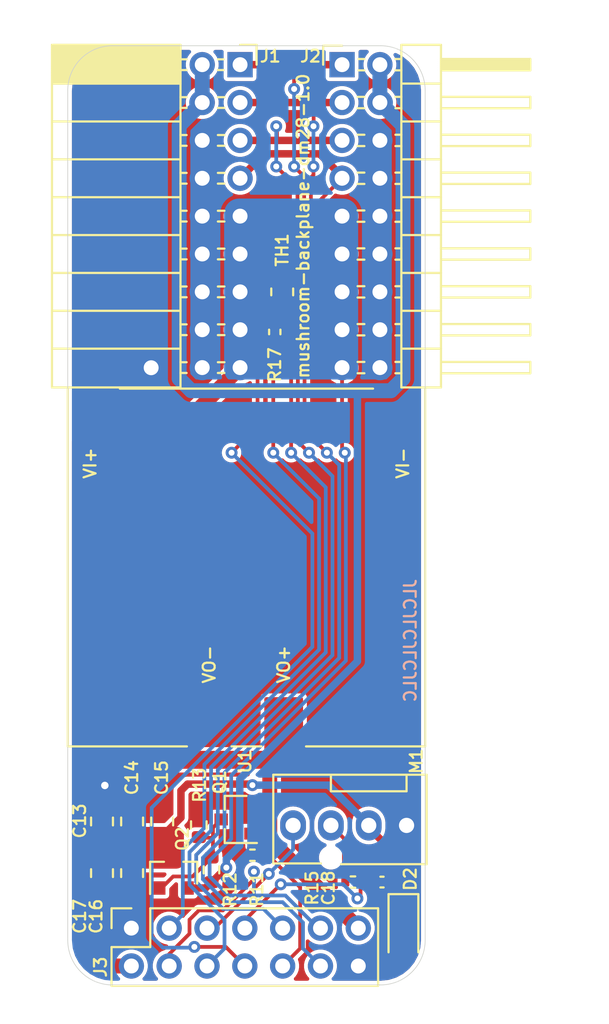
<source format=kicad_pcb>
(kicad_pcb (version 20171130) (host pcbnew "(5.1.9)-1")

  (general
    (thickness 1.6)
    (drawings 15)
    (tracks 222)
    (zones 0)
    (modules 20)
    (nets 16)
  )

  (page A4)
  (layers
    (0 F.Cu signal)
    (31 B.Cu signal)
    (32 B.Adhes user)
    (33 F.Adhes user)
    (34 B.Paste user)
    (35 F.Paste user)
    (36 B.SilkS user)
    (37 F.SilkS user)
    (38 B.Mask user)
    (39 F.Mask user)
    (40 Dwgs.User user)
    (41 Cmts.User user)
    (42 Eco1.User user)
    (43 Eco2.User user)
    (44 Edge.Cuts user)
    (45 Margin user)
    (46 B.CrtYd user)
    (47 F.CrtYd user)
    (48 B.Fab user)
    (49 F.Fab user hide)
  )

  (setup
    (last_trace_width 0.25)
    (user_trace_width 0.5)
    (user_trace_width 1)
    (user_trace_width 1.5)
    (user_trace_width 2)
    (trace_clearance 0.2)
    (zone_clearance 0.254)
    (zone_45_only no)
    (trace_min 0.2)
    (via_size 0.8)
    (via_drill 0.4)
    (via_min_size 0.4)
    (via_min_drill 0.3)
    (user_via 1 0.5)
    (user_via 2 1)
    (uvia_size 0.3)
    (uvia_drill 0.1)
    (uvias_allowed no)
    (uvia_min_size 0.2)
    (uvia_min_drill 0.1)
    (edge_width 0.05)
    (segment_width 0.2)
    (pcb_text_width 0.3)
    (pcb_text_size 1.5 1.5)
    (mod_edge_width 0.12)
    (mod_text_size 1 1)
    (mod_text_width 0.15)
    (pad_size 1.524 1.524)
    (pad_drill 0.762)
    (pad_to_mask_clearance 0)
    (aux_axis_origin 0 0)
    (visible_elements 7FFFFFFF)
    (pcbplotparams
      (layerselection 0x010fc_ffffffff)
      (usegerberextensions false)
      (usegerberattributes true)
      (usegerberadvancedattributes true)
      (creategerberjobfile true)
      (excludeedgelayer true)
      (linewidth 0.100000)
      (plotframeref false)
      (viasonmask false)
      (mode 1)
      (useauxorigin false)
      (hpglpennumber 1)
      (hpglpenspeed 20)
      (hpglpendiameter 15.000000)
      (psnegative false)
      (psa4output false)
      (plotreference true)
      (plotvalue true)
      (plotinvisibletext false)
      (padsonsilk false)
      (subtractmaskfromsilk false)
      (outputformat 1)
      (mirror false)
      (drillshape 1)
      (scaleselection 1)
      (outputdirectory ""))
  )

  (net 0 "")
  (net 1 VIN)
  (net 2 GND)
  (net 3 +12V)
  (net 4 SDA)
  (net 5 SCL)
  (net 6 "Net-(M1-Pad3)")
  (net 7 "Net-(Q1-Pad3)")
  (net 8 "Net-(C13-Pad2)")
  (net 9 STX)
  (net 10 SRX)
  (net 11 POWTMP)
  (net 12 FANFDB)
  (net 13 FANPWM)
  (net 14 FANDCC)
  (net 15 5VSMPS)

  (net_class Default "This is the default net class."
    (clearance 0.2)
    (trace_width 0.25)
    (via_dia 0.8)
    (via_drill 0.4)
    (uvia_dia 0.3)
    (uvia_drill 0.1)
    (add_net +12V)
    (add_net 5VSMPS)
    (add_net FANDCC)
    (add_net FANFDB)
    (add_net FANPWM)
    (add_net GND)
    (add_net "Net-(C13-Pad2)")
    (add_net "Net-(M1-Pad3)")
    (add_net "Net-(Q1-Pad3)")
    (add_net POWTMP)
    (add_net SCL)
    (add_net SDA)
    (add_net SRX)
    (add_net STX)
    (add_net VIN)
  )

  (module Mycelium:DM28 locked (layer F.Cu) (tedit 6058D826) (tstamp 6058D522)
    (at 100 103.5 90)
    (path /605EF217)
    (fp_text reference U1 (at -13.9 -0.1 90) (layer F.SilkS)
      (effects (font (size 0.8 0.8) (thickness 0.15)) (justify left))
    )
    (fp_text value DM28 (at 0.25 0 90) (layer F.Fab)
      (effects (font (size 1 1) (thickness 0.15)))
    )
    (fp_line (start -12 12) (end -12 4) (layer F.SilkS) (width 0.15))
    (fp_line (start -12 -12) (end 12 -12) (layer F.SilkS) (width 0.15))
    (fp_line (start 12 -8.5) (end 12 8.5) (layer F.SilkS) (width 0.15))
    (fp_line (start 12 12) (end -12 12) (layer F.SilkS) (width 0.15))
    (fp_line (start -12 -12) (end -12 -4) (layer F.SilkS) (width 0.15))
    (fp_line (start -12 1) (end -12 -1) (layer F.SilkS) (width 0.15))
    (fp_text user VI- (at 7 10.5 90) (layer F.SilkS)
      (effects (font (size 0.8 0.8) (thickness 0.15)))
    )
    (fp_text user VI+ (at 7 -10.5 90) (layer F.SilkS)
      (effects (font (size 0.8 0.8) (thickness 0.15)))
    )
    (fp_text user VO+ (at -6.5 2.5 90) (layer F.SilkS)
      (effects (font (size 0.8 0.8) (thickness 0.15)))
    )
    (fp_text user VO- (at -6.5 -2.5 90) (layer F.SilkS)
      (effects (font (size 0.8 0.8) (thickness 0.15)))
    )
    (fp_text user DM28 (at 0 2 90) (layer F.Fab)
      (effects (font (size 1 1) (thickness 0.15)))
    )
    (pad 4 smd roundrect (at 10 -10.25 90) (size 3.25 2.5) (drill (offset 0.375 0)) (layers F.Cu F.Paste F.Mask) (roundrect_rratio 0.1)
      (net 1 VIN))
    (pad 3 smd roundrect (at 10 10.25 90) (size 3.25 2.5) (drill (offset 0.375 0)) (layers F.Cu F.Paste F.Mask) (roundrect_rratio 0.1)
      (net 2 GND))
    (pad 1 smd roundrect (at -10 -2.5 90) (size 3.25 2.5) (drill (offset -0.375 0)) (layers F.Cu F.Paste F.Mask) (roundrect_rratio 0.1)
      (net 2 GND))
    (pad 2 smd roundrect (at -10 2.5 90) (size 3.25 2.5) (drill (offset -0.375 0)) (layers F.Cu F.Paste F.Mask) (roundrect_rratio 0.1)
      (net 15 5VSMPS))
  )

  (module Resistor_SMD:R_0603_1608Metric (layer F.Cu) (tedit 5F68FEEE) (tstamp 60579BCD)
    (at 96.8 120.76 90)
    (descr "Resistor SMD 0603 (1608 Metric), square (rectangular) end terminal, IPC_7351 nominal, (Body size source: IPC-SM-782 page 72, https://www.pcb-3d.com/wordpress/wp-content/uploads/ipc-sm-782a_amendment_1_and_2.pdf), generated with kicad-footprint-generator")
    (tags resistor)
    (path /6058550B)
    (attr smd)
    (fp_text reference R13 (at 2.66 0.05 90) (layer F.SilkS)
      (effects (font (size 0.8 0.8) (thickness 0.15)))
    )
    (fp_text value 1.8k (at 0 1.43 90) (layer F.Fab)
      (effects (font (size 1 1) (thickness 0.15)))
    )
    (fp_line (start -0.8 0.4125) (end -0.8 -0.4125) (layer F.Fab) (width 0.1))
    (fp_line (start -0.8 -0.4125) (end 0.8 -0.4125) (layer F.Fab) (width 0.1))
    (fp_line (start 0.8 -0.4125) (end 0.8 0.4125) (layer F.Fab) (width 0.1))
    (fp_line (start 0.8 0.4125) (end -0.8 0.4125) (layer F.Fab) (width 0.1))
    (fp_line (start -0.237258 -0.5225) (end 0.237258 -0.5225) (layer F.SilkS) (width 0.15))
    (fp_line (start -0.237258 0.5225) (end 0.237258 0.5225) (layer F.SilkS) (width 0.15))
    (fp_line (start -1.48 0.73) (end -1.48 -0.73) (layer F.CrtYd) (width 0.05))
    (fp_line (start -1.48 -0.73) (end 1.48 -0.73) (layer F.CrtYd) (width 0.05))
    (fp_line (start 1.48 -0.73) (end 1.48 0.73) (layer F.CrtYd) (width 0.05))
    (fp_line (start 1.48 0.73) (end -1.48 0.73) (layer F.CrtYd) (width 0.05))
    (fp_text user %R (at 0 0 90) (layer F.Fab)
      (effects (font (size 0.4 0.4) (thickness 0.06)))
    )
    (pad 1 smd roundrect (at -0.825 0 90) (size 0.8 0.95) (layers F.Cu F.Paste F.Mask) (roundrect_rratio 0.25)
      (net 7 "Net-(Q1-Pad3)"))
    (pad 2 smd roundrect (at 0.825 0 90) (size 0.8 0.95) (layers F.Cu F.Paste F.Mask) (roundrect_rratio 0.25)
      (net 2 GND))
    (model ${KISYS3DMOD}/Resistor_SMD.3dshapes/R_0603_1608Metric.wrl
      (at (xyz 0 0 0))
      (scale (xyz 1 1 1))
      (rotate (xyz 0 0 0))
    )
  )

  (module Connector:FanPinHeader_1x04_P2.54mm_Vertical locked (layer F.Cu) (tedit 5A19DE55) (tstamp 6047FE0E)
    (at 110.75 120.8 180)
    (descr "4-pin CPU fan Through hole pin header, e.g. for Wieson part number 2366C888-007 Molex 47053-1000, Foxconn HF27040-M1, Tyco 1470947-1 or equivalent, see http://www.formfactors.org/developer%5Cspecs%5Crev1_2_public.pdf")
    (tags "pin header 4-pin CPU fan")
    (path /604BCA57)
    (fp_text reference M1 (at -0.65 4.3 90) (layer F.SilkS)
      (effects (font (size 0.8 0.8) (thickness 0.15)))
    )
    (fp_text value "KK 254" (at 4.05 4.35) (layer F.Fab)
      (effects (font (size 1 1) (thickness 0.15)))
    )
    (fp_line (start -1.35 -2.6) (end 4.4 -2.6) (layer F.SilkS) (width 0.15))
    (fp_line (start 5.75 -2.55) (end 8.95 -2.55) (layer F.SilkS) (width 0.15))
    (fp_line (start 8.95 -2.55) (end 8.95 3.4) (layer F.SilkS) (width 0.15))
    (fp_line (start 8.95 3.4) (end -1.35 3.4) (layer F.SilkS) (width 0.15))
    (fp_line (start -1.35 3.4) (end -1.35 -2.6) (layer F.SilkS) (width 0.15))
    (fp_line (start 5.1 3.3) (end 5.1 2.3) (layer F.Fab) (width 0.1))
    (fp_line (start 5.1 2.3) (end 0 2.3) (layer F.Fab) (width 0.1))
    (fp_line (start 0 2.3) (end 0 3.3) (layer F.Fab) (width 0.1))
    (fp_line (start 5.75 -2.5) (end 8.85 -2.5) (layer F.Fab) (width 0.1))
    (fp_line (start 8.85 -2.5) (end 8.85 3.3) (layer F.Fab) (width 0.1))
    (fp_line (start 8.85 3.3) (end -1.2 3.3) (layer F.Fab) (width 0.1))
    (fp_line (start -1.2 3.3) (end -1.25 3.3) (layer F.Fab) (width 0.1))
    (fp_line (start -1.25 3.3) (end -1.25 -2.5) (layer F.Fab) (width 0.1))
    (fp_line (start -1.25 -2.5) (end 4.4 -2.5) (layer F.Fab) (width 0.1))
    (fp_line (start 0 3.3) (end 0 2.29) (layer F.SilkS) (width 0.15))
    (fp_line (start 0 2.29) (end 5.08 2.29) (layer F.SilkS) (width 0.15))
    (fp_line (start 5.08 2.29) (end 5.08 3.3) (layer F.SilkS) (width 0.15))
    (fp_line (start -1.75 3.8) (end -1.75 -3.2) (layer F.CrtYd) (width 0.05))
    (fp_line (start -1.75 3.8) (end 9.35 3.8) (layer F.CrtYd) (width 0.05))
    (fp_line (start 9.35 -3.2) (end -1.75 -3.2) (layer F.CrtYd) (width 0.05))
    (fp_line (start 9.35 -3.2) (end 9.35 3.8) (layer F.CrtYd) (width 0.05))
    (fp_text user %R (at 1.85 -1.75) (layer F.Fab)
      (effects (font (size 1 1) (thickness 0.15)))
    )
    (pad 1 thru_hole rect (at 0 0 270) (size 2.03 1.73) (drill 1.02) (layers *.Cu *.Mask)
      (net 2 GND))
    (pad 2 thru_hole oval (at 2.54 0 270) (size 2.03 1.73) (drill 1.02) (layers *.Cu *.Mask)
      (net 8 "Net-(C13-Pad2)"))
    (pad 3 thru_hole oval (at 5.08 0 270) (size 2.03 1.73) (drill 1.02) (layers *.Cu *.Mask)
      (net 6 "Net-(M1-Pad3)"))
    (pad 4 thru_hole oval (at 7.62 0 270) (size 2.03 1.73) (drill 1.02) (layers *.Cu *.Mask)
      (net 13 FANPWM))
    (pad "" np_thru_hole circle (at 5.08 -2.16 270) (size 1.1 1.1) (drill 1.1) (layers *.Cu *.Mask))
    (model ${KISYS3DMOD}/Connector.3dshapes/FanPinHeader_1x04_P2.54mm_Vertical.wrl
      (at (xyz 0 0 0))
      (scale (xyz 1 1 1))
      (rotate (xyz 0 0 0))
    )
  )

  (module Package_TO_SOT_SMD:SOT-23 (layer F.Cu) (tedit 5A02FF57) (tstamp 6047FE23)
    (at 99.3 120.4 180)
    (descr "SOT-23, Standard")
    (tags SOT-23)
    (path /604BCA43)
    (attr smd)
    (fp_text reference Q1 (at 1.1 2.5 90) (layer F.SilkS)
      (effects (font (size 0.8 0.8) (thickness 0.15)))
    )
    (fp_text value AO3400A (at 0 2.5) (layer F.Fab)
      (effects (font (size 1 1) (thickness 0.15)))
    )
    (fp_line (start 0.76 1.58) (end -0.7 1.58) (layer F.SilkS) (width 0.15))
    (fp_line (start 0.76 -1.58) (end -1.4 -1.58) (layer F.SilkS) (width 0.15))
    (fp_line (start -1.7 1.75) (end -1.7 -1.75) (layer F.CrtYd) (width 0.05))
    (fp_line (start 1.7 1.75) (end -1.7 1.75) (layer F.CrtYd) (width 0.05))
    (fp_line (start 1.7 -1.75) (end 1.7 1.75) (layer F.CrtYd) (width 0.05))
    (fp_line (start -1.7 -1.75) (end 1.7 -1.75) (layer F.CrtYd) (width 0.05))
    (fp_line (start 0.76 -1.58) (end 0.76 -0.65) (layer F.SilkS) (width 0.15))
    (fp_line (start 0.76 1.58) (end 0.76 0.65) (layer F.SilkS) (width 0.15))
    (fp_line (start -0.7 1.52) (end 0.7 1.52) (layer F.Fab) (width 0.1))
    (fp_line (start 0.7 -1.52) (end 0.7 1.52) (layer F.Fab) (width 0.1))
    (fp_line (start -0.7 -0.95) (end -0.15 -1.52) (layer F.Fab) (width 0.1))
    (fp_line (start -0.15 -1.52) (end 0.7 -1.52) (layer F.Fab) (width 0.1))
    (fp_line (start -0.7 -0.95) (end -0.7 1.5) (layer F.Fab) (width 0.1))
    (fp_text user %R (at 0 0 90) (layer F.Fab)
      (effects (font (size 0.5 0.5) (thickness 0.075)))
    )
    (pad 3 smd rect (at 1 0 180) (size 0.9 0.8) (layers F.Cu F.Paste F.Mask)
      (net 7 "Net-(Q1-Pad3)"))
    (pad 2 smd rect (at -1 0.95 180) (size 0.9 0.8) (layers F.Cu F.Paste F.Mask)
      (net 2 GND))
    (pad 1 smd rect (at -1 -0.95 180) (size 0.9 0.8) (layers F.Cu F.Paste F.Mask)
      (net 14 FANDCC))
    (model ${KISYS3DMOD}/Package_TO_SOT_SMD.3dshapes/SOT-23.wrl
      (at (xyz 0 0 0))
      (scale (xyz 1 1 1))
      (rotate (xyz 0 0 0))
    )
  )

  (module Package_TO_SOT_SMD:SOT-23 (layer F.Cu) (tedit 5A02FF57) (tstamp 6047FE38)
    (at 95.11 124 90)
    (descr "SOT-23, Standard")
    (tags SOT-23)
    (path /60581CC3)
    (attr smd)
    (fp_text reference Q2 (at 2.3 0.59 90) (layer F.SilkS)
      (effects (font (size 0.8 0.8) (thickness 0.15)))
    )
    (fp_text value SI2301CDS-T1-GE3 (at 0 2.5 90) (layer F.Fab)
      (effects (font (size 1 1) (thickness 0.15)))
    )
    (fp_line (start -0.7 -0.95) (end -0.7 1.5) (layer F.Fab) (width 0.1))
    (fp_line (start -0.15 -1.52) (end 0.7 -1.52) (layer F.Fab) (width 0.1))
    (fp_line (start -0.7 -0.95) (end -0.15 -1.52) (layer F.Fab) (width 0.1))
    (fp_line (start 0.7 -1.52) (end 0.7 1.52) (layer F.Fab) (width 0.1))
    (fp_line (start -0.7 1.52) (end 0.7 1.52) (layer F.Fab) (width 0.1))
    (fp_line (start 0.76 1.58) (end 0.76 0.65) (layer F.SilkS) (width 0.15))
    (fp_line (start 0.76 -1.58) (end 0.76 -0.65) (layer F.SilkS) (width 0.15))
    (fp_line (start -1.7 -1.75) (end 1.7 -1.75) (layer F.CrtYd) (width 0.05))
    (fp_line (start 1.7 -1.75) (end 1.7 1.75) (layer F.CrtYd) (width 0.05))
    (fp_line (start 1.7 1.75) (end -1.7 1.75) (layer F.CrtYd) (width 0.05))
    (fp_line (start -1.7 1.75) (end -1.7 -1.75) (layer F.CrtYd) (width 0.05))
    (fp_line (start 0.76 -1.58) (end -1.4 -1.58) (layer F.SilkS) (width 0.15))
    (fp_line (start 0.76 1.58) (end -0.7 1.58) (layer F.SilkS) (width 0.15))
    (fp_text user %R (at 0 0) (layer F.Fab)
      (effects (font (size 0.5 0.5) (thickness 0.075)))
    )
    (pad 1 smd rect (at -1 -0.95 90) (size 0.9 0.8) (layers F.Cu F.Paste F.Mask)
      (net 7 "Net-(Q1-Pad3)"))
    (pad 2 smd rect (at -1 0.95 90) (size 0.9 0.8) (layers F.Cu F.Paste F.Mask)
      (net 3 +12V))
    (pad 3 smd rect (at 1 0 90) (size 0.9 0.8) (layers F.Cu F.Paste F.Mask)
      (net 8 "Net-(C13-Pad2)"))
    (model ${KISYS3DMOD}/Package_TO_SOT_SMD.3dshapes/SOT-23.wrl
      (at (xyz 0 0 0))
      (scale (xyz 1 1 1))
      (rotate (xyz 0 0 0))
    )
  )

  (module Resistor_SMD:R_0402_1005Metric (layer F.Cu) (tedit 5F68FEEE) (tstamp 6047FE8D)
    (at 107.15 124.6)
    (descr "Resistor SMD 0402 (1005 Metric), square (rectangular) end terminal, IPC_7351 nominal, (Body size source: IPC-SM-782 page 72, https://www.pcb-3d.com/wordpress/wp-content/uploads/ipc-sm-782a_amendment_1_and_2.pdf), generated with kicad-footprint-generator")
    (tags resistor)
    (path /605F6702)
    (attr smd)
    (fp_text reference R15 (at -2.75 0.4 90) (layer F.SilkS)
      (effects (font (size 0.8 0.8) (thickness 0.15)))
    )
    (fp_text value 10k (at 0 1.17) (layer F.Fab)
      (effects (font (size 1 1) (thickness 0.15)))
    )
    (fp_line (start -0.525 0.27) (end -0.525 -0.27) (layer F.Fab) (width 0.1))
    (fp_line (start -0.525 -0.27) (end 0.525 -0.27) (layer F.Fab) (width 0.1))
    (fp_line (start 0.525 -0.27) (end 0.525 0.27) (layer F.Fab) (width 0.1))
    (fp_line (start 0.525 0.27) (end -0.525 0.27) (layer F.Fab) (width 0.1))
    (fp_line (start -0.153641 -0.38) (end 0.153641 -0.38) (layer F.SilkS) (width 0.15))
    (fp_line (start -0.153641 0.38) (end 0.153641 0.38) (layer F.SilkS) (width 0.15))
    (fp_line (start -0.93 0.47) (end -0.93 -0.47) (layer F.CrtYd) (width 0.05))
    (fp_line (start -0.93 -0.47) (end 0.93 -0.47) (layer F.CrtYd) (width 0.05))
    (fp_line (start 0.93 -0.47) (end 0.93 0.47) (layer F.CrtYd) (width 0.05))
    (fp_line (start 0.93 0.47) (end -0.93 0.47) (layer F.CrtYd) (width 0.05))
    (fp_text user %R (at 0 0) (layer F.Fab)
      (effects (font (size 0.26 0.26) (thickness 0.04)))
    )
    (pad 1 smd roundrect (at -0.51 0) (size 0.54 0.64) (layers F.Cu F.Paste F.Mask) (roundrect_rratio 0.25)
      (net 6 "Net-(M1-Pad3)"))
    (pad 2 smd roundrect (at 0.51 0) (size 0.54 0.64) (layers F.Cu F.Paste F.Mask) (roundrect_rratio 0.25)
      (net 12 FANFDB))
    (model ${KISYS3DMOD}/Resistor_SMD.3dshapes/R_0402_1005Metric.wrl
      (at (xyz 0 0 0))
      (scale (xyz 1 1 1))
      (rotate (xyz 0 0 0))
    )
  )

  (module Capacitor_SMD:C_0805_2012Metric (layer F.Cu) (tedit 5F68FEEE) (tstamp 60480FCD)
    (at 90.3 120.536 270)
    (descr "Capacitor SMD 0805 (2012 Metric), square (rectangular) end terminal, IPC_7351 nominal, (Body size source: IPC-SM-782 page 76, https://www.pcb-3d.com/wordpress/wp-content/uploads/ipc-sm-782a_amendment_1_and_2.pdf, https://docs.google.com/spreadsheets/d/1BsfQQcO9C6DZCsRaXUlFlo91Tg2WpOkGARC1WS5S8t0/edit?usp=sharing), generated with kicad-footprint-generator")
    (tags capacitor)
    (path /607C3B25)
    (attr smd)
    (fp_text reference C13 (at -0.036 1.5 270) (layer F.SilkS)
      (effects (font (size 0.8 0.8) (thickness 0.15)))
    )
    (fp_text value 22uF (at 0 1.68 90) (layer F.Fab)
      (effects (font (size 1 1) (thickness 0.15)))
    )
    (fp_line (start -1 0.625) (end -1 -0.625) (layer F.Fab) (width 0.1))
    (fp_line (start -1 -0.625) (end 1 -0.625) (layer F.Fab) (width 0.1))
    (fp_line (start 1 -0.625) (end 1 0.625) (layer F.Fab) (width 0.1))
    (fp_line (start 1 0.625) (end -1 0.625) (layer F.Fab) (width 0.1))
    (fp_line (start -0.261252 -0.735) (end 0.261252 -0.735) (layer F.SilkS) (width 0.15))
    (fp_line (start -0.261252 0.735) (end 0.261252 0.735) (layer F.SilkS) (width 0.15))
    (fp_line (start -1.7 0.98) (end -1.7 -0.98) (layer F.CrtYd) (width 0.05))
    (fp_line (start -1.7 -0.98) (end 1.7 -0.98) (layer F.CrtYd) (width 0.05))
    (fp_line (start 1.7 -0.98) (end 1.7 0.98) (layer F.CrtYd) (width 0.05))
    (fp_line (start 1.7 0.98) (end -1.7 0.98) (layer F.CrtYd) (width 0.05))
    (fp_text user %R (at 0 0 90) (layer F.Fab)
      (effects (font (size 0.5 0.5) (thickness 0.08)))
    )
    (pad 1 smd roundrect (at -0.95 0 270) (size 1 1.45) (layers F.Cu F.Paste F.Mask) (roundrect_rratio 0.25)
      (net 2 GND))
    (pad 2 smd roundrect (at 0.95 0 270) (size 1 1.45) (layers F.Cu F.Paste F.Mask) (roundrect_rratio 0.25)
      (net 8 "Net-(C13-Pad2)"))
    (model ${KISYS3DMOD}/Capacitor_SMD.3dshapes/C_0805_2012Metric.wrl
      (at (xyz 0 0 0))
      (scale (xyz 1 1 1))
      (rotate (xyz 0 0 0))
    )
  )

  (module Capacitor_SMD:C_0805_2012Metric (layer F.Cu) (tedit 5F68FEEE) (tstamp 60480FED)
    (at 92.32 120.536 270)
    (descr "Capacitor SMD 0805 (2012 Metric), square (rectangular) end terminal, IPC_7351 nominal, (Body size source: IPC-SM-782 page 76, https://www.pcb-3d.com/wordpress/wp-content/uploads/ipc-sm-782a_amendment_1_and_2.pdf, https://docs.google.com/spreadsheets/d/1BsfQQcO9C6DZCsRaXUlFlo91Tg2WpOkGARC1WS5S8t0/edit?usp=sharing), generated with kicad-footprint-generator")
    (tags capacitor)
    (path /607A07FB)
    (attr smd)
    (fp_text reference C14 (at -2.936 0.02 270) (layer F.SilkS)
      (effects (font (size 0.8 0.8) (thickness 0.15)))
    )
    (fp_text value 22uF (at 0 1.68 90) (layer F.Fab)
      (effects (font (size 1 1) (thickness 0.15)))
    )
    (fp_line (start -1 0.625) (end -1 -0.625) (layer F.Fab) (width 0.1))
    (fp_line (start -1 -0.625) (end 1 -0.625) (layer F.Fab) (width 0.1))
    (fp_line (start 1 -0.625) (end 1 0.625) (layer F.Fab) (width 0.1))
    (fp_line (start 1 0.625) (end -1 0.625) (layer F.Fab) (width 0.1))
    (fp_line (start -0.261252 -0.735) (end 0.261252 -0.735) (layer F.SilkS) (width 0.15))
    (fp_line (start -0.261252 0.735) (end 0.261252 0.735) (layer F.SilkS) (width 0.15))
    (fp_line (start -1.7 0.98) (end -1.7 -0.98) (layer F.CrtYd) (width 0.05))
    (fp_line (start -1.7 -0.98) (end 1.7 -0.98) (layer F.CrtYd) (width 0.05))
    (fp_line (start 1.7 -0.98) (end 1.7 0.98) (layer F.CrtYd) (width 0.05))
    (fp_line (start 1.7 0.98) (end -1.7 0.98) (layer F.CrtYd) (width 0.05))
    (fp_text user %R (at 0 0 90) (layer F.Fab)
      (effects (font (size 0.5 0.5) (thickness 0.08)))
    )
    (pad 1 smd roundrect (at -0.95 0 270) (size 1 1.45) (layers F.Cu F.Paste F.Mask) (roundrect_rratio 0.25)
      (net 2 GND))
    (pad 2 smd roundrect (at 0.95 0 270) (size 1 1.45) (layers F.Cu F.Paste F.Mask) (roundrect_rratio 0.25)
      (net 8 "Net-(C13-Pad2)"))
    (model ${KISYS3DMOD}/Capacitor_SMD.3dshapes/C_0805_2012Metric.wrl
      (at (xyz 0 0 0))
      (scale (xyz 1 1 1))
      (rotate (xyz 0 0 0))
    )
  )

  (module Capacitor_SMD:C_0805_2012Metric (layer F.Cu) (tedit 5F68FEEE) (tstamp 60480FFE)
    (at 94.34 120.536 270)
    (descr "Capacitor SMD 0805 (2012 Metric), square (rectangular) end terminal, IPC_7351 nominal, (Body size source: IPC-SM-782 page 76, https://www.pcb-3d.com/wordpress/wp-content/uploads/ipc-sm-782a_amendment_1_and_2.pdf, https://docs.google.com/spreadsheets/d/1BsfQQcO9C6DZCsRaXUlFlo91Tg2WpOkGARC1WS5S8t0/edit?usp=sharing), generated with kicad-footprint-generator")
    (tags capacitor)
    (path /607AF2F6)
    (attr smd)
    (fp_text reference C15 (at -2.936 0.04 270) (layer F.SilkS)
      (effects (font (size 0.8 0.8) (thickness 0.15)))
    )
    (fp_text value 22uF (at 0 1.68 90) (layer F.Fab)
      (effects (font (size 1 1) (thickness 0.15)))
    )
    (fp_line (start 1.7 0.98) (end -1.7 0.98) (layer F.CrtYd) (width 0.05))
    (fp_line (start 1.7 -0.98) (end 1.7 0.98) (layer F.CrtYd) (width 0.05))
    (fp_line (start -1.7 -0.98) (end 1.7 -0.98) (layer F.CrtYd) (width 0.05))
    (fp_line (start -1.7 0.98) (end -1.7 -0.98) (layer F.CrtYd) (width 0.05))
    (fp_line (start -0.261252 0.735) (end 0.261252 0.735) (layer F.SilkS) (width 0.15))
    (fp_line (start -0.261252 -0.735) (end 0.261252 -0.735) (layer F.SilkS) (width 0.15))
    (fp_line (start 1 0.625) (end -1 0.625) (layer F.Fab) (width 0.1))
    (fp_line (start 1 -0.625) (end 1 0.625) (layer F.Fab) (width 0.1))
    (fp_line (start -1 -0.625) (end 1 -0.625) (layer F.Fab) (width 0.1))
    (fp_line (start -1 0.625) (end -1 -0.625) (layer F.Fab) (width 0.1))
    (fp_text user %R (at 0 0 90) (layer F.Fab)
      (effects (font (size 0.5 0.5) (thickness 0.08)))
    )
    (pad 2 smd roundrect (at 0.95 0 270) (size 1 1.45) (layers F.Cu F.Paste F.Mask) (roundrect_rratio 0.25)
      (net 8 "Net-(C13-Pad2)"))
    (pad 1 smd roundrect (at -0.95 0 270) (size 1 1.45) (layers F.Cu F.Paste F.Mask) (roundrect_rratio 0.25)
      (net 2 GND))
    (model ${KISYS3DMOD}/Capacitor_SMD.3dshapes/C_0805_2012Metric.wrl
      (at (xyz 0 0 0))
      (scale (xyz 1 1 1))
      (rotate (xyz 0 0 0))
    )
  )

  (module Capacitor_SMD:C_0805_2012Metric (layer F.Cu) (tedit 5F68FEEE) (tstamp 6048100F)
    (at 92.32 124 90)
    (descr "Capacitor SMD 0805 (2012 Metric), square (rectangular) end terminal, IPC_7351 nominal, (Body size source: IPC-SM-782 page 76, https://www.pcb-3d.com/wordpress/wp-content/uploads/ipc-sm-782a_amendment_1_and_2.pdf, https://docs.google.com/spreadsheets/d/1BsfQQcO9C6DZCsRaXUlFlo91Tg2WpOkGARC1WS5S8t0/edit?usp=sharing), generated with kicad-footprint-generator")
    (tags capacitor)
    (path /607B6139)
    (attr smd)
    (fp_text reference C16 (at -2.9 -2.42 90) (layer F.SilkS)
      (effects (font (size 0.8 0.8) (thickness 0.15)))
    )
    (fp_text value 22uF (at 0 1.68 90) (layer F.Fab)
      (effects (font (size 1 1) (thickness 0.15)))
    )
    (fp_line (start -1 0.625) (end -1 -0.625) (layer F.Fab) (width 0.1))
    (fp_line (start -1 -0.625) (end 1 -0.625) (layer F.Fab) (width 0.1))
    (fp_line (start 1 -0.625) (end 1 0.625) (layer F.Fab) (width 0.1))
    (fp_line (start 1 0.625) (end -1 0.625) (layer F.Fab) (width 0.1))
    (fp_line (start -0.261252 -0.735) (end 0.261252 -0.735) (layer F.SilkS) (width 0.15))
    (fp_line (start -0.261252 0.735) (end 0.261252 0.735) (layer F.SilkS) (width 0.15))
    (fp_line (start -1.7 0.98) (end -1.7 -0.98) (layer F.CrtYd) (width 0.05))
    (fp_line (start -1.7 -0.98) (end 1.7 -0.98) (layer F.CrtYd) (width 0.05))
    (fp_line (start 1.7 -0.98) (end 1.7 0.98) (layer F.CrtYd) (width 0.05))
    (fp_line (start 1.7 0.98) (end -1.7 0.98) (layer F.CrtYd) (width 0.05))
    (fp_text user %R (at 0 0 90) (layer F.Fab)
      (effects (font (size 0.5 0.5) (thickness 0.08)))
    )
    (pad 1 smd roundrect (at -0.95 0 90) (size 1 1.45) (layers F.Cu F.Paste F.Mask) (roundrect_rratio 0.25)
      (net 2 GND))
    (pad 2 smd roundrect (at 0.95 0 90) (size 1 1.45) (layers F.Cu F.Paste F.Mask) (roundrect_rratio 0.25)
      (net 8 "Net-(C13-Pad2)"))
    (model ${KISYS3DMOD}/Capacitor_SMD.3dshapes/C_0805_2012Metric.wrl
      (at (xyz 0 0 0))
      (scale (xyz 1 1 1))
      (rotate (xyz 0 0 0))
    )
  )

  (module Capacitor_SMD:C_0805_2012Metric (layer F.Cu) (tedit 5F68FEEE) (tstamp 60481020)
    (at 90.3 124 90)
    (descr "Capacitor SMD 0805 (2012 Metric), square (rectangular) end terminal, IPC_7351 nominal, (Body size source: IPC-SM-782 page 76, https://www.pcb-3d.com/wordpress/wp-content/uploads/ipc-sm-782a_amendment_1_and_2.pdf, https://docs.google.com/spreadsheets/d/1BsfQQcO9C6DZCsRaXUlFlo91Tg2WpOkGARC1WS5S8t0/edit?usp=sharing), generated with kicad-footprint-generator")
    (tags capacitor)
    (path /607BCDA2)
    (attr smd)
    (fp_text reference C17 (at -2.9 -1.5 270) (layer F.SilkS)
      (effects (font (size 0.8 0.8) (thickness 0.15)))
    )
    (fp_text value 22uF (at 0 1.68 90) (layer F.Fab)
      (effects (font (size 1 1) (thickness 0.15)))
    )
    (fp_line (start 1.7 0.98) (end -1.7 0.98) (layer F.CrtYd) (width 0.05))
    (fp_line (start 1.7 -0.98) (end 1.7 0.98) (layer F.CrtYd) (width 0.05))
    (fp_line (start -1.7 -0.98) (end 1.7 -0.98) (layer F.CrtYd) (width 0.05))
    (fp_line (start -1.7 0.98) (end -1.7 -0.98) (layer F.CrtYd) (width 0.05))
    (fp_line (start -0.261252 0.735) (end 0.261252 0.735) (layer F.SilkS) (width 0.15))
    (fp_line (start -0.261252 -0.735) (end 0.261252 -0.735) (layer F.SilkS) (width 0.15))
    (fp_line (start 1 0.625) (end -1 0.625) (layer F.Fab) (width 0.1))
    (fp_line (start 1 -0.625) (end 1 0.625) (layer F.Fab) (width 0.1))
    (fp_line (start -1 -0.625) (end 1 -0.625) (layer F.Fab) (width 0.1))
    (fp_line (start -1 0.625) (end -1 -0.625) (layer F.Fab) (width 0.1))
    (fp_text user %R (at 0 0 90) (layer F.Fab)
      (effects (font (size 0.5 0.5) (thickness 0.08)))
    )
    (pad 2 smd roundrect (at 0.95 0 90) (size 1 1.45) (layers F.Cu F.Paste F.Mask) (roundrect_rratio 0.25)
      (net 8 "Net-(C13-Pad2)"))
    (pad 1 smd roundrect (at -0.95 0 90) (size 1 1.45) (layers F.Cu F.Paste F.Mask) (roundrect_rratio 0.25)
      (net 2 GND))
    (model ${KISYS3DMOD}/Capacitor_SMD.3dshapes/C_0805_2012Metric.wrl
      (at (xyz 0 0 0))
      (scale (xyz 1 1 1))
      (rotate (xyz 0 0 0))
    )
  )

  (module Resistor_SMD:R_0402_1005Metric (layer F.Cu) (tedit 5F68FEEE) (tstamp 604DB1DC)
    (at 101.9 87.7 270)
    (descr "Resistor SMD 0402 (1005 Metric), square (rectangular) end terminal, IPC_7351 nominal, (Body size source: IPC-SM-782 page 72, https://www.pcb-3d.com/wordpress/wp-content/uploads/ipc-sm-782a_amendment_1_and_2.pdf), generated with kicad-footprint-generator")
    (tags resistor)
    (path /6094B1F8)
    (attr smd)
    (fp_text reference R17 (at 2.2 0 90) (layer F.SilkS)
      (effects (font (size 0.8 0.8) (thickness 0.15)))
    )
    (fp_text value 10k (at 0 1.17 90) (layer F.Fab)
      (effects (font (size 1 1) (thickness 0.15)))
    )
    (fp_line (start 0.93 0.47) (end -0.93 0.47) (layer F.CrtYd) (width 0.05))
    (fp_line (start 0.93 -0.47) (end 0.93 0.47) (layer F.CrtYd) (width 0.05))
    (fp_line (start -0.93 -0.47) (end 0.93 -0.47) (layer F.CrtYd) (width 0.05))
    (fp_line (start -0.93 0.47) (end -0.93 -0.47) (layer F.CrtYd) (width 0.05))
    (fp_line (start -0.153641 0.38) (end 0.153641 0.38) (layer F.SilkS) (width 0.15))
    (fp_line (start -0.153641 -0.38) (end 0.153641 -0.38) (layer F.SilkS) (width 0.15))
    (fp_line (start 0.525 0.27) (end -0.525 0.27) (layer F.Fab) (width 0.1))
    (fp_line (start 0.525 -0.27) (end 0.525 0.27) (layer F.Fab) (width 0.1))
    (fp_line (start -0.525 -0.27) (end 0.525 -0.27) (layer F.Fab) (width 0.1))
    (fp_line (start -0.525 0.27) (end -0.525 -0.27) (layer F.Fab) (width 0.1))
    (fp_text user %R (at 0 0 90) (layer F.Fab)
      (effects (font (size 0.26 0.26) (thickness 0.04)))
    )
    (pad 2 smd roundrect (at 0.51 0 270) (size 0.54 0.64) (layers F.Cu F.Paste F.Mask) (roundrect_rratio 0.25)
      (net 2 GND))
    (pad 1 smd roundrect (at -0.51 0 270) (size 0.54 0.64) (layers F.Cu F.Paste F.Mask) (roundrect_rratio 0.25)
      (net 11 POWTMP))
    (model ${KISYS3DMOD}/Resistor_SMD.3dshapes/R_0402_1005Metric.wrl
      (at (xyz 0 0 0))
      (scale (xyz 1 1 1))
      (rotate (xyz 0 0 0))
    )
  )

  (module Resistor_SMD:R_0805_2012Metric (layer F.Cu) (tedit 5F68FEEE) (tstamp 604814EC)
    (at 102.4 85.0125 270)
    (descr "Resistor SMD 0805 (2012 Metric), square (rectangular) end terminal, IPC_7351 nominal, (Body size source: IPC-SM-782 page 72, https://www.pcb-3d.com/wordpress/wp-content/uploads/ipc-sm-782a_amendment_1_and_2.pdf), generated with kicad-footprint-generator")
    (tags resistor)
    (path /6094B223)
    (attr smd)
    (fp_text reference TH1 (at -2.8125 0 270) (layer F.SilkS)
      (effects (font (size 0.8 0.8) (thickness 0.15)))
    )
    (fp_text value CMFB103F3950FANT (at 0 1.65 90) (layer F.Fab)
      (effects (font (size 1 1) (thickness 0.15)))
    )
    (fp_line (start -1 0.625) (end -1 -0.625) (layer F.Fab) (width 0.1))
    (fp_line (start -1 -0.625) (end 1 -0.625) (layer F.Fab) (width 0.1))
    (fp_line (start 1 -0.625) (end 1 0.625) (layer F.Fab) (width 0.1))
    (fp_line (start 1 0.625) (end -1 0.625) (layer F.Fab) (width 0.1))
    (fp_line (start -0.227064 -0.735) (end 0.227064 -0.735) (layer F.SilkS) (width 0.15))
    (fp_line (start -0.227064 0.735) (end 0.227064 0.735) (layer F.SilkS) (width 0.15))
    (fp_line (start -1.68 0.95) (end -1.68 -0.95) (layer F.CrtYd) (width 0.05))
    (fp_line (start -1.68 -0.95) (end 1.68 -0.95) (layer F.CrtYd) (width 0.05))
    (fp_line (start 1.68 -0.95) (end 1.68 0.95) (layer F.CrtYd) (width 0.05))
    (fp_line (start 1.68 0.95) (end -1.68 0.95) (layer F.CrtYd) (width 0.05))
    (fp_text user %R (at 0.094999 0 90) (layer F.Fab)
      (effects (font (size 0.5 0.5) (thickness 0.08)))
    )
    (pad 1 smd roundrect (at -0.9125 0 270) (size 1.025 1.4) (layers F.Cu F.Paste F.Mask) (roundrect_rratio 0.243902)
      (net 2 GND))
    (pad 2 smd roundrect (at 0.9125 0 270) (size 1.025 1.4) (layers F.Cu F.Paste F.Mask) (roundrect_rratio 0.243902)
      (net 11 POWTMP))
    (model ${KISYS3DMOD}/Resistor_SMD.3dshapes/R_0805_2012Metric.wrl
      (at (xyz 0 0 0))
      (scale (xyz 1 1 1))
      (rotate (xyz 0 0 0))
    )
  )

  (module Capacitor_SMD:C_0402_1005Metric (layer F.Cu) (tedit 5F68FEEE) (tstamp 604D17BC)
    (at 109.1 124.6)
    (descr "Capacitor SMD 0402 (1005 Metric), square (rectangular) end terminal, IPC_7351 nominal, (Body size source: IPC-SM-782 page 76, https://www.pcb-3d.com/wordpress/wp-content/uploads/ipc-sm-782a_amendment_1_and_2.pdf), generated with kicad-footprint-generator")
    (tags capacitor)
    (path /608D98F2)
    (attr smd)
    (fp_text reference C18 (at -3.6 0.4 90) (layer F.SilkS)
      (effects (font (size 0.8 0.8) (thickness 0.15)))
    )
    (fp_text value 6.8nF (at 0 1.16) (layer F.Fab)
      (effects (font (size 1 1) (thickness 0.15)))
    )
    (fp_line (start 0.91 0.46) (end -0.91 0.46) (layer F.CrtYd) (width 0.05))
    (fp_line (start 0.91 -0.46) (end 0.91 0.46) (layer F.CrtYd) (width 0.05))
    (fp_line (start -0.91 -0.46) (end 0.91 -0.46) (layer F.CrtYd) (width 0.05))
    (fp_line (start -0.91 0.46) (end -0.91 -0.46) (layer F.CrtYd) (width 0.05))
    (fp_line (start -0.107836 0.36) (end 0.107836 0.36) (layer F.SilkS) (width 0.15))
    (fp_line (start -0.107836 -0.36) (end 0.107836 -0.36) (layer F.SilkS) (width 0.15))
    (fp_line (start 0.5 0.25) (end -0.5 0.25) (layer F.Fab) (width 0.1))
    (fp_line (start 0.5 -0.25) (end 0.5 0.25) (layer F.Fab) (width 0.1))
    (fp_line (start -0.5 -0.25) (end 0.5 -0.25) (layer F.Fab) (width 0.1))
    (fp_line (start -0.5 0.25) (end -0.5 -0.25) (layer F.Fab) (width 0.1))
    (fp_text user %R (at 0 0) (layer F.Fab)
      (effects (font (size 0.25 0.25) (thickness 0.04)))
    )
    (pad 1 smd roundrect (at -0.48 0) (size 0.56 0.62) (layers F.Cu F.Paste F.Mask) (roundrect_rratio 0.25)
      (net 12 FANFDB))
    (pad 2 smd roundrect (at 0.48 0) (size 0.56 0.62) (layers F.Cu F.Paste F.Mask) (roundrect_rratio 0.25)
      (net 2 GND))
    (model ${KISYS3DMOD}/Capacitor_SMD.3dshapes/C_0402_1005Metric.wrl
      (at (xyz 0 0 0))
      (scale (xyz 1 1 1))
      (rotate (xyz 0 0 0))
    )
  )

  (module Resistor_SMD:R_0402_1005Metric (layer F.Cu) (tedit 5F68FEEE) (tstamp 604F9C8A)
    (at 100.4 122.8 180)
    (descr "Resistor SMD 0402 (1005 Metric), square (rectangular) end terminal, IPC_7351 nominal, (Body size source: IPC-SM-782 page 72, https://www.pcb-3d.com/wordpress/wp-content/uploads/ipc-sm-782a_amendment_1_and_2.pdf), generated with kicad-footprint-generator")
    (tags resistor)
    (path /6051B8F3)
    (attr smd)
    (fp_text reference R11 (at -0.3 -2.3 90) (layer F.SilkS)
      (effects (font (size 0.8 0.8) (thickness 0.15)))
    )
    (fp_text value 10k (at 0 1.17) (layer F.Fab)
      (effects (font (size 1 1) (thickness 0.15)))
    )
    (fp_line (start -0.525 0.27) (end -0.525 -0.27) (layer F.Fab) (width 0.1))
    (fp_line (start -0.525 -0.27) (end 0.525 -0.27) (layer F.Fab) (width 0.1))
    (fp_line (start 0.525 -0.27) (end 0.525 0.27) (layer F.Fab) (width 0.1))
    (fp_line (start 0.525 0.27) (end -0.525 0.27) (layer F.Fab) (width 0.1))
    (fp_line (start -0.153641 -0.38) (end 0.153641 -0.38) (layer F.SilkS) (width 0.15))
    (fp_line (start -0.153641 0.38) (end 0.153641 0.38) (layer F.SilkS) (width 0.15))
    (fp_line (start -0.93 0.47) (end -0.93 -0.47) (layer F.CrtYd) (width 0.05))
    (fp_line (start -0.93 -0.47) (end 0.93 -0.47) (layer F.CrtYd) (width 0.05))
    (fp_line (start 0.93 -0.47) (end 0.93 0.47) (layer F.CrtYd) (width 0.05))
    (fp_line (start 0.93 0.47) (end -0.93 0.47) (layer F.CrtYd) (width 0.05))
    (fp_text user %R (at 0 0) (layer F.Fab)
      (effects (font (size 0.26 0.26) (thickness 0.04)))
    )
    (pad 1 smd roundrect (at -0.51 0 180) (size 0.54 0.64) (layers F.Cu F.Paste F.Mask) (roundrect_rratio 0.25)
      (net 14 FANDCC))
    (pad 2 smd roundrect (at 0.51 0 180) (size 0.54 0.64) (layers F.Cu F.Paste F.Mask) (roundrect_rratio 0.25)
      (net 2 GND))
    (model ${KISYS3DMOD}/Resistor_SMD.3dshapes/R_0402_1005Metric.wrl
      (at (xyz 0 0 0))
      (scale (xyz 1 1 1))
      (rotate (xyz 0 0 0))
    )
  )

  (module Diode_SMD:D_SOD-123 (layer F.Cu) (tedit 58645DC7) (tstamp 6057939E)
    (at 110.54 127.66 270)
    (descr SOD-123)
    (tags SOD-123)
    (path /604BCA34)
    (attr smd)
    (fp_text reference D2 (at -3.26 -0.46 90) (layer F.SilkS)
      (effects (font (size 0.8 0.8) (thickness 0.15)))
    )
    (fp_text value B5819W (at 0 2.1 90) (layer F.Fab)
      (effects (font (size 1 1) (thickness 0.15)))
    )
    (fp_line (start -2.25 -1) (end -2.25 1) (layer F.SilkS) (width 0.15))
    (fp_line (start 0.25 0) (end 0.75 0) (layer F.Fab) (width 0.1))
    (fp_line (start 0.25 0.4) (end -0.35 0) (layer F.Fab) (width 0.1))
    (fp_line (start 0.25 -0.4) (end 0.25 0.4) (layer F.Fab) (width 0.1))
    (fp_line (start -0.35 0) (end 0.25 -0.4) (layer F.Fab) (width 0.1))
    (fp_line (start -0.35 0) (end -0.35 0.55) (layer F.Fab) (width 0.1))
    (fp_line (start -0.35 0) (end -0.35 -0.55) (layer F.Fab) (width 0.1))
    (fp_line (start -0.75 0) (end -0.35 0) (layer F.Fab) (width 0.1))
    (fp_line (start -1.4 0.9) (end -1.4 -0.9) (layer F.Fab) (width 0.1))
    (fp_line (start 1.4 0.9) (end -1.4 0.9) (layer F.Fab) (width 0.1))
    (fp_line (start 1.4 -0.9) (end 1.4 0.9) (layer F.Fab) (width 0.1))
    (fp_line (start -1.4 -0.9) (end 1.4 -0.9) (layer F.Fab) (width 0.1))
    (fp_line (start -2.35 -1.15) (end 2.35 -1.15) (layer F.CrtYd) (width 0.05))
    (fp_line (start 2.35 -1.15) (end 2.35 1.15) (layer F.CrtYd) (width 0.05))
    (fp_line (start 2.35 1.15) (end -2.35 1.15) (layer F.CrtYd) (width 0.05))
    (fp_line (start -2.35 -1.15) (end -2.35 1.15) (layer F.CrtYd) (width 0.05))
    (fp_line (start -2.25 1) (end 1.65 1) (layer F.SilkS) (width 0.15))
    (fp_line (start -2.25 -1) (end 1.65 -1) (layer F.SilkS) (width 0.15))
    (fp_text user %R (at 0 -2 90) (layer F.Fab)
      (effects (font (size 1 1) (thickness 0.15)))
    )
    (pad 1 smd rect (at -1.65 0 270) (size 0.9 1.2) (layers F.Cu F.Paste F.Mask)
      (net 8 "Net-(C13-Pad2)"))
    (pad 2 smd rect (at 1.65 0 270) (size 0.9 1.2) (layers F.Cu F.Paste F.Mask)
      (net 2 GND))
    (model ${KISYS3DMOD}/Diode_SMD.3dshapes/D_SOD-123.wrl
      (at (xyz 0 0 0))
      (scale (xyz 1 1 1))
      (rotate (xyz 0 0 0))
    )
  )

  (module Resistor_SMD:R_0603_1608Metric (layer F.Cu) (tedit 5F68FEEE) (tstamp 605793C6)
    (at 97.65 123.78 90)
    (descr "Resistor SMD 0603 (1608 Metric), square (rectangular) end terminal, IPC_7351 nominal, (Body size source: IPC-SM-782 page 72, https://www.pcb-3d.com/wordpress/wp-content/uploads/ipc-sm-782a_amendment_1_and_2.pdf), generated with kicad-footprint-generator")
    (tags resistor)
    (path /6056EB59)
    (attr smd)
    (fp_text reference R12 (at -1.32 1.25 90) (layer F.SilkS)
      (effects (font (size 0.8 0.8) (thickness 0.15)))
    )
    (fp_text value 1k (at 0 1.43 90) (layer F.Fab)
      (effects (font (size 1 1) (thickness 0.15)))
    )
    (fp_line (start 1.48 0.73) (end -1.48 0.73) (layer F.CrtYd) (width 0.05))
    (fp_line (start 1.48 -0.73) (end 1.48 0.73) (layer F.CrtYd) (width 0.05))
    (fp_line (start -1.48 -0.73) (end 1.48 -0.73) (layer F.CrtYd) (width 0.05))
    (fp_line (start -1.48 0.73) (end -1.48 -0.73) (layer F.CrtYd) (width 0.05))
    (fp_line (start -0.237258 0.5225) (end 0.237258 0.5225) (layer F.SilkS) (width 0.15))
    (fp_line (start -0.237258 -0.5225) (end 0.237258 -0.5225) (layer F.SilkS) (width 0.15))
    (fp_line (start 0.8 0.4125) (end -0.8 0.4125) (layer F.Fab) (width 0.1))
    (fp_line (start 0.8 -0.4125) (end 0.8 0.4125) (layer F.Fab) (width 0.1))
    (fp_line (start -0.8 -0.4125) (end 0.8 -0.4125) (layer F.Fab) (width 0.1))
    (fp_line (start -0.8 0.4125) (end -0.8 -0.4125) (layer F.Fab) (width 0.1))
    (fp_text user %R (at 0 0 90) (layer F.Fab)
      (effects (font (size 0.4 0.4) (thickness 0.06)))
    )
    (pad 2 smd roundrect (at 0.825 0 90) (size 0.8 0.95) (layers F.Cu F.Paste F.Mask) (roundrect_rratio 0.25)
      (net 7 "Net-(Q1-Pad3)"))
    (pad 1 smd roundrect (at -0.825 0 90) (size 0.8 0.95) (layers F.Cu F.Paste F.Mask) (roundrect_rratio 0.25)
      (net 3 +12V))
    (model ${KISYS3DMOD}/Resistor_SMD.3dshapes/R_0603_1608Metric.wrl
      (at (xyz 0 0 0))
      (scale (xyz 1 1 1))
      (rotate (xyz 0 0 0))
    )
  )

  (module Connector_PinSocket_2.54mm:PinSocket_2x07_P2.54mm_Vertical locked (layer F.Cu) (tedit 5A19A421) (tstamp 605909C7)
    (at 92.27 127.69 90)
    (descr "Through hole straight socket strip, 2x07, 2.54mm pitch, double cols (from Kicad 4.0.7), script generated")
    (tags "Through hole socket strip THT 2x07 2.54mm double row")
    (path /60925081)
    (fp_text reference J3 (at -2.61 -2.07 90) (layer F.SilkS)
      (effects (font (size 0.8 0.8) (thickness 0.15)))
    )
    (fp_text value BACKPLANE (at -1.27 18.01 90) (layer F.Fab)
      (effects (font (size 1 1) (thickness 0.15)))
    )
    (fp_line (start -3.81 -1.27) (end 0.27 -1.27) (layer F.Fab) (width 0.1))
    (fp_line (start 0.27 -1.27) (end 1.27 -0.27) (layer F.Fab) (width 0.1))
    (fp_line (start 1.27 -0.27) (end 1.27 16.51) (layer F.Fab) (width 0.1))
    (fp_line (start 1.27 16.51) (end -3.81 16.51) (layer F.Fab) (width 0.1))
    (fp_line (start -3.81 16.51) (end -3.81 -1.27) (layer F.Fab) (width 0.1))
    (fp_line (start -3.87 -1.33) (end -1.27 -1.33) (layer F.SilkS) (width 0.15))
    (fp_line (start -3.87 -1.33) (end -3.87 16.57) (layer F.SilkS) (width 0.15))
    (fp_line (start -3.87 16.57) (end 1.33 16.57) (layer F.SilkS) (width 0.15))
    (fp_line (start 1.33 1.27) (end 1.33 16.57) (layer F.SilkS) (width 0.15))
    (fp_line (start -1.27 1.27) (end 1.33 1.27) (layer F.SilkS) (width 0.15))
    (fp_line (start -1.27 -1.33) (end -1.27 1.27) (layer F.SilkS) (width 0.15))
    (fp_line (start 1.33 -1.33) (end 1.33 0) (layer F.SilkS) (width 0.15))
    (fp_line (start 0 -1.33) (end 1.33 -1.33) (layer F.SilkS) (width 0.15))
    (fp_line (start -4.34 -1.8) (end 1.76 -1.8) (layer F.CrtYd) (width 0.05))
    (fp_line (start 1.76 -1.8) (end 1.76 17) (layer F.CrtYd) (width 0.05))
    (fp_line (start 1.76 17) (end -4.34 17) (layer F.CrtYd) (width 0.05))
    (fp_line (start -4.34 17) (end -4.34 -1.8) (layer F.CrtYd) (width 0.05))
    (fp_text user %R (at -1.27 7.62) (layer F.Fab)
      (effects (font (size 1 1) (thickness 0.15)))
    )
    (pad 1 thru_hole rect (at 0 0 90) (size 1.7 1.7) (drill 1) (layers *.Cu *.Mask)
      (net 2 GND))
    (pad 2 thru_hole oval (at -2.54 0 90) (size 1.7 1.7) (drill 1) (layers *.Cu *.Mask)
      (net 15 5VSMPS))
    (pad 3 thru_hole oval (at 0 2.54 90) (size 1.7 1.7) (drill 1) (layers *.Cu *.Mask)
      (net 4 SDA))
    (pad 4 thru_hole oval (at -2.54 2.54 90) (size 1.7 1.7) (drill 1) (layers *.Cu *.Mask)
      (net 1 VIN))
    (pad 5 thru_hole oval (at 0 5.08 90) (size 1.7 1.7) (drill 1) (layers *.Cu *.Mask)
      (net 13 FANPWM))
    (pad 6 thru_hole oval (at -2.54 5.08 90) (size 1.7 1.7) (drill 1) (layers *.Cu *.Mask)
      (net 9 STX))
    (pad 7 thru_hole oval (at 0 7.62 90) (size 1.7 1.7) (drill 1) (layers *.Cu *.Mask)
      (net 12 FANFDB))
    (pad 8 thru_hole oval (at -2.54 7.62 90) (size 1.7 1.7) (drill 1) (layers *.Cu *.Mask)
      (net 11 POWTMP))
    (pad 9 thru_hole oval (at 0 10.16 90) (size 1.7 1.7) (drill 1) (layers *.Cu *.Mask)
      (net 10 SRX))
    (pad 10 thru_hole oval (at -2.54 10.16 90) (size 1.7 1.7) (drill 1) (layers *.Cu *.Mask)
      (net 14 FANDCC))
    (pad 11 thru_hole oval (at 0 12.7 90) (size 1.7 1.7) (drill 1) (layers *.Cu *.Mask)
      (net 1 VIN))
    (pad 12 thru_hole oval (at -2.54 12.7 90) (size 1.7 1.7) (drill 1) (layers *.Cu *.Mask)
      (net 5 SCL))
    (pad 13 thru_hole oval (at 0 15.24 90) (size 1.7 1.7) (drill 1) (layers *.Cu *.Mask)
      (net 15 5VSMPS))
    (pad 14 thru_hole oval (at -2.54 15.24 90) (size 1.7 1.7) (drill 1) (layers *.Cu *.Mask)
      (net 2 GND))
    (model ${KISYS3DMOD}/Connector_PinSocket_2.54mm.3dshapes/PinSocket_2x07_P2.54mm_Vertical.wrl
      (at (xyz 0 0 0))
      (scale (xyz 1 1 1))
      (rotate (xyz 0 0 0))
    )
  )

  (module Connector_PinSocket_2.54mm:PinSocket_2x09_P2.54mm_Horizontal locked (layer F.Cu) (tedit 5A19A427) (tstamp 60591DE4)
    (at 99.57 69.77)
    (descr "Through hole angled socket strip, 2x09, 2.54mm pitch, 8.51mm socket length, double cols (from Kicad 4.0.7), script generated")
    (tags "Through hole angled socket strip THT 2x09 2.54mm double row")
    (path /6047D0BA)
    (fp_text reference J1 (at 2.03 -0.57) (layer F.SilkS)
      (effects (font (size 0.8 0.8) (thickness 0.15)))
    )
    (fp_text value BUSOUT (at -5.65 23.09) (layer F.Fab)
      (effects (font (size 1 1) (thickness 0.15)))
    )
    (fp_line (start -12.57 -1.27) (end -5.03 -1.27) (layer F.Fab) (width 0.1))
    (fp_line (start -5.03 -1.27) (end -4.06 -0.3) (layer F.Fab) (width 0.1))
    (fp_line (start -4.06 -0.3) (end -4.06 21.59) (layer F.Fab) (width 0.1))
    (fp_line (start -4.06 21.59) (end -12.57 21.59) (layer F.Fab) (width 0.1))
    (fp_line (start -12.57 21.59) (end -12.57 -1.27) (layer F.Fab) (width 0.1))
    (fp_line (start 0 -0.3) (end -4.06 -0.3) (layer F.Fab) (width 0.1))
    (fp_line (start -4.06 0.3) (end 0 0.3) (layer F.Fab) (width 0.1))
    (fp_line (start 0 0.3) (end 0 -0.3) (layer F.Fab) (width 0.1))
    (fp_line (start 0 2.24) (end -4.06 2.24) (layer F.Fab) (width 0.1))
    (fp_line (start -4.06 2.84) (end 0 2.84) (layer F.Fab) (width 0.1))
    (fp_line (start 0 2.84) (end 0 2.24) (layer F.Fab) (width 0.1))
    (fp_line (start 0 4.78) (end -4.06 4.78) (layer F.Fab) (width 0.1))
    (fp_line (start -4.06 5.38) (end 0 5.38) (layer F.Fab) (width 0.1))
    (fp_line (start 0 5.38) (end 0 4.78) (layer F.Fab) (width 0.1))
    (fp_line (start 0 7.32) (end -4.06 7.32) (layer F.Fab) (width 0.1))
    (fp_line (start -4.06 7.92) (end 0 7.92) (layer F.Fab) (width 0.1))
    (fp_line (start 0 7.92) (end 0 7.32) (layer F.Fab) (width 0.1))
    (fp_line (start 0 9.86) (end -4.06 9.86) (layer F.Fab) (width 0.1))
    (fp_line (start -4.06 10.46) (end 0 10.46) (layer F.Fab) (width 0.1))
    (fp_line (start 0 10.46) (end 0 9.86) (layer F.Fab) (width 0.1))
    (fp_line (start 0 12.4) (end -4.06 12.4) (layer F.Fab) (width 0.1))
    (fp_line (start -4.06 13) (end 0 13) (layer F.Fab) (width 0.1))
    (fp_line (start 0 13) (end 0 12.4) (layer F.Fab) (width 0.1))
    (fp_line (start 0 14.94) (end -4.06 14.94) (layer F.Fab) (width 0.1))
    (fp_line (start -4.06 15.54) (end 0 15.54) (layer F.Fab) (width 0.1))
    (fp_line (start 0 15.54) (end 0 14.94) (layer F.Fab) (width 0.1))
    (fp_line (start 0 17.48) (end -4.06 17.48) (layer F.Fab) (width 0.1))
    (fp_line (start -4.06 18.08) (end 0 18.08) (layer F.Fab) (width 0.1))
    (fp_line (start 0 18.08) (end 0 17.48) (layer F.Fab) (width 0.1))
    (fp_line (start 0 20.02) (end -4.06 20.02) (layer F.Fab) (width 0.1))
    (fp_line (start -4.06 20.62) (end 0 20.62) (layer F.Fab) (width 0.1))
    (fp_line (start 0 20.62) (end 0 20.02) (layer F.Fab) (width 0.1))
    (fp_line (start -12.63 -1.21) (end -4 -1.21) (layer F.SilkS) (width 0.15))
    (fp_line (start -12.63 -1.091905) (end -4 -1.091905) (layer F.SilkS) (width 0.15))
    (fp_line (start -12.63 -0.97381) (end -4 -0.97381) (layer F.SilkS) (width 0.15))
    (fp_line (start -12.63 -0.855715) (end -4 -0.855715) (layer F.SilkS) (width 0.15))
    (fp_line (start -12.63 -0.73762) (end -4 -0.73762) (layer F.SilkS) (width 0.15))
    (fp_line (start -12.63 -0.619525) (end -4 -0.619525) (layer F.SilkS) (width 0.15))
    (fp_line (start -12.63 -0.50143) (end -4 -0.50143) (layer F.SilkS) (width 0.15))
    (fp_line (start -12.63 -0.383335) (end -4 -0.383335) (layer F.SilkS) (width 0.15))
    (fp_line (start -12.63 -0.26524) (end -4 -0.26524) (layer F.SilkS) (width 0.15))
    (fp_line (start -12.63 -0.147145) (end -4 -0.147145) (layer F.SilkS) (width 0.15))
    (fp_line (start -12.63 -0.02905) (end -4 -0.02905) (layer F.SilkS) (width 0.15))
    (fp_line (start -12.63 0.089045) (end -4 0.089045) (layer F.SilkS) (width 0.15))
    (fp_line (start -12.63 0.20714) (end -4 0.20714) (layer F.SilkS) (width 0.15))
    (fp_line (start -12.63 0.325235) (end -4 0.325235) (layer F.SilkS) (width 0.15))
    (fp_line (start -12.63 0.44333) (end -4 0.44333) (layer F.SilkS) (width 0.15))
    (fp_line (start -12.63 0.561425) (end -4 0.561425) (layer F.SilkS) (width 0.15))
    (fp_line (start -12.63 0.67952) (end -4 0.67952) (layer F.SilkS) (width 0.15))
    (fp_line (start -12.63 0.797615) (end -4 0.797615) (layer F.SilkS) (width 0.15))
    (fp_line (start -12.63 0.91571) (end -4 0.91571) (layer F.SilkS) (width 0.15))
    (fp_line (start -12.63 1.033805) (end -4 1.033805) (layer F.SilkS) (width 0.15))
    (fp_line (start -12.63 1.1519) (end -4 1.1519) (layer F.SilkS) (width 0.15))
    (fp_line (start -4 -0.36) (end -3.59 -0.36) (layer F.SilkS) (width 0.15))
    (fp_line (start -1.49 -0.36) (end -1.11 -0.36) (layer F.SilkS) (width 0.15))
    (fp_line (start -4 0.36) (end -3.59 0.36) (layer F.SilkS) (width 0.15))
    (fp_line (start -1.49 0.36) (end -1.11 0.36) (layer F.SilkS) (width 0.15))
    (fp_line (start -4 2.18) (end -3.59 2.18) (layer F.SilkS) (width 0.15))
    (fp_line (start -1.49 2.18) (end -1.05 2.18) (layer F.SilkS) (width 0.15))
    (fp_line (start -4 2.9) (end -3.59 2.9) (layer F.SilkS) (width 0.15))
    (fp_line (start -1.49 2.9) (end -1.05 2.9) (layer F.SilkS) (width 0.15))
    (fp_line (start -4 4.72) (end -3.59 4.72) (layer F.SilkS) (width 0.15))
    (fp_line (start -1.49 4.72) (end -1.05 4.72) (layer F.SilkS) (width 0.15))
    (fp_line (start -4 5.44) (end -3.59 5.44) (layer F.SilkS) (width 0.15))
    (fp_line (start -1.49 5.44) (end -1.05 5.44) (layer F.SilkS) (width 0.15))
    (fp_line (start -4 7.26) (end -3.59 7.26) (layer F.SilkS) (width 0.15))
    (fp_line (start -1.49 7.26) (end -1.05 7.26) (layer F.SilkS) (width 0.15))
    (fp_line (start -4 7.98) (end -3.59 7.98) (layer F.SilkS) (width 0.15))
    (fp_line (start -1.49 7.98) (end -1.05 7.98) (layer F.SilkS) (width 0.15))
    (fp_line (start -4 9.8) (end -3.59 9.8) (layer F.SilkS) (width 0.15))
    (fp_line (start -1.49 9.8) (end -1.05 9.8) (layer F.SilkS) (width 0.15))
    (fp_line (start -4 10.52) (end -3.59 10.52) (layer F.SilkS) (width 0.15))
    (fp_line (start -1.49 10.52) (end -1.05 10.52) (layer F.SilkS) (width 0.15))
    (fp_line (start -4 12.34) (end -3.59 12.34) (layer F.SilkS) (width 0.15))
    (fp_line (start -1.49 12.34) (end -1.05 12.34) (layer F.SilkS) (width 0.15))
    (fp_line (start -4 13.06) (end -3.59 13.06) (layer F.SilkS) (width 0.15))
    (fp_line (start -1.49 13.06) (end -1.05 13.06) (layer F.SilkS) (width 0.15))
    (fp_line (start -4 14.88) (end -3.59 14.88) (layer F.SilkS) (width 0.15))
    (fp_line (start -1.49 14.88) (end -1.05 14.88) (layer F.SilkS) (width 0.15))
    (fp_line (start -4 15.6) (end -3.59 15.6) (layer F.SilkS) (width 0.15))
    (fp_line (start -1.49 15.6) (end -1.05 15.6) (layer F.SilkS) (width 0.15))
    (fp_line (start -4 17.42) (end -3.59 17.42) (layer F.SilkS) (width 0.15))
    (fp_line (start -1.49 17.42) (end -1.05 17.42) (layer F.SilkS) (width 0.15))
    (fp_line (start -4 18.14) (end -3.59 18.14) (layer F.SilkS) (width 0.15))
    (fp_line (start -1.49 18.14) (end -1.05 18.14) (layer F.SilkS) (width 0.15))
    (fp_line (start -4 19.96) (end -3.59 19.96) (layer F.SilkS) (width 0.15))
    (fp_line (start -1.49 19.96) (end -1.05 19.96) (layer F.SilkS) (width 0.15))
    (fp_line (start -4 20.68) (end -3.59 20.68) (layer F.SilkS) (width 0.15))
    (fp_line (start -1.49 20.68) (end -1.05 20.68) (layer F.SilkS) (width 0.15))
    (fp_line (start -12.63 1.27) (end -4 1.27) (layer F.SilkS) (width 0.15))
    (fp_line (start -12.63 3.81) (end -4 3.81) (layer F.SilkS) (width 0.15))
    (fp_line (start -12.63 6.35) (end -4 6.35) (layer F.SilkS) (width 0.15))
    (fp_line (start -12.63 8.89) (end -4 8.89) (layer F.SilkS) (width 0.15))
    (fp_line (start -12.63 11.43) (end -4 11.43) (layer F.SilkS) (width 0.15))
    (fp_line (start -12.63 13.97) (end -4 13.97) (layer F.SilkS) (width 0.15))
    (fp_line (start -12.63 16.51) (end -4 16.51) (layer F.SilkS) (width 0.15))
    (fp_line (start -12.63 19.05) (end -4 19.05) (layer F.SilkS) (width 0.15))
    (fp_line (start -12.63 -1.33) (end -4 -1.33) (layer F.SilkS) (width 0.15))
    (fp_line (start -4 -1.33) (end -4 21.65) (layer F.SilkS) (width 0.15))
    (fp_line (start -12.63 21.65) (end -4 21.65) (layer F.SilkS) (width 0.15))
    (fp_line (start -12.63 -1.33) (end -12.63 21.65) (layer F.SilkS) (width 0.15))
    (fp_line (start 1.11 -1.33) (end 1.11 0) (layer F.SilkS) (width 0.15))
    (fp_line (start 0 -1.33) (end 1.11 -1.33) (layer F.SilkS) (width 0.15))
    (fp_line (start 1.8 -1.75) (end -13.05 -1.75) (layer F.CrtYd) (width 0.05))
    (fp_line (start -13.05 -1.75) (end -13.05 22.15) (layer F.CrtYd) (width 0.05))
    (fp_line (start -13.05 22.15) (end 1.8 22.15) (layer F.CrtYd) (width 0.05))
    (fp_line (start 1.8 22.15) (end 1.8 -1.75) (layer F.CrtYd) (width 0.05))
    (fp_text user %R (at -8.315 10.16 90) (layer F.Fab)
      (effects (font (size 1 1) (thickness 0.15)))
    )
    (pad 1 thru_hole rect (at 0 0) (size 1.7 1.7) (drill 1) (layers *.Cu *.Mask)
      (net 9 STX))
    (pad 2 thru_hole oval (at -2.54 0) (size 1.7 1.7) (drill 1) (layers *.Cu *.Mask)
      (net 3 +12V))
    (pad 3 thru_hole oval (at 0 2.54) (size 1.7 1.7) (drill 1) (layers *.Cu *.Mask)
      (net 10 SRX))
    (pad 4 thru_hole oval (at -2.54 2.54) (size 1.7 1.7) (drill 1) (layers *.Cu *.Mask)
      (net 3 +12V))
    (pad 5 thru_hole oval (at 0 5.08) (size 1.7 1.7) (drill 1) (layers *.Cu *.Mask)
      (net 4 SDA))
    (pad 6 thru_hole oval (at -2.54 5.08) (size 1.7 1.7) (drill 1) (layers *.Cu *.Mask)
      (net 2 GND))
    (pad 7 thru_hole oval (at 0 7.62) (size 1.7 1.7) (drill 1) (layers *.Cu *.Mask)
      (net 5 SCL))
    (pad 8 thru_hole oval (at -2.54 7.62) (size 1.7 1.7) (drill 1) (layers *.Cu *.Mask)
      (net 2 GND))
    (pad 9 thru_hole oval (at 0 10.16) (size 1.7 1.7) (drill 1) (layers *.Cu *.Mask)
      (net 1 VIN))
    (pad 10 thru_hole oval (at -2.54 10.16) (size 1.7 1.7) (drill 1) (layers *.Cu *.Mask)
      (net 2 GND))
    (pad 11 thru_hole oval (at 0 12.7) (size 1.7 1.7) (drill 1) (layers *.Cu *.Mask)
      (net 1 VIN))
    (pad 12 thru_hole oval (at -2.54 12.7) (size 1.7 1.7) (drill 1) (layers *.Cu *.Mask)
      (net 2 GND))
    (pad 13 thru_hole oval (at 0 15.24) (size 1.7 1.7) (drill 1) (layers *.Cu *.Mask)
      (net 1 VIN))
    (pad 14 thru_hole oval (at -2.54 15.24) (size 1.7 1.7) (drill 1) (layers *.Cu *.Mask)
      (net 2 GND))
    (pad 15 thru_hole oval (at 0 17.78) (size 1.7 1.7) (drill 1) (layers *.Cu *.Mask)
      (net 1 VIN))
    (pad 16 thru_hole oval (at -2.54 17.78) (size 1.7 1.7) (drill 1) (layers *.Cu *.Mask)
      (net 2 GND))
    (pad 17 thru_hole oval (at 0 20.32) (size 1.7 1.7) (drill 1) (layers *.Cu *.Mask)
      (net 1 VIN))
    (pad 18 thru_hole oval (at -2.54 20.32) (size 1.7 1.7) (drill 1) (layers *.Cu *.Mask)
      (net 2 GND))
    (model ${KISYS3DMOD}/Connector_PinSocket_2.54mm.3dshapes/PinSocket_2x09_P2.54mm_Horizontal.wrl
      (at (xyz 0 0 0))
      (scale (xyz 1 1 1))
      (rotate (xyz 0 0 0))
    )
  )

  (module Connector_PinHeader_2.54mm:PinHeader_2x09_P2.54mm_Horizontal locked (layer F.Cu) (tedit 59FED5CB) (tstamp 60591E65)
    (at 106.42 69.77)
    (descr "Through hole angled pin header, 2x09, 2.54mm pitch, 6mm pin length, double rows")
    (tags "Through hole angled pin header THT 2x09 2.54mm double row")
    (path /60479386)
    (fp_text reference J2 (at -2.12 -0.57) (layer F.SilkS)
      (effects (font (size 0.8 0.8) (thickness 0.15)))
    )
    (fp_text value BUSIN (at 5.655 22.59) (layer F.Fab)
      (effects (font (size 1 1) (thickness 0.15)))
    )
    (fp_line (start 4.675 -1.27) (end 6.58 -1.27) (layer F.Fab) (width 0.1))
    (fp_line (start 6.58 -1.27) (end 6.58 21.59) (layer F.Fab) (width 0.1))
    (fp_line (start 6.58 21.59) (end 4.04 21.59) (layer F.Fab) (width 0.1))
    (fp_line (start 4.04 21.59) (end 4.04 -0.635) (layer F.Fab) (width 0.1))
    (fp_line (start 4.04 -0.635) (end 4.675 -1.27) (layer F.Fab) (width 0.1))
    (fp_line (start -0.32 -0.32) (end 4.04 -0.32) (layer F.Fab) (width 0.1))
    (fp_line (start -0.32 -0.32) (end -0.32 0.32) (layer F.Fab) (width 0.1))
    (fp_line (start -0.32 0.32) (end 4.04 0.32) (layer F.Fab) (width 0.1))
    (fp_line (start 6.58 -0.32) (end 12.58 -0.32) (layer F.Fab) (width 0.1))
    (fp_line (start 12.58 -0.32) (end 12.58 0.32) (layer F.Fab) (width 0.1))
    (fp_line (start 6.58 0.32) (end 12.58 0.32) (layer F.Fab) (width 0.1))
    (fp_line (start -0.32 2.22) (end 4.04 2.22) (layer F.Fab) (width 0.1))
    (fp_line (start -0.32 2.22) (end -0.32 2.86) (layer F.Fab) (width 0.1))
    (fp_line (start -0.32 2.86) (end 4.04 2.86) (layer F.Fab) (width 0.1))
    (fp_line (start 6.58 2.22) (end 12.58 2.22) (layer F.Fab) (width 0.1))
    (fp_line (start 12.58 2.22) (end 12.58 2.86) (layer F.Fab) (width 0.1))
    (fp_line (start 6.58 2.86) (end 12.58 2.86) (layer F.Fab) (width 0.1))
    (fp_line (start -0.32 4.76) (end 4.04 4.76) (layer F.Fab) (width 0.1))
    (fp_line (start -0.32 4.76) (end -0.32 5.4) (layer F.Fab) (width 0.1))
    (fp_line (start -0.32 5.4) (end 4.04 5.4) (layer F.Fab) (width 0.1))
    (fp_line (start 6.58 4.76) (end 12.58 4.76) (layer F.Fab) (width 0.1))
    (fp_line (start 12.58 4.76) (end 12.58 5.4) (layer F.Fab) (width 0.1))
    (fp_line (start 6.58 5.4) (end 12.58 5.4) (layer F.Fab) (width 0.1))
    (fp_line (start -0.32 7.3) (end 4.04 7.3) (layer F.Fab) (width 0.1))
    (fp_line (start -0.32 7.3) (end -0.32 7.94) (layer F.Fab) (width 0.1))
    (fp_line (start -0.32 7.94) (end 4.04 7.94) (layer F.Fab) (width 0.1))
    (fp_line (start 6.58 7.3) (end 12.58 7.3) (layer F.Fab) (width 0.1))
    (fp_line (start 12.58 7.3) (end 12.58 7.94) (layer F.Fab) (width 0.1))
    (fp_line (start 6.58 7.94) (end 12.58 7.94) (layer F.Fab) (width 0.1))
    (fp_line (start -0.32 9.84) (end 4.04 9.84) (layer F.Fab) (width 0.1))
    (fp_line (start -0.32 9.84) (end -0.32 10.48) (layer F.Fab) (width 0.1))
    (fp_line (start -0.32 10.48) (end 4.04 10.48) (layer F.Fab) (width 0.1))
    (fp_line (start 6.58 9.84) (end 12.58 9.84) (layer F.Fab) (width 0.1))
    (fp_line (start 12.58 9.84) (end 12.58 10.48) (layer F.Fab) (width 0.1))
    (fp_line (start 6.58 10.48) (end 12.58 10.48) (layer F.Fab) (width 0.1))
    (fp_line (start -0.32 12.38) (end 4.04 12.38) (layer F.Fab) (width 0.1))
    (fp_line (start -0.32 12.38) (end -0.32 13.02) (layer F.Fab) (width 0.1))
    (fp_line (start -0.32 13.02) (end 4.04 13.02) (layer F.Fab) (width 0.1))
    (fp_line (start 6.58 12.38) (end 12.58 12.38) (layer F.Fab) (width 0.1))
    (fp_line (start 12.58 12.38) (end 12.58 13.02) (layer F.Fab) (width 0.1))
    (fp_line (start 6.58 13.02) (end 12.58 13.02) (layer F.Fab) (width 0.1))
    (fp_line (start -0.32 14.92) (end 4.04 14.92) (layer F.Fab) (width 0.1))
    (fp_line (start -0.32 14.92) (end -0.32 15.56) (layer F.Fab) (width 0.1))
    (fp_line (start -0.32 15.56) (end 4.04 15.56) (layer F.Fab) (width 0.1))
    (fp_line (start 6.58 14.92) (end 12.58 14.92) (layer F.Fab) (width 0.1))
    (fp_line (start 12.58 14.92) (end 12.58 15.56) (layer F.Fab) (width 0.1))
    (fp_line (start 6.58 15.56) (end 12.58 15.56) (layer F.Fab) (width 0.1))
    (fp_line (start -0.32 17.46) (end 4.04 17.46) (layer F.Fab) (width 0.1))
    (fp_line (start -0.32 17.46) (end -0.32 18.1) (layer F.Fab) (width 0.1))
    (fp_line (start -0.32 18.1) (end 4.04 18.1) (layer F.Fab) (width 0.1))
    (fp_line (start 6.58 17.46) (end 12.58 17.46) (layer F.Fab) (width 0.1))
    (fp_line (start 12.58 17.46) (end 12.58 18.1) (layer F.Fab) (width 0.1))
    (fp_line (start 6.58 18.1) (end 12.58 18.1) (layer F.Fab) (width 0.1))
    (fp_line (start -0.32 20) (end 4.04 20) (layer F.Fab) (width 0.1))
    (fp_line (start -0.32 20) (end -0.32 20.64) (layer F.Fab) (width 0.1))
    (fp_line (start -0.32 20.64) (end 4.04 20.64) (layer F.Fab) (width 0.1))
    (fp_line (start 6.58 20) (end 12.58 20) (layer F.Fab) (width 0.1))
    (fp_line (start 12.58 20) (end 12.58 20.64) (layer F.Fab) (width 0.1))
    (fp_line (start 6.58 20.64) (end 12.58 20.64) (layer F.Fab) (width 0.1))
    (fp_line (start 3.98 -1.33) (end 3.98 21.65) (layer F.SilkS) (width 0.15))
    (fp_line (start 3.98 21.65) (end 6.64 21.65) (layer F.SilkS) (width 0.15))
    (fp_line (start 6.64 21.65) (end 6.64 -1.33) (layer F.SilkS) (width 0.15))
    (fp_line (start 6.64 -1.33) (end 3.98 -1.33) (layer F.SilkS) (width 0.15))
    (fp_line (start 6.64 -0.38) (end 12.64 -0.38) (layer F.SilkS) (width 0.15))
    (fp_line (start 12.64 -0.38) (end 12.64 0.38) (layer F.SilkS) (width 0.15))
    (fp_line (start 12.64 0.38) (end 6.64 0.38) (layer F.SilkS) (width 0.15))
    (fp_line (start 6.64 -0.32) (end 12.64 -0.32) (layer F.SilkS) (width 0.15))
    (fp_line (start 6.64 -0.2) (end 12.64 -0.2) (layer F.SilkS) (width 0.15))
    (fp_line (start 6.64 -0.08) (end 12.64 -0.08) (layer F.SilkS) (width 0.15))
    (fp_line (start 6.64 0.04) (end 12.64 0.04) (layer F.SilkS) (width 0.15))
    (fp_line (start 6.64 0.16) (end 12.64 0.16) (layer F.SilkS) (width 0.15))
    (fp_line (start 6.64 0.28) (end 12.64 0.28) (layer F.SilkS) (width 0.15))
    (fp_line (start 3.582929 -0.38) (end 3.98 -0.38) (layer F.SilkS) (width 0.15))
    (fp_line (start 3.582929 0.38) (end 3.98 0.38) (layer F.SilkS) (width 0.15))
    (fp_line (start 1.11 -0.38) (end 1.497071 -0.38) (layer F.SilkS) (width 0.15))
    (fp_line (start 1.11 0.38) (end 1.497071 0.38) (layer F.SilkS) (width 0.15))
    (fp_line (start 3.98 1.27) (end 6.64 1.27) (layer F.SilkS) (width 0.15))
    (fp_line (start 6.64 2.16) (end 12.64 2.16) (layer F.SilkS) (width 0.15))
    (fp_line (start 12.64 2.16) (end 12.64 2.92) (layer F.SilkS) (width 0.15))
    (fp_line (start 12.64 2.92) (end 6.64 2.92) (layer F.SilkS) (width 0.15))
    (fp_line (start 3.582929 2.16) (end 3.98 2.16) (layer F.SilkS) (width 0.15))
    (fp_line (start 3.582929 2.92) (end 3.98 2.92) (layer F.SilkS) (width 0.15))
    (fp_line (start 1.042929 2.16) (end 1.497071 2.16) (layer F.SilkS) (width 0.15))
    (fp_line (start 1.042929 2.92) (end 1.497071 2.92) (layer F.SilkS) (width 0.15))
    (fp_line (start 3.98 3.81) (end 6.64 3.81) (layer F.SilkS) (width 0.15))
    (fp_line (start 6.64 4.7) (end 12.64 4.7) (layer F.SilkS) (width 0.15))
    (fp_line (start 12.64 4.7) (end 12.64 5.46) (layer F.SilkS) (width 0.15))
    (fp_line (start 12.64 5.46) (end 6.64 5.46) (layer F.SilkS) (width 0.15))
    (fp_line (start 3.582929 4.7) (end 3.98 4.7) (layer F.SilkS) (width 0.15))
    (fp_line (start 3.582929 5.46) (end 3.98 5.46) (layer F.SilkS) (width 0.15))
    (fp_line (start 1.042929 4.7) (end 1.497071 4.7) (layer F.SilkS) (width 0.15))
    (fp_line (start 1.042929 5.46) (end 1.497071 5.46) (layer F.SilkS) (width 0.15))
    (fp_line (start 3.98 6.35) (end 6.64 6.35) (layer F.SilkS) (width 0.15))
    (fp_line (start 6.64 7.24) (end 12.64 7.24) (layer F.SilkS) (width 0.15))
    (fp_line (start 12.64 7.24) (end 12.64 8) (layer F.SilkS) (width 0.15))
    (fp_line (start 12.64 8) (end 6.64 8) (layer F.SilkS) (width 0.15))
    (fp_line (start 3.582929 7.24) (end 3.98 7.24) (layer F.SilkS) (width 0.15))
    (fp_line (start 3.582929 8) (end 3.98 8) (layer F.SilkS) (width 0.15))
    (fp_line (start 1.042929 7.24) (end 1.497071 7.24) (layer F.SilkS) (width 0.15))
    (fp_line (start 1.042929 8) (end 1.497071 8) (layer F.SilkS) (width 0.15))
    (fp_line (start 3.98 8.89) (end 6.64 8.89) (layer F.SilkS) (width 0.15))
    (fp_line (start 6.64 9.78) (end 12.64 9.78) (layer F.SilkS) (width 0.15))
    (fp_line (start 12.64 9.78) (end 12.64 10.54) (layer F.SilkS) (width 0.15))
    (fp_line (start 12.64 10.54) (end 6.64 10.54) (layer F.SilkS) (width 0.15))
    (fp_line (start 3.582929 9.78) (end 3.98 9.78) (layer F.SilkS) (width 0.15))
    (fp_line (start 3.582929 10.54) (end 3.98 10.54) (layer F.SilkS) (width 0.15))
    (fp_line (start 1.042929 9.78) (end 1.497071 9.78) (layer F.SilkS) (width 0.15))
    (fp_line (start 1.042929 10.54) (end 1.497071 10.54) (layer F.SilkS) (width 0.15))
    (fp_line (start 3.98 11.43) (end 6.64 11.43) (layer F.SilkS) (width 0.15))
    (fp_line (start 6.64 12.32) (end 12.64 12.32) (layer F.SilkS) (width 0.15))
    (fp_line (start 12.64 12.32) (end 12.64 13.08) (layer F.SilkS) (width 0.15))
    (fp_line (start 12.64 13.08) (end 6.64 13.08) (layer F.SilkS) (width 0.15))
    (fp_line (start 3.582929 12.32) (end 3.98 12.32) (layer F.SilkS) (width 0.15))
    (fp_line (start 3.582929 13.08) (end 3.98 13.08) (layer F.SilkS) (width 0.15))
    (fp_line (start 1.042929 12.32) (end 1.497071 12.32) (layer F.SilkS) (width 0.15))
    (fp_line (start 1.042929 13.08) (end 1.497071 13.08) (layer F.SilkS) (width 0.15))
    (fp_line (start 3.98 13.97) (end 6.64 13.97) (layer F.SilkS) (width 0.15))
    (fp_line (start 6.64 14.86) (end 12.64 14.86) (layer F.SilkS) (width 0.15))
    (fp_line (start 12.64 14.86) (end 12.64 15.62) (layer F.SilkS) (width 0.15))
    (fp_line (start 12.64 15.62) (end 6.64 15.62) (layer F.SilkS) (width 0.15))
    (fp_line (start 3.582929 14.86) (end 3.98 14.86) (layer F.SilkS) (width 0.15))
    (fp_line (start 3.582929 15.62) (end 3.98 15.62) (layer F.SilkS) (width 0.15))
    (fp_line (start 1.042929 14.86) (end 1.497071 14.86) (layer F.SilkS) (width 0.15))
    (fp_line (start 1.042929 15.62) (end 1.497071 15.62) (layer F.SilkS) (width 0.15))
    (fp_line (start 3.98 16.51) (end 6.64 16.51) (layer F.SilkS) (width 0.15))
    (fp_line (start 6.64 17.4) (end 12.64 17.4) (layer F.SilkS) (width 0.15))
    (fp_line (start 12.64 17.4) (end 12.64 18.16) (layer F.SilkS) (width 0.15))
    (fp_line (start 12.64 18.16) (end 6.64 18.16) (layer F.SilkS) (width 0.15))
    (fp_line (start 3.582929 17.4) (end 3.98 17.4) (layer F.SilkS) (width 0.15))
    (fp_line (start 3.582929 18.16) (end 3.98 18.16) (layer F.SilkS) (width 0.15))
    (fp_line (start 1.042929 17.4) (end 1.497071 17.4) (layer F.SilkS) (width 0.15))
    (fp_line (start 1.042929 18.16) (end 1.497071 18.16) (layer F.SilkS) (width 0.15))
    (fp_line (start 3.98 19.05) (end 6.64 19.05) (layer F.SilkS) (width 0.15))
    (fp_line (start 6.64 19.94) (end 12.64 19.94) (layer F.SilkS) (width 0.15))
    (fp_line (start 12.64 19.94) (end 12.64 20.7) (layer F.SilkS) (width 0.15))
    (fp_line (start 12.64 20.7) (end 6.64 20.7) (layer F.SilkS) (width 0.15))
    (fp_line (start 3.582929 19.94) (end 3.98 19.94) (layer F.SilkS) (width 0.15))
    (fp_line (start 3.582929 20.7) (end 3.98 20.7) (layer F.SilkS) (width 0.15))
    (fp_line (start 1.042929 19.94) (end 1.497071 19.94) (layer F.SilkS) (width 0.15))
    (fp_line (start 1.042929 20.7) (end 1.497071 20.7) (layer F.SilkS) (width 0.15))
    (fp_line (start -1.27 0) (end -1.27 -1.27) (layer F.SilkS) (width 0.15))
    (fp_line (start -1.27 -1.27) (end 0 -1.27) (layer F.SilkS) (width 0.15))
    (fp_line (start -1.8 -1.8) (end -1.8 22.1) (layer F.CrtYd) (width 0.05))
    (fp_line (start -1.8 22.1) (end 13.1 22.1) (layer F.CrtYd) (width 0.05))
    (fp_line (start 13.1 22.1) (end 13.1 -1.8) (layer F.CrtYd) (width 0.05))
    (fp_line (start 13.1 -1.8) (end -1.8 -1.8) (layer F.CrtYd) (width 0.05))
    (fp_text user %R (at 5.31 10.16 90) (layer F.Fab)
      (effects (font (size 1 1) (thickness 0.15)))
    )
    (pad 1 thru_hole rect (at 0 0) (size 1.7 1.7) (drill 1) (layers *.Cu *.Mask)
      (net 9 STX))
    (pad 2 thru_hole oval (at 2.54 0) (size 1.7 1.7) (drill 1) (layers *.Cu *.Mask)
      (net 3 +12V))
    (pad 3 thru_hole oval (at 0 2.54) (size 1.7 1.7) (drill 1) (layers *.Cu *.Mask)
      (net 10 SRX))
    (pad 4 thru_hole oval (at 2.54 2.54) (size 1.7 1.7) (drill 1) (layers *.Cu *.Mask)
      (net 3 +12V))
    (pad 5 thru_hole oval (at 0 5.08) (size 1.7 1.7) (drill 1) (layers *.Cu *.Mask)
      (net 4 SDA))
    (pad 6 thru_hole oval (at 2.54 5.08) (size 1.7 1.7) (drill 1) (layers *.Cu *.Mask)
      (net 2 GND))
    (pad 7 thru_hole oval (at 0 7.62) (size 1.7 1.7) (drill 1) (layers *.Cu *.Mask)
      (net 5 SCL))
    (pad 8 thru_hole oval (at 2.54 7.62) (size 1.7 1.7) (drill 1) (layers *.Cu *.Mask)
      (net 2 GND))
    (pad 9 thru_hole oval (at 0 10.16) (size 1.7 1.7) (drill 1) (layers *.Cu *.Mask)
      (net 1 VIN))
    (pad 10 thru_hole oval (at 2.54 10.16) (size 1.7 1.7) (drill 1) (layers *.Cu *.Mask)
      (net 2 GND))
    (pad 11 thru_hole oval (at 0 12.7) (size 1.7 1.7) (drill 1) (layers *.Cu *.Mask)
      (net 1 VIN))
    (pad 12 thru_hole oval (at 2.54 12.7) (size 1.7 1.7) (drill 1) (layers *.Cu *.Mask)
      (net 2 GND))
    (pad 13 thru_hole oval (at 0 15.24) (size 1.7 1.7) (drill 1) (layers *.Cu *.Mask)
      (net 1 VIN))
    (pad 14 thru_hole oval (at 2.54 15.24) (size 1.7 1.7) (drill 1) (layers *.Cu *.Mask)
      (net 2 GND))
    (pad 15 thru_hole oval (at 0 17.78) (size 1.7 1.7) (drill 1) (layers *.Cu *.Mask)
      (net 1 VIN))
    (pad 16 thru_hole oval (at 2.54 17.78) (size 1.7 1.7) (drill 1) (layers *.Cu *.Mask)
      (net 2 GND))
    (pad 17 thru_hole oval (at 0 20.32) (size 1.7 1.7) (drill 1) (layers *.Cu *.Mask)
      (net 1 VIN))
    (pad 18 thru_hole oval (at 2.54 20.32) (size 1.7 1.7) (drill 1) (layers *.Cu *.Mask)
      (net 2 GND))
    (model ${KISYS3DMOD}/Connector_PinHeader_2.54mm.3dshapes/PinHeader_2x09_P2.54mm_Horizontal.wrl
      (at (xyz 0 0 0))
      (scale (xyz 1 1 1))
      (rotate (xyz 0 0 0))
    )
  )

  (gr_text mushroom-backplane-dm28-1.0 (at 103.8 90.9 90) (layer F.SilkS)
    (effects (font (size 0.8 0.8) (thickness 0.15)) (justify left))
  )
  (dimension 21 (width 0.1) (layer Dwgs.User) (tstamp 604F8EFF)
    (gr_text "21.000 mm" (at 101.5 134.2) (layer Dwgs.User) (tstamp 604F8EFF)
      (effects (font (size 0.5 0.5) (thickness 0.1)))
    )
    (feature1 (pts (xy 91 131.5) (xy 91 134.086421)))
    (feature2 (pts (xy 112 131.5) (xy 112 134.086421)))
    (crossbar (pts (xy 112 133.5) (xy 91 133.5)))
    (arrow1a (pts (xy 91 133.5) (xy 92.126504 132.913579)))
    (arrow1b (pts (xy 91 133.5) (xy 92.126504 134.086421)))
    (arrow2a (pts (xy 112 133.5) (xy 110.873496 132.913579)))
    (arrow2b (pts (xy 112 133.5) (xy 110.873496 134.086421)))
  )
  (gr_text JLCJLCJLCJLC (at 111 108.4 90) (layer B.SilkS)
    (effects (font (size 0.8 0.8) (thickness 0.15)) (justify mirror))
  )
  (dimension 26 (width 0.1) (layer Dwgs.User) (tstamp 604D7A18)
    (gr_text "26.000 mm" (at 123.7 104.5 270) (layer Dwgs.User) (tstamp 604D7A18)
      (effects (font (size 0.5 0.5) (thickness 0.1)))
    )
    (feature1 (pts (xy 112 117.5) (xy 123.586421 117.5)))
    (feature2 (pts (xy 112 91.5) (xy 123.586421 91.5)))
    (crossbar (pts (xy 123 91.5) (xy 123 117.5)))
    (arrow1a (pts (xy 123 117.5) (xy 122.413579 116.373496)))
    (arrow1b (pts (xy 123 117.5) (xy 123.586421 116.373496)))
    (arrow2a (pts (xy 123 91.5) (xy 122.413579 92.626504)))
    (arrow2b (pts (xy 123 91.5) (xy 123.586421 92.626504)))
  )
  (dimension 23 (width 0.1) (layer Dwgs.User) (tstamp 604D798D)
    (gr_text "23.000 mm" (at 123.7 80 270) (layer Dwgs.User) (tstamp 604D798D)
      (effects (font (size 0.5 0.5) (thickness 0.1)))
    )
    (feature1 (pts (xy 112 91.5) (xy 123.586421 91.5)))
    (feature2 (pts (xy 112 68.5) (xy 123.586421 68.5)))
    (crossbar (pts (xy 123 68.5) (xy 123 91.5)))
    (arrow1a (pts (xy 123 91.5) (xy 122.413579 90.373496)))
    (arrow1b (pts (xy 123 91.5) (xy 123.586421 90.373496)))
    (arrow2a (pts (xy 123 68.5) (xy 122.413579 69.626504)))
    (arrow2b (pts (xy 123 68.5) (xy 123.586421 69.626504)))
  )
  (dimension 63.000001 (width 0.1) (layer Dwgs.User) (tstamp 604D4215)
    (gr_text "63.000 mm" (at 85.295 99.99957 89.99090543) (layer Dwgs.User) (tstamp 604D4215)
      (effects (font (size 0.5 0.5) (thickness 0.1)))
    )
    (feature1 (pts (xy 88.01 68.5) (xy 85.413579 68.499588)))
    (feature2 (pts (xy 88 131.5) (xy 85.403579 131.499588)))
    (crossbar (pts (xy 85.99 131.499681) (xy 86 68.499681)))
    (arrow1a (pts (xy 86 68.499681) (xy 86.586242 69.626278)))
    (arrow1b (pts (xy 86 68.499681) (xy 85.4134 69.626092)))
    (arrow2a (pts (xy 85.99 131.499681) (xy 86.5766 130.37327)))
    (arrow2b (pts (xy 85.99 131.499681) (xy 85.403758 130.373084)))
  )
  (dimension 24 (width 0.1) (layer Dwgs.User)
    (gr_text "24.000 mm" (at 100 65.8) (layer Dwgs.User)
      (effects (font (size 0.5 0.5) (thickness 0.1)))
    )
    (feature1 (pts (xy 112 68.5) (xy 112 65.913579)))
    (feature2 (pts (xy 88 68.5) (xy 88 65.913579)))
    (crossbar (pts (xy 88 66.5) (xy 112 66.5)))
    (arrow1a (pts (xy 112 66.5) (xy 110.873496 67.086421)))
    (arrow1b (pts (xy 112 66.5) (xy 110.873496 65.913579)))
    (arrow2a (pts (xy 88 66.5) (xy 89.126504 67.086421)))
    (arrow2b (pts (xy 88 66.5) (xy 89.126504 65.913579)))
  )
  (gr_arc (start 91 128.5) (end 88 128.5) (angle -90) (layer Edge.Cuts) (width 0.05))
  (gr_arc (start 109 128.5) (end 109 131.5) (angle -90) (layer Edge.Cuts) (width 0.05))
  (gr_arc (start 91 71.5) (end 91 68.5) (angle -90) (layer Edge.Cuts) (width 0.05))
  (gr_arc (start 109 71.5) (end 112 71.5) (angle -90) (layer Edge.Cuts) (width 0.05))
  (gr_line (start 88 128.5) (end 88 71.5) (layer Edge.Cuts) (width 0.05) (tstamp 60458E18))
  (gr_line (start 109 131.5) (end 91 131.5) (layer Edge.Cuts) (width 0.05))
  (gr_line (start 112 71.5) (end 112 128.5) (layer Edge.Cuts) (width 0.05))
  (gr_line (start 91 68.5) (end 109 68.5) (layer Edge.Cuts) (width 0.05))

  (via (at 100.5 123.9) (size 0.8) (drill 0.4) (layers F.Cu B.Cu) (net 1))
  (segment (start 104.97 127.66459) (end 104.97 127.69) (width 0.25) (layer B.Cu) (net 1) (status 30))
  (segment (start 104.805412 127.69) (end 104.97 127.69) (width 0.25) (layer B.Cu) (net 1) (status 30))
  (segment (start 102.615393 125.499981) (end 104.805412 127.69) (width 0.25) (layer B.Cu) (net 1) (status 20))
  (segment (start 98.41359 126.5) (end 100.5 124.41359) (width 0.25) (layer F.Cu) (net 1))
  (segment (start 96.800998 126.5) (end 98.41359 126.5) (width 0.25) (layer F.Cu) (net 1))
  (segment (start 96.174999 127.125999) (end 96.800998 126.5) (width 0.25) (layer F.Cu) (net 1))
  (segment (start 96.174999 128.064003) (end 96.174999 127.125999) (width 0.25) (layer F.Cu) (net 1))
  (segment (start 100.5 124.41359) (end 100.5 123.9) (width 0.25) (layer F.Cu) (net 1))
  (segment (start 94.81 129.429002) (end 96.174999 128.064003) (width 0.25) (layer F.Cu) (net 1) (status 10))
  (segment (start 94.81 130.23) (end 94.81 129.429002) (width 0.25) (layer F.Cu) (net 1) (status 30))
  (segment (start 100.5 125.499962) (end 100.499981 125.499981) (width 0.25) (layer B.Cu) (net 1))
  (segment (start 100.5 123.9) (end 100.5 125.499962) (width 0.25) (layer B.Cu) (net 1))
  (segment (start 100.499981 125.499981) (end 102.615393 125.499981) (width 0.25) (layer B.Cu) (net 1))
  (segment (start 106.4 87.57) (end 106.42 87.55) (width 1) (layer F.Cu) (net 1) (status 30))
  (segment (start 98.974989 117.453823) (end 106.674991 109.753821) (width 0.25) (layer B.Cu) (net 1))
  (segment (start 98.974989 121.704009) (end 98.974989 117.453823) (width 0.25) (layer B.Cu) (net 1))
  (segment (start 97.525029 123.153969) (end 98.974989 121.704009) (width 0.25) (layer B.Cu) (net 1))
  (segment (start 98.799981 125.499981) (end 97.525029 124.225029) (width 0.25) (layer B.Cu) (net 1))
  (segment (start 97.525029 124.225029) (end 97.525029 123.153969) (width 0.25) (layer B.Cu) (net 1))
  (segment (start 100.499981 125.499981) (end 98.799981 125.499981) (width 0.25) (layer B.Cu) (net 1))
  (via (at 106.6 95.8) (size 0.8) (drill 0.4) (layers F.Cu B.Cu) (net 1))
  (segment (start 96.16 93.5) (end 89.75 93.5) (width 1) (layer F.Cu) (net 1) (status 20))
  (segment (start 99.57 90.09) (end 96.16 93.5) (width 1) (layer F.Cu) (net 1) (status 10))
  (segment (start 106.42 95.62) (end 106.6 95.8) (width 0.25) (layer F.Cu) (net 1))
  (segment (start 106.42 90.09) (end 106.42 95.62) (width 0.25) (layer F.Cu) (net 1) (status 10))
  (segment (start 106.674991 95.874991) (end 106.6 95.8) (width 0.25) (layer B.Cu) (net 1))
  (segment (start 106.674991 109.753821) (end 106.674991 95.874991) (width 0.25) (layer B.Cu) (net 1))
  (via (at 90.49 118.12) (size 1) (drill 0.5) (layers F.Cu B.Cu) (net 2))
  (via (at 93.6 90.1) (size 2) (drill 1) (layers F.Cu B.Cu) (net 2))
  (segment (start 109.084002 72.31) (end 108.96 72.31) (width 1.5) (layer B.Cu) (net 3) (status 30))
  (segment (start 96.905998 72.31) (end 97.03 72.31) (width 1.5) (layer B.Cu) (net 3) (status 30))
  (segment (start 97.03 69.77) (end 97.03 72.31) (width 1) (layer B.Cu) (net 3) (status 30))
  (segment (start 108.96 69.77) (end 108.96 72.31) (width 1) (layer B.Cu) (net 3) (status 30))
  (via (at 98.65 123.63) (size 0.8) (drill 0.4) (layers F.Cu B.Cu) (net 3))
  (segment (start 97.675 124.605) (end 98.65 123.63) (width 0.5) (layer F.Cu) (net 3) (status 10))
  (segment (start 97.65 124.605) (end 97.675 124.605) (width 0.5) (layer F.Cu) (net 3) (status 30))
  (segment (start 97.255 125) (end 97.65 124.605) (width 0.5) (layer F.Cu) (net 3) (status 20))
  (segment (start 96.06 125) (end 97.255 125) (width 0.5) (layer F.Cu) (net 3) (status 10))
  (segment (start 109.704001 91.640001) (end 110.510001 90.834001) (width 1) (layer B.Cu) (net 3))
  (segment (start 110.510001 90.834001) (end 110.510001 73.860001) (width 1) (layer B.Cu) (net 3))
  (segment (start 95.479999 90.834001) (end 96.285999 91.640001) (width 1) (layer B.Cu) (net 3))
  (segment (start 95.479999 73.860001) (end 95.479999 90.834001) (width 1) (layer B.Cu) (net 3))
  (segment (start 110.510001 73.860001) (end 108.96 72.31) (width 1) (layer B.Cu) (net 3) (status 20))
  (segment (start 97.03 72.31) (end 95.479999 73.860001) (width 1) (layer B.Cu) (net 3) (status 10))
  (segment (start 107.450001 91.649999) (end 107.459999 91.640001) (width 0.5) (layer B.Cu) (net 3))
  (segment (start 99.549999 117.691999) (end 107.450001 109.791997) (width 0.5) (layer B.Cu) (net 3))
  (segment (start 99.549999 122.154305) (end 99.549999 117.691999) (width 0.5) (layer B.Cu) (net 3))
  (segment (start 98.65 123.054304) (end 99.549999 122.154305) (width 0.5) (layer B.Cu) (net 3))
  (segment (start 107.459999 91.640001) (end 109.704001 91.640001) (width 1) (layer B.Cu) (net 3))
  (segment (start 98.65 123.63) (end 98.65 123.054304) (width 0.5) (layer B.Cu) (net 3))
  (segment (start 96.285999 91.640001) (end 107.440003 91.640001) (width 1) (layer B.Cu) (net 3))
  (segment (start 107.450001 91.649999) (end 107.440003 91.640001) (width 0.5) (layer B.Cu) (net 3))
  (segment (start 107.450001 109.791997) (end 107.450001 91.649999) (width 0.5) (layer B.Cu) (net 3))
  (via (at 102 73.9) (size 0.8) (drill 0.4) (layers F.Cu B.Cu) (net 4))
  (segment (start 102.05 73.95) (end 102 73.9) (width 0.25) (layer F.Cu) (net 4))
  (segment (start 102.05 74.85) (end 102.05 73.95) (width 0.25) (layer F.Cu) (net 4))
  (segment (start 99.57 74.85) (end 102.05 74.85) (width 0.5) (layer F.Cu) (net 4) (status 10))
  (segment (start 102.05 74.85) (end 106.42 74.85) (width 0.5) (layer F.Cu) (net 4) (status 20))
  (via (at 102 76.6) (size 0.8) (drill 0.4) (layers F.Cu B.Cu) (net 4))
  (via (at 101.8 95.8) (size 0.8) (drill 0.4) (layers F.Cu B.Cu) (net 4))
  (segment (start 95.724993 122.408365) (end 95.724993 122.408367) (width 0.25) (layer B.Cu) (net 4))
  (segment (start 95.724989 122.408369) (end 95.724993 122.408365) (width 0.25) (layer B.Cu) (net 4))
  (segment (start 95.724989 126.775011) (end 95.724989 122.408369) (width 0.25) (layer B.Cu) (net 4))
  (segment (start 94.81 127.69) (end 95.724989 126.775011) (width 0.25) (layer B.Cu) (net 4) (status 10))
  (segment (start 102 73.9) (end 102 76.6) (width 0.25) (layer B.Cu) (net 4))
  (segment (start 104.874951 98.874951) (end 101.8 95.8) (width 0.25) (layer B.Cu) (net 4))
  (segment (start 104.874951 109.008221) (end 104.874951 98.874951) (width 0.25) (layer B.Cu) (net 4))
  (segment (start 97.174953 116.708219) (end 104.874951 109.008221) (width 0.25) (layer B.Cu) (net 4))
  (segment (start 97.174952 120.958406) (end 97.174953 116.708219) (width 0.25) (layer B.Cu) (net 4))
  (segment (start 95.724993 122.408365) (end 97.174952 120.958406) (width 0.25) (layer B.Cu) (net 4))
  (segment (start 101.8 89.280554) (end 101.8 95.8) (width 0.25) (layer F.Cu) (net 4))
  (segment (start 103.42501 87.655544) (end 101.8 89.280554) (width 0.25) (layer F.Cu) (net 4))
  (segment (start 103.42501 78.02501) (end 103.42501 87.655544) (width 0.25) (layer F.Cu) (net 4))
  (segment (start 102 76.6) (end 103.42501 78.02501) (width 0.25) (layer F.Cu) (net 4))
  (segment (start 106.42 76.774002) (end 106.42 77.39) (width 0.5) (layer F.Cu) (net 5) (status 30))
  (segment (start 99.57 77.39) (end 99.57 76.774002) (width 0.5) (layer F.Cu) (net 5) (status 30))
  (segment (start 106.42 77.261998) (end 106.42 77.39) (width 0.5) (layer F.Cu) (net 5) (status 30))
  (segment (start 104.908001 75.749999) (end 106.42 77.261998) (width 0.5) (layer F.Cu) (net 5) (status 20))
  (segment (start 101.210001 75.749999) (end 104.908001 75.749999) (width 0.5) (layer F.Cu) (net 5))
  (segment (start 99.57 77.39) (end 101.210001 75.749999) (width 0.5) (layer F.Cu) (net 5) (status 10))
  (via (at 105.4 95.8) (size 0.8) (drill 0.4) (layers F.Cu B.Cu) (net 5))
  (segment (start 98.524979 121.517609) (end 98.52498 117.267422) (width 0.25) (layer B.Cu) (net 5))
  (segment (start 97.075019 124.411429) (end 97.07502 122.967568) (width 0.25) (layer B.Cu) (net 5))
  (segment (start 97.07502 122.967568) (end 98.524979 121.517609) (width 0.25) (layer B.Cu) (net 5))
  (segment (start 103.794999 129.054999) (end 103.794999 127.315997) (width 0.25) (layer B.Cu) (net 5))
  (segment (start 102.428992 125.94999) (end 98.61358 125.94999) (width 0.25) (layer B.Cu) (net 5))
  (segment (start 103.794999 127.315997) (end 102.428992 125.94999) (width 0.25) (layer B.Cu) (net 5))
  (segment (start 98.52498 117.267422) (end 106.224981 109.567421) (width 0.25) (layer B.Cu) (net 5))
  (segment (start 104.97 130.23) (end 103.794999 129.054999) (width 0.25) (layer B.Cu) (net 5) (status 10))
  (segment (start 98.61358 125.94999) (end 97.075019 124.411429) (width 0.25) (layer B.Cu) (net 5))
  (segment (start 106.224981 96.624981) (end 106.224981 109.567421) (width 0.25) (layer B.Cu) (net 5))
  (segment (start 105.4 95.8) (end 106.224981 96.624981) (width 0.25) (layer B.Cu) (net 5))
  (segment (start 103.90002 94.30002) (end 105.4 95.8) (width 0.25) (layer F.Cu) (net 5))
  (segment (start 103.90002 89.089764) (end 103.90002 94.30002) (width 0.25) (layer F.Cu) (net 5))
  (segment (start 104.77504 88.214744) (end 103.90002 89.089764) (width 0.25) (layer F.Cu) (net 5))
  (segment (start 104.77504 79.03496) (end 104.77504 88.214744) (width 0.25) (layer F.Cu) (net 5))
  (segment (start 106.42 77.39) (end 104.77504 79.03496) (width 0.25) (layer F.Cu) (net 5) (status 10))
  (segment (start 106.545001 124.505001) (end 106.64 124.6) (width 0.25) (layer F.Cu) (net 6) (status 30))
  (segment (start 106.545001 121.675001) (end 106.545001 124.505001) (width 0.25) (layer F.Cu) (net 6) (status 20))
  (segment (start 105.67 120.8) (end 106.545001 121.675001) (width 0.25) (layer F.Cu) (net 6) (status 10))
  (segment (start 97.75 120.95) (end 98.3 120.4) (width 0.25) (layer F.Cu) (net 7) (status 20))
  (segment (start 97.725 121.625) (end 97.75 121.65) (width 0.25) (layer F.Cu) (net 7))
  (segment (start 96.8 121.625) (end 97.725 121.625) (width 0.25) (layer F.Cu) (net 7) (status 10))
  (segment (start 97.75 121.65) (end 97.75 120.95) (width 0.25) (layer F.Cu) (net 7))
  (segment (start 97.75 123.025) (end 97.75 121.65) (width 0.25) (layer F.Cu) (net 7) (status 10))
  (segment (start 96.380001 124.224999) (end 97.65 122.955) (width 0.25) (layer F.Cu) (net 7) (status 20))
  (segment (start 95.075001 124.224999) (end 96.380001 124.224999) (width 0.25) (layer F.Cu) (net 7))
  (segment (start 94.25 125.05) (end 95.075001 124.224999) (width 0.25) (layer F.Cu) (net 7) (status 10))
  (segment (start 105.51 118.1) (end 108.21 120.8) (width 0.5) (layer B.Cu) (net 8) (status 20))
  (via (at 100.4 118.1) (size 0.8) (drill 0.4) (layers F.Cu B.Cu) (net 8))
  (segment (start 100.4 118.1) (end 105.51 118.1) (width 0.5) (layer B.Cu) (net 8))
  (segment (start 95.599951 120.276049) (end 94.39 121.486) (width 0.5) (layer F.Cu) (net 8) (status 20))
  (segment (start 100.4 118.1) (end 100.329999 118.029999) (width 0.5) (layer F.Cu) (net 8))
  (segment (start 100.329999 118.029999) (end 96.041951 118.029999) (width 0.5) (layer F.Cu) (net 8))
  (segment (start 95.599951 118.471999) (end 95.599951 120.276049) (width 0.5) (layer F.Cu) (net 8))
  (segment (start 95.599951 118.471999) (end 96.041951 118.029999) (width 0.5) (layer F.Cu) (net 8))
  (segment (start 108.21 120.950002) (end 108.21 120.8) (width 0.5) (layer F.Cu) (net 8) (status 30))
  (segment (start 110.54 123.280002) (end 108.21 120.950002) (width 0.5) (layer F.Cu) (net 8) (status 20))
  (segment (start 110.54 126.01) (end 110.54 123.280002) (width 0.5) (layer F.Cu) (net 8) (status 10))
  (via (at 103.2 71.4) (size 0.8) (drill 0.4) (layers F.Cu B.Cu) (net 9))
  (segment (start 103.57 69.77) (end 106.42 69.77) (width 0.5) (layer F.Cu) (net 9) (status 20))
  (via (at 103.2 76.6) (size 0.8) (drill 0.4) (layers F.Cu B.Cu) (net 9))
  (segment (start 103.2 69.9) (end 103.07 69.77) (width 0.25) (layer F.Cu) (net 9))
  (segment (start 103.2 71.4) (end 103.2 69.9) (width 0.25) (layer F.Cu) (net 9))
  (segment (start 103.07 69.77) (end 103.57 69.77) (width 0.5) (layer F.Cu) (net 9))
  (segment (start 99.57 69.77) (end 103.07 69.77) (width 0.5) (layer F.Cu) (net 9) (status 10))
  (via (at 103 95.8) (size 0.8) (drill 0.4) (layers F.Cu B.Cu) (net 9))
  (segment (start 97.624962 116.89462) (end 105.324961 109.194621) (width 0.25) (layer B.Cu) (net 9))
  (segment (start 97.624961 121.144807) (end 97.624962 116.89462) (width 0.25) (layer B.Cu) (net 9))
  (segment (start 96.175001 124.174999) (end 96.175002 122.594766) (width 0.25) (layer B.Cu) (net 9))
  (segment (start 96.174999 124.784229) (end 96.174999 124.175001) (width 0.25) (layer B.Cu) (net 9))
  (segment (start 98.525001 127.134231) (end 96.174999 124.784229) (width 0.25) (layer B.Cu) (net 9))
  (segment (start 98.525001 129.054999) (end 98.525001 127.134231) (width 0.25) (layer B.Cu) (net 9))
  (segment (start 96.175002 122.594766) (end 97.624961 121.144807) (width 0.25) (layer B.Cu) (net 9))
  (segment (start 97.35 130.23) (end 98.525001 129.054999) (width 0.25) (layer B.Cu) (net 9) (status 10))
  (segment (start 103.2 76.6) (end 103.2 71.4) (width 0.25) (layer B.Cu) (net 9))
  (segment (start 103.175019 95.624981) (end 103 95.8) (width 0.25) (layer F.Cu) (net 9))
  (segment (start 103.2 76.6) (end 103.17502 76.62498) (width 0.25) (layer F.Cu) (net 9))
  (segment (start 105.324961 98.124961) (end 103 95.8) (width 0.25) (layer B.Cu) (net 9))
  (segment (start 105.324961 109.194621) (end 105.324961 98.124961) (width 0.25) (layer B.Cu) (net 9))
  (segment (start 103 88.716964) (end 103 95.8) (width 0.25) (layer F.Cu) (net 9))
  (segment (start 103.875019 87.841945) (end 103 88.716964) (width 0.25) (layer F.Cu) (net 9))
  (segment (start 103.87502 77.27502) (end 103.875019 87.841945) (width 0.25) (layer F.Cu) (net 9))
  (segment (start 103.2 76.6) (end 103.87502 77.27502) (width 0.25) (layer F.Cu) (net 9))
  (via (at 104.5 73.9) (size 0.8) (drill 0.4) (layers F.Cu B.Cu) (net 10))
  (segment (start 104.51 72.31) (end 104.51 73.69) (width 0.25) (layer F.Cu) (net 10))
  (segment (start 99.57 72.31) (end 104.51 72.31) (width 0.5) (layer F.Cu) (net 10) (status 10))
  (segment (start 104.51 73.69) (end 104.5 73.7) (width 0.25) (layer F.Cu) (net 10))
  (segment (start 104.51 72.31) (end 106.42 72.31) (width 0.5) (layer F.Cu) (net 10) (status 20))
  (via (at 104.5 76.6) (size 0.8) (drill 0.4) (layers F.Cu B.Cu) (net 10))
  (segment (start 104.5 73.9) (end 104.5 76.6) (width 0.25) (layer B.Cu) (net 10))
  (via (at 104.2 95.8) (size 0.8) (drill 0.4) (layers F.Cu B.Cu) (net 10))
  (segment (start 101.14 126.4) (end 98.42718 126.4) (width 0.25) (layer B.Cu) (net 10))
  (segment (start 98.074971 117.081021) (end 105.774971 109.381021) (width 0.25) (layer B.Cu) (net 10))
  (segment (start 98.07497 121.331208) (end 98.074971 117.081021) (width 0.25) (layer B.Cu) (net 10))
  (segment (start 96.625011 122.781167) (end 98.07497 121.331208) (width 0.25) (layer B.Cu) (net 10))
  (segment (start 96.62501 124.597828) (end 96.625011 122.781167) (width 0.25) (layer B.Cu) (net 10))
  (segment (start 98.42718 126.4) (end 96.62501 124.597828) (width 0.25) (layer B.Cu) (net 10))
  (segment (start 102.43 127.69) (end 101.14 126.4) (width 0.25) (layer B.Cu) (net 10) (status 10))
  (segment (start 105.774971 97.374971) (end 105.774971 109.381021) (width 0.25) (layer B.Cu) (net 10))
  (segment (start 104.2 95.8) (end 105.774971 97.374971) (width 0.25) (layer B.Cu) (net 10))
  (segment (start 103.45001 88.903364) (end 103.45001 95.05001) (width 0.25) (layer F.Cu) (net 10))
  (segment (start 104.325028 88.028346) (end 103.45001 88.903364) (width 0.25) (layer F.Cu) (net 10))
  (segment (start 103.45001 95.05001) (end 104.2 95.8) (width 0.25) (layer F.Cu) (net 10))
  (segment (start 104.32503 84.9) (end 104.325028 88.028346) (width 0.25) (layer F.Cu) (net 10))
  (segment (start 104.32503 77.340655) (end 104.32503 84.9) (width 0.25) (layer F.Cu) (net 10))
  (segment (start 104.5 77.165685) (end 104.32503 77.340655) (width 0.25) (layer F.Cu) (net 10))
  (segment (start 104.5 76.6) (end 104.5 77.165685) (width 0.25) (layer F.Cu) (net 10))
  (segment (start 98.714999 129.054999) (end 99.89 130.23) (width 0.25) (layer F.Cu) (net 11) (status 20))
  (via (at 96.5 128.95) (size 0.8) (drill 0.4) (layers F.Cu B.Cu) (net 11))
  (segment (start 94.380998 129) (end 93.634999 128.254001) (width 0.25) (layer B.Cu) (net 11))
  (segment (start 96.45 129) (end 96.5 128.95) (width 0.25) (layer B.Cu) (net 11))
  (segment (start 94.380998 129) (end 96.45 129) (width 0.25) (layer B.Cu) (net 11))
  (segment (start 98.61 128.95) (end 98.714999 129.054999) (width 0.25) (layer F.Cu) (net 11))
  (segment (start 96.5 128.95) (end 98.61 128.95) (width 0.25) (layer F.Cu) (net 11))
  (segment (start 93.634999 127.265001) (end 93.634999 128.254001) (width 0.25) (layer B.Cu) (net 11))
  (segment (start 93.634999 121.934999) (end 93.634999 127.265001) (width 0.25) (layer B.Cu) (net 11))
  (segment (start 104.424941 105.060841) (end 104.424941 108.821821) (width 0.25) (layer B.Cu) (net 11))
  (segment (start 102 87.19) (end 102 86.225) (width 0.25) (layer F.Cu) (net 11) (status 30))
  (via (at 99 95.8) (size 0.8) (drill 0.4) (layers F.Cu B.Cu) (net 11))
  (segment (start 99 95.8) (end 100.745001 94.054999) (width 0.25) (layer F.Cu) (net 11))
  (segment (start 100.745001 94.054999) (end 100.745001 87.654999) (width 0.25) (layer F.Cu) (net 11))
  (segment (start 100.745001 87.654999) (end 101.21 87.19) (width 0.25) (layer F.Cu) (net 11))
  (segment (start 104.424941 101.224941) (end 104.424941 101.575059) (width 0.25) (layer B.Cu) (net 11))
  (segment (start 99 95.8) (end 104.424941 101.224941) (width 0.25) (layer B.Cu) (net 11))
  (segment (start 104.424941 101.575059) (end 104.424941 105.060841) (width 0.25) (layer B.Cu) (net 11))
  (segment (start 101.21 87.19) (end 101.9 87.19) (width 0.25) (layer F.Cu) (net 11) (status 20))
  (segment (start 93.634999 119.611763) (end 95.123381 118.123381) (width 0.25) (layer B.Cu) (net 11))
  (segment (start 95.123381 118.123381) (end 94.961359 118.285403) (width 0.25) (layer B.Cu) (net 11))
  (segment (start 93.634999 121.365001) (end 93.634999 119.611763) (width 0.25) (layer B.Cu) (net 11))
  (segment (start 104.424941 108.821821) (end 95.123381 118.123381) (width 0.25) (layer B.Cu) (net 11))
  (segment (start 93.634999 121.365001) (end 93.634999 127.265001) (width 0.25) (layer B.Cu) (net 11))
  (segment (start 107.66 124.6) (end 108.62 124.6) (width 0.25) (layer F.Cu) (net 12) (status 30))
  (via (at 107.45 125.7) (size 0.8) (drill 0.4) (layers F.Cu B.Cu) (net 12))
  (segment (start 107.66 125.49) (end 107.45 125.7) (width 0.25) (layer F.Cu) (net 12))
  (segment (start 107.66 124.6) (end 107.66 125.49) (width 0.25) (layer F.Cu) (net 12) (status 10))
  (via (at 102.3 124.75) (size 0.8) (drill 0.4) (layers F.Cu B.Cu) (net 12))
  (segment (start 106.5 124.75) (end 102.3 124.75) (width 0.25) (layer B.Cu) (net 12))
  (segment (start 107.45 125.7) (end 106.5 124.75) (width 0.25) (layer B.Cu) (net 12))
  (segment (start 99.89 127.16) (end 99.89 127.69) (width 0.25) (layer F.Cu) (net 12) (status 30))
  (segment (start 102.3 124.75) (end 99.89 127.16) (width 0.25) (layer F.Cu) (net 12) (status 20))
  (via (at 101.5 124.05) (size 0.8) (drill 0.4) (layers F.Cu B.Cu) (net 13))
  (segment (start 103.13 122.42) (end 101.5 124.05) (width 0.25) (layer B.Cu) (net 13))
  (segment (start 103.13 120.8) (end 103.13 122.42) (width 0.25) (layer B.Cu) (net 13) (status 10))
  (segment (start 97.86 127.69) (end 97.35 127.69) (width 0.25) (layer F.Cu) (net 13) (status 30))
  (segment (start 101.5 124.05) (end 97.86 127.69) (width 0.25) (layer F.Cu) (net 13) (status 20))
  (segment (start 100.3 121.35) (end 100.3 121.64674) (width 0.25) (layer F.Cu) (net 14) (status 30))
  (segment (start 100.3 122.19) (end 100.91 122.8) (width 0.25) (layer F.Cu) (net 14) (status 20))
  (segment (start 100.3 121.35) (end 100.3 122.19) (width 0.25) (layer F.Cu) (net 14) (status 10))
  (segment (start 101.423002 122.8) (end 100.91 122.8) (width 0.25) (layer F.Cu) (net 14) (status 20))
  (segment (start 103.605001 124.951741) (end 101.45326 122.8) (width 0.25) (layer F.Cu) (net 14))
  (segment (start 103.605001 129.054999) (end 103.605001 124.951741) (width 0.25) (layer F.Cu) (net 14))
  (segment (start 101.45326 122.8) (end 101.423002 122.8) (width 0.25) (layer F.Cu) (net 14))
  (segment (start 102.43 130.23) (end 103.605001 129.054999) (width 0.25) (layer F.Cu) (net 14) (status 10))
  (segment (start 91.067919 130.23) (end 92.27 130.23) (width 1) (layer F.Cu) (net 15) (status 20))
  (segment (start 88.8 127.962081) (end 91.067919 130.23) (width 1) (layer F.Cu) (net 15))
  (segment (start 88.8 116.75) (end 88.8 127.962081) (width 1) (layer F.Cu) (net 15))
  (segment (start 107.51 127.69) (end 101.56499 121.74499) (width 1) (layer F.Cu) (net 15) (status 10))
  (segment (start 101.56499 121.74499) (end 101.56499 119.43501) (width 1) (layer F.Cu) (net 15))
  (segment (start 101.56499 119.43501) (end 101.56499 118.604988) (width 1) (layer F.Cu) (net 15))
  (segment (start 101.56499 118.604988) (end 101.56499 116.83501) (width 1) (layer F.Cu) (net 15))

  (zone (net 2) (net_name GND) (layer F.Cu) (tstamp 0) (hatch edge 0.508)
    (connect_pads yes (clearance 0.254))
    (min_thickness 0.254)
    (fill yes (arc_segments 32) (thermal_gap 0.5) (thermal_bridge_width 1) (smoothing fillet) (radius 0.5))
    (polygon
      (pts
        (xy 112 131.5) (xy 88 131.5) (xy 88 68.5) (xy 112 68.5)
      )
    )
    (filled_polygon
      (pts
        (xy 99.902141 118.706642) (xy 100.030058 118.792113) (xy 100.172191 118.850987) (xy 100.323078 118.881) (xy 100.476922 118.881)
        (xy 100.627809 118.850987) (xy 100.68399 118.827716) (xy 100.68399 119.478282) (xy 100.683991 119.478292) (xy 100.683991 120.567157)
        (xy 99.85 120.567157) (xy 99.775311 120.574513) (xy 99.703492 120.596299) (xy 99.637304 120.631678) (xy 99.579289 120.679289)
        (xy 99.531678 120.737304) (xy 99.496299 120.803492) (xy 99.474513 120.875311) (xy 99.467157 120.95) (xy 99.467157 121.75)
        (xy 99.474513 121.824689) (xy 99.496299 121.896508) (xy 99.531678 121.962696) (xy 99.579289 122.020711) (xy 99.637304 122.068322)
        (xy 99.703492 122.103701) (xy 99.775311 122.125487) (xy 99.794001 122.127328) (xy 99.794001 122.165144) (xy 99.791553 122.19)
        (xy 99.801322 122.289192) (xy 99.830255 122.384574) (xy 99.830256 122.384575) (xy 99.877242 122.472479) (xy 99.940474 122.549527)
        (xy 99.95978 122.565371) (xy 100.257157 122.862749) (xy 100.257157 122.985) (xy 100.267107 123.086026) (xy 100.285416 123.146382)
        (xy 100.272191 123.149013) (xy 100.130058 123.207887) (xy 100.002141 123.293358) (xy 99.893358 123.402141) (xy 99.807887 123.530058)
        (xy 99.749013 123.672191) (xy 99.719 123.823078) (xy 99.719 123.976922) (xy 99.749013 124.127809) (xy 99.807887 124.269942)
        (xy 99.85602 124.341978) (xy 98.203999 125.994) (xy 96.825843 125.994) (xy 96.800997 125.991553) (xy 96.776151 125.994)
        (xy 96.776144 125.994) (xy 96.711692 126.000348) (xy 96.701804 126.001322) (xy 96.679605 126.008056) (xy 96.606423 126.030255)
        (xy 96.518519 126.077241) (xy 96.441471 126.140473) (xy 96.425627 126.159779) (xy 95.834779 126.750628) (xy 95.815473 126.766472)
        (xy 95.752241 126.84352) (xy 95.735583 126.874686) (xy 95.594717 126.73382) (xy 95.393097 126.599102) (xy 95.169069 126.506307)
        (xy 94.931243 126.459) (xy 94.688757 126.459) (xy 94.450931 126.506307) (xy 94.226903 126.599102) (xy 94.025283 126.73382)
        (xy 93.85382 126.905283) (xy 93.719102 127.106903) (xy 93.626307 127.330931) (xy 93.579 127.568757) (xy 93.579 127.811243)
        (xy 93.626307 128.049069) (xy 93.719102 128.273097) (xy 93.85382 128.474717) (xy 94.025283 128.64618) (xy 94.226903 128.780898)
        (xy 94.450931 128.873693) (xy 94.616737 128.906674) (xy 94.483603 129.039808) (xy 94.450931 129.046307) (xy 94.226903 129.139102)
        (xy 94.025283 129.27382) (xy 93.85382 129.445283) (xy 93.719102 129.646903) (xy 93.626307 129.870931) (xy 93.579 130.108757)
        (xy 93.579 130.351243) (xy 93.626307 130.589069) (xy 93.719102 130.813097) (xy 93.85382 131.014717) (xy 93.933103 131.094)
        (xy 93.146897 131.094) (xy 93.22618 131.014717) (xy 93.360898 130.813097) (xy 93.453693 130.589069) (xy 93.501 130.351243)
        (xy 93.501 130.108757) (xy 93.453693 129.870931) (xy 93.360898 129.646903) (xy 93.22618 129.445283) (xy 93.054717 129.27382)
        (xy 92.853097 129.139102) (xy 92.629069 129.046307) (xy 92.391243 128.999) (xy 92.148757 128.999) (xy 91.910931 129.046307)
        (xy 91.686903 129.139102) (xy 91.485283 129.27382) (xy 91.421472 129.337631) (xy 89.681 127.59716) (xy 89.681 124.050023)
        (xy 89.72086 124.060704) (xy 89.85027 124.077741) (xy 89.9 124.081) (xy 94.503408 124.081) (xy 94.417251 124.167157)
        (xy 93.76 124.167157) (xy 93.685311 124.174513) (xy 93.613492 124.196299) (xy 93.547304 124.231678) (xy 93.489289 124.279289)
        (xy 93.441678 124.337304) (xy 93.406299 124.403492) (xy 93.384513 124.475311) (xy 93.377157 124.55) (xy 93.377157 125.45)
        (xy 93.384513 125.524689) (xy 93.406299 125.596508) (xy 93.441678 125.662696) (xy 93.489289 125.720711) (xy 93.547304 125.768322)
        (xy 93.613492 125.803701) (xy 93.685311 125.825487) (xy 93.76 125.832843) (xy 94.56 125.832843) (xy 94.634689 125.825487)
        (xy 94.706508 125.803701) (xy 94.772696 125.768322) (xy 94.830711 125.720711) (xy 94.878322 125.662696) (xy 94.913701 125.596508)
        (xy 94.935487 125.524689) (xy 94.942843 125.45) (xy 94.942843 125.072748) (xy 95.277157 124.738435) (xy 95.277157 125.45)
        (xy 95.284513 125.524689) (xy 95.306299 125.596508) (xy 95.341678 125.662696) (xy 95.389289 125.720711) (xy 95.447304 125.768322)
        (xy 95.513492 125.803701) (xy 95.585311 125.825487) (xy 95.66 125.832843) (xy 96.46 125.832843) (xy 96.534689 125.825487)
        (xy 96.606508 125.803701) (xy 96.672696 125.768322) (xy 96.730711 125.720711) (xy 96.778322 125.662696) (xy 96.795264 125.631)
        (xy 97.22401 125.631) (xy 97.255 125.634052) (xy 97.28599 125.631) (xy 97.285998 125.631) (xy 97.378698 125.62187)
        (xy 97.497642 125.585789) (xy 97.607261 125.527196) (xy 97.703343 125.448343) (xy 97.723105 125.424263) (xy 97.759525 125.387843)
        (xy 97.925 125.387843) (xy 98.038707 125.376644) (xy 98.148044 125.343477) (xy 98.24881 125.289616) (xy 98.337132 125.217132)
        (xy 98.409616 125.12881) (xy 98.463477 125.028044) (xy 98.496644 124.918707) (xy 98.507843 124.805) (xy 98.507843 124.664525)
        (xy 98.769922 124.402447) (xy 98.877809 124.380987) (xy 99.019942 124.322113) (xy 99.147859 124.236642) (xy 99.256642 124.127859)
        (xy 99.342113 123.999942) (xy 99.400987 123.857809) (xy 99.431 123.706922) (xy 99.431 123.553078) (xy 99.400987 123.402191)
        (xy 99.342113 123.260058) (xy 99.256642 123.132141) (xy 99.147859 123.023358) (xy 99.019942 122.937887) (xy 98.877809 122.879013)
        (xy 98.726922 122.849) (xy 98.573078 122.849) (xy 98.507843 122.861976) (xy 98.507843 122.755) (xy 98.496644 122.641293)
        (xy 98.463477 122.531956) (xy 98.409616 122.43119) (xy 98.337132 122.342868) (xy 98.256 122.276285) (xy 98.256 121.674845)
        (xy 98.258447 121.649999) (xy 98.256 121.625153) (xy 98.256 121.182843) (xy 98.75 121.182843) (xy 98.824689 121.175487)
        (xy 98.896508 121.153701) (xy 98.962696 121.118322) (xy 99.020711 121.070711) (xy 99.068322 121.012696) (xy 99.103701 120.946508)
        (xy 99.125487 120.874689) (xy 99.132843 120.8) (xy 99.132843 120) (xy 99.125487 119.925311) (xy 99.103701 119.853492)
        (xy 99.068322 119.787304) (xy 99.020711 119.729289) (xy 98.962696 119.681678) (xy 98.896508 119.646299) (xy 98.824689 119.624513)
        (xy 98.75 119.617157) (xy 97.85 119.617157) (xy 97.775311 119.624513) (xy 97.703492 119.646299) (xy 97.637304 119.681678)
        (xy 97.579289 119.729289) (xy 97.531678 119.787304) (xy 97.496299 119.853492) (xy 97.474513 119.925311) (xy 97.467157 120)
        (xy 97.467157 120.517252) (xy 97.40978 120.574629) (xy 97.390474 120.590473) (xy 97.327242 120.667521) (xy 97.322548 120.676303)
        (xy 97.280255 120.755426) (xy 97.256449 120.833905) (xy 97.188707 120.813356) (xy 97.075 120.802157) (xy 96.525 120.802157)
        (xy 96.411293 120.813356) (xy 96.301956 120.846523) (xy 96.20119 120.900384) (xy 96.112868 120.972868) (xy 96.085731 121.005935)
        (xy 96.085011 121.004198) (xy 96.035279 120.91806) (xy 95.955819 120.814507) (xy 95.95484 120.813528) (xy 96.024219 120.74415)
        (xy 96.048294 120.724392) (xy 96.082692 120.682479) (xy 96.127147 120.62831) (xy 96.18574 120.518691) (xy 96.186095 120.517522)
        (xy 96.221821 120.399747) (xy 96.230951 120.307047) (xy 96.230951 120.307038) (xy 96.234003 120.27605) (xy 96.230951 120.245062)
        (xy 96.230951 118.733367) (xy 96.303319 118.660999) (xy 99.856498 118.660999)
      )
    )
    (filled_polygon
      (pts
        (xy 108.00382 68.985283) (xy 107.869102 69.186903) (xy 107.776307 69.410931) (xy 107.729 69.648757) (xy 107.729 69.891243)
        (xy 107.776307 70.129069) (xy 107.869102 70.353097) (xy 108.00382 70.554717) (xy 108.175283 70.72618) (xy 108.376903 70.860898)
        (xy 108.600931 70.953693) (xy 108.838757 71.001) (xy 109.081243 71.001) (xy 109.319069 70.953693) (xy 109.543097 70.860898)
        (xy 109.744717 70.72618) (xy 109.91618 70.554717) (xy 110.050898 70.353097) (xy 110.143693 70.129069) (xy 110.191 69.891243)
        (xy 110.191 69.648757) (xy 110.143693 69.410931) (xy 110.050898 69.186903) (xy 109.999285 69.109659) (xy 110.434422 69.341025)
        (xy 110.82645 69.660755) (xy 111.148907 70.050539) (xy 111.389518 70.49554) (xy 111.539111 70.978796) (xy 111.594 71.501029)
        (xy 111.594001 128.480136) (xy 111.542688 129.003464) (xy 111.396472 129.487756) (xy 111.158975 129.934422) (xy 110.839245 130.32645)
        (xy 110.449458 130.64891) (xy 110.00446 130.889518) (xy 109.521205 131.039111) (xy 108.998971 131.094) (xy 105.846897 131.094)
        (xy 105.92618 131.014717) (xy 106.060898 130.813097) (xy 106.153693 130.589069) (xy 106.201 130.351243) (xy 106.201 130.108757)
        (xy 106.153693 129.870931) (xy 106.060898 129.646903) (xy 105.92618 129.445283) (xy 105.754717 129.27382) (xy 105.553097 129.139102)
        (xy 105.329069 129.046307) (xy 105.091243 128.999) (xy 104.848757 128.999) (xy 104.610931 129.046307) (xy 104.386903 129.139102)
        (xy 104.185283 129.27382) (xy 104.01382 129.445283) (xy 103.879102 129.646903) (xy 103.786307 129.870931) (xy 103.739 130.108757)
        (xy 103.739 130.351243) (xy 103.786307 130.589069) (xy 103.879102 130.813097) (xy 104.01382 131.014717) (xy 104.093103 131.094)
        (xy 103.306897 131.094) (xy 103.38618 131.014717) (xy 103.520898 130.813097) (xy 103.613693 130.589069) (xy 103.661 130.351243)
        (xy 103.661 130.108757) (xy 103.613693 129.870931) (xy 103.581758 129.793833) (xy 103.945223 129.430369) (xy 103.964528 129.414526)
        (xy 104.02776 129.337478) (xy 104.074746 129.249574) (xy 104.103679 129.154192) (xy 104.111001 129.079853) (xy 104.111001 129.079846)
        (xy 104.113448 129.055) (xy 104.111001 129.030154) (xy 104.111001 128.571898) (xy 104.185283 128.64618) (xy 104.386903 128.780898)
        (xy 104.610931 128.873693) (xy 104.848757 128.921) (xy 105.091243 128.921) (xy 105.329069 128.873693) (xy 105.553097 128.780898)
        (xy 105.754717 128.64618) (xy 105.92618 128.474717) (xy 106.060898 128.273097) (xy 106.153693 128.049069) (xy 106.201 127.811243)
        (xy 106.201 127.626922) (xy 106.279 127.704922) (xy 106.279 127.811243) (xy 106.326307 128.049069) (xy 106.419102 128.273097)
        (xy 106.55382 128.474717) (xy 106.725283 128.64618) (xy 106.926903 128.780898) (xy 107.150931 128.873693) (xy 107.388757 128.921)
        (xy 107.631243 128.921) (xy 107.869069 128.873693) (xy 108.093097 128.780898) (xy 108.294717 128.64618) (xy 108.46618 128.474717)
        (xy 108.600898 128.273097) (xy 108.693693 128.049069) (xy 108.741 127.811243) (xy 108.741 127.568757) (xy 108.693693 127.330931)
        (xy 108.600898 127.106903) (xy 108.46618 126.905283) (xy 108.294717 126.73382) (xy 108.093097 126.599102) (xy 107.869069 126.506307)
        (xy 107.634384 126.459625) (xy 107.677809 126.450987) (xy 107.819942 126.392113) (xy 107.947859 126.306642) (xy 108.056642 126.197859)
        (xy 108.142113 126.069942) (xy 108.200987 125.927809) (xy 108.231 125.776922) (xy 108.231 125.623078) (xy 108.200987 125.472191)
        (xy 108.166 125.387726) (xy 108.166 125.185422) (xy 108.189524 125.204728) (xy 108.279917 125.253044) (xy 108.377998 125.282797)
        (xy 108.48 125.292843) (xy 108.76 125.292843) (xy 108.862002 125.282797) (xy 108.960083 125.253044) (xy 109.050476 125.204728)
        (xy 109.129706 125.139706) (xy 109.194728 125.060476) (xy 109.243044 124.970083) (xy 109.272797 124.872002) (xy 109.282843 124.77)
        (xy 109.282843 124.43) (xy 109.272797 124.327998) (xy 109.243044 124.229917) (xy 109.194728 124.139524) (xy 109.129706 124.060294)
        (xy 109.050476 123.995272) (xy 108.960083 123.946956) (xy 108.862002 123.917203) (xy 108.76 123.907157) (xy 108.48 123.907157)
        (xy 108.377998 123.917203) (xy 108.279917 123.946956) (xy 108.189524 123.995272) (xy 108.142717 124.033686) (xy 108.082698 123.984429)
        (xy 107.99317 123.936575) (xy 107.896026 123.907107) (xy 107.795 123.897157) (xy 107.525 123.897157) (xy 107.423974 123.907107)
        (xy 107.32683 123.936575) (xy 107.237302 123.984429) (xy 107.15883 124.04883) (xy 107.15 124.059589) (xy 107.14117 124.04883)
        (xy 107.062698 123.984429) (xy 107.051001 123.978177) (xy 107.051001 121.699846) (xy 107.053448 121.675) (xy 107.051001 121.650154)
        (xy 107.051001 121.650147) (xy 107.043679 121.575808) (xy 107.042611 121.572285) (xy 107.028512 121.525808) (xy 107.014746 121.480426)
        (xy 106.96776 121.392522) (xy 106.904528 121.315474) (xy 106.885221 121.299629) (xy 106.870479 121.284887) (xy 106.897971 121.194259)
        (xy 106.916 121.011204) (xy 106.916 120.588797) (xy 106.916 120.588796) (xy 106.964 120.588796) (xy 106.964 121.011203)
        (xy 106.982029 121.194258) (xy 107.053277 121.429129) (xy 107.168977 121.645588) (xy 107.324683 121.835317) (xy 107.514411 121.991023)
        (xy 107.73087 122.106723) (xy 107.965741 122.177971) (xy 108.21 122.202028) (xy 108.454258 122.177971) (xy 108.524341 122.156711)
        (xy 109.909001 123.541372) (xy 109.909 125.18021) (xy 109.865311 125.184513) (xy 109.793492 125.206299) (xy 109.727304 125.241678)
        (xy 109.669289 125.289289) (xy 109.621678 125.347304) (xy 109.586299 125.413492) (xy 109.564513 125.485311) (xy 109.557157 125.56)
        (xy 109.557157 126.46) (xy 109.564513 126.534689) (xy 109.586299 126.606508) (xy 109.621678 126.672696) (xy 109.669289 126.730711)
        (xy 109.727304 126.778322) (xy 109.793492 126.813701) (xy 109.865311 126.835487) (xy 109.94 126.842843) (xy 111.14 126.842843)
        (xy 111.214689 126.835487) (xy 111.286508 126.813701) (xy 111.352696 126.778322) (xy 111.410711 126.730711) (xy 111.458322 126.672696)
        (xy 111.493701 126.606508) (xy 111.515487 126.534689) (xy 111.522843 126.46) (xy 111.522843 125.56) (xy 111.515487 125.485311)
        (xy 111.493701 125.413492) (xy 111.458322 125.347304) (xy 111.410711 125.289289) (xy 111.352696 125.241678) (xy 111.286508 125.206299)
        (xy 111.214689 125.184513) (xy 111.171 125.18021) (xy 111.171 123.311) (xy 111.174053 123.280002) (xy 111.16187 123.156304)
        (xy 111.125789 123.03736) (xy 111.067196 122.927741) (xy 111.008103 122.855736) (xy 111.008101 122.855734) (xy 110.988343 122.831659)
        (xy 110.964268 122.811901) (xy 109.416711 121.264344) (xy 109.437971 121.194259) (xy 109.456 121.011204) (xy 109.456 120.588797)
        (xy 109.437971 120.405742) (xy 109.366723 120.170871) (xy 109.251023 119.954412) (xy 109.095317 119.764683) (xy 108.905589 119.608977)
        (xy 108.68913 119.493277) (xy 108.454259 119.422029) (xy 108.21 119.397972) (xy 107.965742 119.422029) (xy 107.730871 119.493277)
        (xy 107.514412 119.608977) (xy 107.324684 119.764683) (xy 107.168978 119.954411) (xy 107.053277 120.17087) (xy 106.982029 120.405741)
        (xy 106.964 120.588796) (xy 106.916 120.588796) (xy 106.897971 120.405742) (xy 106.826723 120.170871) (xy 106.711023 119.954412)
        (xy 106.555317 119.764683) (xy 106.365589 119.608977) (xy 106.14913 119.493277) (xy 105.914259 119.422029) (xy 105.67 119.397972)
        (xy 105.425742 119.422029) (xy 105.190871 119.493277) (xy 104.974412 119.608977) (xy 104.784684 119.764683) (xy 104.628978 119.954411)
        (xy 104.513277 120.17087) (xy 104.442029 120.405741) (xy 104.424 120.588796) (xy 104.424 121.011203) (xy 104.442029 121.194258)
        (xy 104.513277 121.429129) (xy 104.628977 121.645588) (xy 104.784683 121.835317) (xy 104.974411 121.991023) (xy 105.19087 122.106723)
        (xy 105.252233 122.125337) (xy 105.229006 122.134958) (xy 105.076522 122.236845) (xy 104.946845 122.366522) (xy 104.844958 122.519006)
        (xy 104.774778 122.688437) (xy 104.739 122.868304) (xy 104.739 123.051696) (xy 104.774778 123.231563) (xy 104.844958 123.400994)
        (xy 104.946845 123.553478) (xy 105.076522 123.683155) (xy 105.229006 123.785042) (xy 105.398437 123.855222) (xy 105.578304 123.891)
        (xy 105.761696 123.891) (xy 105.941563 123.855222) (xy 106.039002 123.814862) (xy 106.039002 124.193581) (xy 106.026575 124.21683)
        (xy 105.997107 124.313974) (xy 105.987157 124.415) (xy 105.987157 124.785) (xy 105.997107 124.886026) (xy 106.016771 124.950849)
        (xy 103.255581 122.18966) (xy 103.374258 122.177971) (xy 103.609129 122.106723) (xy 103.825588 121.991023) (xy 104.015317 121.835317)
        (xy 104.171023 121.645589) (xy 104.286723 121.42913) (xy 104.357971 121.194259) (xy 104.376 121.011204) (xy 104.376 120.588797)
        (xy 104.357971 120.405742) (xy 104.286723 120.170871) (xy 104.171023 119.954412) (xy 104.015317 119.764683) (xy 103.825589 119.608977)
        (xy 103.60913 119.493277) (xy 103.374259 119.422029) (xy 103.13 119.397972) (xy 102.885742 119.422029) (xy 102.650871 119.493277)
        (xy 102.44599 119.602788) (xy 102.44599 117.381) (xy 103.8 117.381) (xy 103.874329 117.373679) (xy 103.945802 117.351998)
        (xy 104.011672 117.31679) (xy 104.069408 117.269408) (xy 104.11679 117.211672) (xy 104.151998 117.145802) (xy 104.173679 117.074329)
        (xy 104.181 117) (xy 104.181 112.2) (xy 104.173679 112.125671) (xy 104.151998 112.054198) (xy 104.11679 111.988328)
        (xy 104.069408 111.930592) (xy 104.011672 111.88321) (xy 103.945802 111.848002) (xy 103.874329 111.826321) (xy 103.8 111.819)
        (xy 101.2 111.819) (xy 101.125671 111.826321) (xy 101.054198 111.848002) (xy 100.988328 111.88321) (xy 100.930592 111.930592)
        (xy 100.88321 111.988328) (xy 100.848002 112.054198) (xy 100.826321 112.125671) (xy 100.819 112.2) (xy 100.819 115.419)
        (xy 88.406 115.419) (xy 88.406 95.030246) (xy 88.507821 95.084671) (xy 88.626538 95.120683) (xy 88.75 95.132843)
        (xy 90.75 95.132843) (xy 90.873462 95.120683) (xy 90.992179 95.084671) (xy 91.101589 95.02619) (xy 91.197488 94.947488)
        (xy 91.27619 94.851589) (xy 91.334671 94.742179) (xy 91.370683 94.623462) (xy 91.382843 94.5) (xy 91.382843 94.381)
        (xy 96.11673 94.381) (xy 96.16 94.385262) (xy 96.20327 94.381) (xy 96.203273 94.381) (xy 96.332706 94.368252)
        (xy 96.498775 94.317875) (xy 96.651825 94.236068) (xy 96.785975 94.125975) (xy 96.813566 94.092355) (xy 99.584922 91.321)
        (xy 99.691243 91.321) (xy 99.929069 91.273693) (xy 100.153097 91.180898) (xy 100.239001 91.123499) (xy 100.239001 93.845407)
        (xy 99.065409 95.019) (xy 98.923078 95.019) (xy 98.772191 95.049013) (xy 98.630058 95.107887) (xy 98.502141 95.193358)
        (xy 98.393358 95.302141) (xy 98.307887 95.430058) (xy 98.249013 95.572191) (xy 98.219 95.723078) (xy 98.219 95.876922)
        (xy 98.249013 96.027809) (xy 98.307887 96.169942) (xy 98.393358 96.297859) (xy 98.502141 96.406642) (xy 98.630058 96.492113)
        (xy 98.772191 96.550987) (xy 98.923078 96.581) (xy 99.076922 96.581) (xy 99.227809 96.550987) (xy 99.369942 96.492113)
        (xy 99.497859 96.406642) (xy 99.606642 96.297859) (xy 99.692113 96.169942) (xy 99.750987 96.027809) (xy 99.781 95.876922)
        (xy 99.781 95.734591) (xy 101.085221 94.430371) (xy 101.104528 94.414526) (xy 101.16776 94.337478) (xy 101.214746 94.249574)
        (xy 101.243679 94.154192) (xy 101.251001 94.079853) (xy 101.251001 94.079846) (xy 101.253448 94.055) (xy 101.251001 94.030154)
        (xy 101.251001 87.86459) (xy 101.390348 87.725243) (xy 101.427302 87.755571) (xy 101.51683 87.803425) (xy 101.613974 87.832893)
        (xy 101.715 87.842843) (xy 102.085 87.842843) (xy 102.186026 87.832893) (xy 102.28317 87.803425) (xy 102.372698 87.755571)
        (xy 102.45117 87.69117) (xy 102.515571 87.612698) (xy 102.563425 87.52317) (xy 102.592893 87.426026) (xy 102.602843 87.325)
        (xy 102.602843 87.055) (xy 102.592893 86.953974) (xy 102.563425 86.85683) (xy 102.543922 86.820343) (xy 102.850001 86.820343)
        (xy 102.919011 86.813546) (xy 102.919011 87.445951) (xy 101.459785 88.905178) (xy 101.440473 88.921027) (xy 101.377241 88.998075)
        (xy 101.330255 89.08598) (xy 101.301322 89.181362) (xy 101.294 89.255701) (xy 101.294 89.255708) (xy 101.291553 89.280554)
        (xy 101.294 89.3054) (xy 101.294001 95.201498) (xy 101.193358 95.302141) (xy 101.107887 95.430058) (xy 101.049013 95.572191)
        (xy 101.019 95.723078) (xy 101.019 95.876922) (xy 101.049013 96.027809) (xy 101.107887 96.169942) (xy 101.193358 96.297859)
        (xy 101.302141 96.406642) (xy 101.430058 96.492113) (xy 101.572191 96.550987) (xy 101.723078 96.581) (xy 101.876922 96.581)
        (xy 102.027809 96.550987) (xy 102.169942 96.492113) (xy 102.297859 96.406642) (xy 102.4 96.304501) (xy 102.502141 96.406642)
        (xy 102.630058 96.492113) (xy 102.772191 96.550987) (xy 102.923078 96.581) (xy 103.076922 96.581) (xy 103.227809 96.550987)
        (xy 103.369942 96.492113) (xy 103.497859 96.406642) (xy 103.6 96.304501) (xy 103.702141 96.406642) (xy 103.830058 96.492113)
        (xy 103.972191 96.550987) (xy 104.123078 96.581) (xy 104.276922 96.581) (xy 104.427809 96.550987) (xy 104.569942 96.492113)
        (xy 104.697859 96.406642) (xy 104.8 96.304501) (xy 104.902141 96.406642) (xy 105.030058 96.492113) (xy 105.172191 96.550987)
        (xy 105.323078 96.581) (xy 105.476922 96.581) (xy 105.627809 96.550987) (xy 105.769942 96.492113) (xy 105.897859 96.406642)
        (xy 106 96.304501) (xy 106.102141 96.406642) (xy 106.230058 96.492113) (xy 106.372191 96.550987) (xy 106.523078 96.581)
        (xy 106.676922 96.581) (xy 106.827809 96.550987) (xy 106.969942 96.492113) (xy 107.097859 96.406642) (xy 107.206642 96.297859)
        (xy 107.292113 96.169942) (xy 107.350987 96.027809) (xy 107.381 95.876922) (xy 107.381 95.723078) (xy 107.350987 95.572191)
        (xy 107.292113 95.430058) (xy 107.206642 95.302141) (xy 107.097859 95.193358) (xy 106.969942 95.107887) (xy 106.926 95.089685)
        (xy 106.926 91.212832) (xy 107.003097 91.180898) (xy 107.204717 91.04618) (xy 107.37618 90.874717) (xy 107.510898 90.673097)
        (xy 107.603693 90.449069) (xy 107.651 90.211243) (xy 107.651 89.968757) (xy 107.603693 89.730931) (xy 107.510898 89.506903)
        (xy 107.37618 89.305283) (xy 107.204717 89.13382) (xy 107.003097 88.999102) (xy 106.779069 88.906307) (xy 106.541243 88.859)
        (xy 106.298757 88.859) (xy 106.060931 88.906307) (xy 105.836903 88.999102) (xy 105.635283 89.13382) (xy 105.46382 89.305283)
        (xy 105.329102 89.506903) (xy 105.236307 89.730931) (xy 105.189 89.968757) (xy 105.189 90.211243) (xy 105.236307 90.449069)
        (xy 105.329102 90.673097) (xy 105.46382 90.874717) (xy 105.635283 91.04618) (xy 105.836903 91.180898) (xy 105.914 91.212833)
        (xy 105.914001 95.2095) (xy 105.897859 95.193358) (xy 105.769942 95.107887) (xy 105.627809 95.049013) (xy 105.476922 95.019)
        (xy 105.334592 95.019) (xy 104.40602 94.090429) (xy 104.40602 89.299355) (xy 105.11526 88.590116) (xy 105.134567 88.574271)
        (xy 105.197799 88.497223) (xy 105.244785 88.409319) (xy 105.265623 88.340623) (xy 105.273718 88.313938) (xy 105.280289 88.247219)
        (xy 105.28104 88.239598) (xy 105.28104 88.239591) (xy 105.283487 88.214745) (xy 105.28104 88.189899) (xy 105.28104 88.017065)
        (xy 105.329102 88.133097) (xy 105.46382 88.334717) (xy 105.635283 88.50618) (xy 105.836903 88.640898) (xy 106.060931 88.733693)
        (xy 106.298757 88.781) (xy 106.541243 88.781) (xy 106.779069 88.733693) (xy 107.003097 88.640898) (xy 107.204717 88.50618)
        (xy 107.37618 88.334717) (xy 107.510898 88.133097) (xy 107.603693 87.909069) (xy 107.651 87.671243) (xy 107.651 87.428757)
        (xy 107.603693 87.190931) (xy 107.510898 86.966903) (xy 107.37618 86.765283) (xy 107.204717 86.59382) (xy 107.003097 86.459102)
        (xy 106.779069 86.366307) (xy 106.541243 86.319) (xy 106.298757 86.319) (xy 106.060931 86.366307) (xy 105.836903 86.459102)
        (xy 105.635283 86.59382) (xy 105.46382 86.765283) (xy 105.329102 86.966903) (xy 105.28104 87.082935) (xy 105.28104 85.477065)
        (xy 105.329102 85.593097) (xy 105.46382 85.794717) (xy 105.635283 85.96618) (xy 105.836903 86.100898) (xy 106.060931 86.193693)
        (xy 106.298757 86.241) (xy 106.541243 86.241) (xy 106.779069 86.193693) (xy 107.003097 86.100898) (xy 107.204717 85.96618)
        (xy 107.37618 85.794717) (xy 107.510898 85.593097) (xy 107.603693 85.369069) (xy 107.651 85.131243) (xy 107.651 84.888757)
        (xy 107.603693 84.650931) (xy 107.510898 84.426903) (xy 107.37618 84.225283) (xy 107.204717 84.05382) (xy 107.003097 83.919102)
        (xy 106.779069 83.826307) (xy 106.541243 83.779) (xy 106.298757 83.779) (xy 106.060931 83.826307) (xy 105.836903 83.919102)
        (xy 105.635283 84.05382) (xy 105.46382 84.225283) (xy 105.329102 84.426903) (xy 105.28104 84.542935) (xy 105.28104 82.937065)
        (xy 105.329102 83.053097) (xy 105.46382 83.254717) (xy 105.635283 83.42618) (xy 105.836903 83.560898) (xy 106.060931 83.653693)
        (xy 106.298757 83.701) (xy 106.541243 83.701) (xy 106.779069 83.653693) (xy 107.003097 83.560898) (xy 107.204717 83.42618)
        (xy 107.37618 83.254717) (xy 107.510898 83.053097) (xy 107.603693 82.829069) (xy 107.651 82.591243) (xy 107.651 82.348757)
        (xy 107.603693 82.110931) (xy 107.510898 81.886903) (xy 107.37618 81.685283) (xy 107.204717 81.51382) (xy 107.003097 81.379102)
        (xy 106.779069 81.286307) (xy 106.541243 81.239) (xy 106.298757 81.239) (xy 106.060931 81.286307) (xy 105.836903 81.379102)
        (xy 105.635283 81.51382) (xy 105.46382 81.685283) (xy 105.329102 81.886903) (xy 105.28104 82.002935) (xy 105.28104 80.397065)
        (xy 105.329102 80.513097) (xy 105.46382 80.714717) (xy 105.635283 80.88618) (xy 105.836903 81.020898) (xy 106.060931 81.113693)
        (xy 106.298757 81.161) (xy 106.541243 81.161) (xy 106.779069 81.113693) (xy 107.003097 81.020898) (xy 107.204717 80.88618)
        (xy 107.37618 80.714717) (xy 107.510898 80.513097) (xy 107.603693 80.289069) (xy 107.651 80.051243) (xy 107.651 79.808757)
        (xy 107.603693 79.570931) (xy 107.510898 79.346903) (xy 107.37618 79.145283) (xy 107.204717 78.97382) (xy 107.003097 78.839102)
        (xy 106.779069 78.746307) (xy 106.541243 78.699) (xy 106.298757 78.699) (xy 106.060931 78.746307) (xy 105.836903 78.839102)
        (xy 105.635283 78.97382) (xy 105.46382 79.145283) (xy 105.329102 79.346903) (xy 105.28104 79.462935) (xy 105.28104 79.244551)
        (xy 105.983833 78.541758) (xy 106.060931 78.573693) (xy 106.298757 78.621) (xy 106.541243 78.621) (xy 106.779069 78.573693)
        (xy 107.003097 78.480898) (xy 107.204717 78.34618) (xy 107.37618 78.174717) (xy 107.510898 77.973097) (xy 107.603693 77.749069)
        (xy 107.651 77.511243) (xy 107.651 77.268757) (xy 107.603693 77.030931) (xy 107.510898 76.806903) (xy 107.37618 76.605283)
        (xy 107.204717 76.43382) (xy 107.003097 76.299102) (xy 106.779069 76.206307) (xy 106.614138 76.1735) (xy 106.543697 76.152132)
        (xy 106.42 76.139949) (xy 106.296302 76.152132) (xy 106.225859 76.1735) (xy 106.2242 76.17383) (xy 106.089807 76.039437)
        (xy 106.298757 76.081) (xy 106.541243 76.081) (xy 106.779069 76.033693) (xy 107.003097 75.940898) (xy 107.204717 75.80618)
        (xy 107.37618 75.634717) (xy 107.510898 75.433097) (xy 107.603693 75.209069) (xy 107.651 74.971243) (xy 107.651 74.728757)
        (xy 107.603693 74.490931) (xy 107.510898 74.266903) (xy 107.37618 74.065283) (xy 107.204717 73.89382) (xy 107.003097 73.759102)
        (xy 106.779069 73.666307) (xy 106.541243 73.619) (xy 106.298757 73.619) (xy 106.060931 73.666307) (xy 105.836903 73.759102)
        (xy 105.635283 73.89382) (xy 105.46382 74.065283) (xy 105.36111 74.219) (xy 105.213214 74.219) (xy 105.250987 74.127809)
        (xy 105.281 73.976922) (xy 105.281 73.823078) (xy 105.250987 73.672191) (xy 105.192113 73.530058) (xy 105.106642 73.402141)
        (xy 105.016 73.311499) (xy 105.016 72.941) (xy 105.36111 72.941) (xy 105.46382 73.094717) (xy 105.635283 73.26618)
        (xy 105.836903 73.400898) (xy 106.060931 73.493693) (xy 106.298757 73.541) (xy 106.541243 73.541) (xy 106.779069 73.493693)
        (xy 107.003097 73.400898) (xy 107.204717 73.26618) (xy 107.37618 73.094717) (xy 107.510898 72.893097) (xy 107.603693 72.669069)
        (xy 107.651 72.431243) (xy 107.651 72.188757) (xy 107.729 72.188757) (xy 107.729 72.431243) (xy 107.776307 72.669069)
        (xy 107.869102 72.893097) (xy 108.00382 73.094717) (xy 108.175283 73.26618) (xy 108.376903 73.400898) (xy 108.600931 73.493693)
        (xy 108.838757 73.541) (xy 109.081243 73.541) (xy 109.319069 73.493693) (xy 109.543097 73.400898) (xy 109.744717 73.26618)
        (xy 109.91618 73.094717) (xy 110.050898 72.893097) (xy 110.143693 72.669069) (xy 110.191 72.431243) (xy 110.191 72.188757)
        (xy 110.143693 71.950931) (xy 110.050898 71.726903) (xy 109.91618 71.525283) (xy 109.744717 71.35382) (xy 109.543097 71.219102)
        (xy 109.319069 71.126307) (xy 109.081243 71.079) (xy 108.838757 71.079) (xy 108.600931 71.126307) (xy 108.376903 71.219102)
        (xy 108.175283 71.35382) (xy 108.00382 71.525283) (xy 107.869102 71.726903) (xy 107.776307 71.950931) (xy 107.729 72.188757)
        (xy 107.651 72.188757) (xy 107.603693 71.950931) (xy 107.510898 71.726903) (xy 107.37618 71.525283) (xy 107.204717 71.35382)
        (xy 107.003097 71.219102) (xy 106.779069 71.126307) (xy 106.541243 71.079) (xy 106.298757 71.079) (xy 106.060931 71.126307)
        (xy 105.836903 71.219102) (xy 105.635283 71.35382) (xy 105.46382 71.525283) (xy 105.36111 71.679) (xy 103.929783 71.679)
        (xy 103.950987 71.627809) (xy 103.981 71.476922) (xy 103.981 71.323078) (xy 103.950987 71.172191) (xy 103.892113 71.030058)
        (xy 103.806642 70.902141) (xy 103.706 70.801499) (xy 103.706 70.401) (xy 105.187157 70.401) (xy 105.187157 70.62)
        (xy 105.194513 70.694689) (xy 105.216299 70.766508) (xy 105.251678 70.832696) (xy 105.299289 70.890711) (xy 105.357304 70.938322)
        (xy 105.423492 70.973701) (xy 105.495311 70.995487) (xy 105.57 71.002843) (xy 107.27 71.002843) (xy 107.344689 70.995487)
        (xy 107.416508 70.973701) (xy 107.482696 70.938322) (xy 107.540711 70.890711) (xy 107.588322 70.832696) (xy 107.623701 70.766508)
        (xy 107.645487 70.694689) (xy 107.652843 70.62) (xy 107.652843 68.92) (xy 107.651464 68.906) (xy 108.083103 68.906)
      )
    )
    (filled_polygon
      (pts
        (xy 100.051515 117.398999) (xy 96.072938 117.398999) (xy 96.04195 117.395947) (xy 96.010962 117.398999) (xy 96.010953 117.398999)
        (xy 95.918253 117.408129) (xy 95.799309 117.44421) (xy 95.68969 117.502803) (xy 95.593608 117.581656) (xy 95.573846 117.605736)
        (xy 95.175688 118.003894) (xy 95.151608 118.023656) (xy 95.072755 118.119739) (xy 95.014162 118.229358) (xy 94.978081 118.348302)
        (xy 94.968951 118.441002) (xy 94.968951 118.441009) (xy 94.965899 118.471999) (xy 94.968951 118.50299) (xy 94.968952 120.014679)
        (xy 94.464632 120.519) (xy 89.9 120.519) (xy 89.85027 120.522259) (xy 89.72086 120.539296) (xy 89.681 120.549977)
        (xy 89.681 117.381) (xy 100.094968 117.381)
      )
    )
    (filled_polygon
      (pts
        (xy 96.07382 68.985283) (xy 95.939102 69.186903) (xy 95.846307 69.410931) (xy 95.799 69.648757) (xy 95.799 69.891243)
        (xy 95.846307 70.129069) (xy 95.939102 70.353097) (xy 96.07382 70.554717) (xy 96.245283 70.72618) (xy 96.446903 70.860898)
        (xy 96.670931 70.953693) (xy 96.908757 71.001) (xy 97.151243 71.001) (xy 97.389069 70.953693) (xy 97.613097 70.860898)
        (xy 97.814717 70.72618) (xy 97.98618 70.554717) (xy 98.120898 70.353097) (xy 98.213693 70.129069) (xy 98.261 69.891243)
        (xy 98.261 69.648757) (xy 98.213693 69.410931) (xy 98.120898 69.186903) (xy 97.98618 68.985283) (xy 97.906897 68.906)
        (xy 98.338536 68.906) (xy 98.337157 68.92) (xy 98.337157 70.62) (xy 98.344513 70.694689) (xy 98.366299 70.766508)
        (xy 98.401678 70.832696) (xy 98.449289 70.890711) (xy 98.507304 70.938322) (xy 98.573492 70.973701) (xy 98.645311 70.995487)
        (xy 98.72 71.002843) (xy 100.42 71.002843) (xy 100.494689 70.995487) (xy 100.566508 70.973701) (xy 100.632696 70.938322)
        (xy 100.690711 70.890711) (xy 100.738322 70.832696) (xy 100.773701 70.766508) (xy 100.795487 70.694689) (xy 100.802843 70.62)
        (xy 100.802843 70.401) (xy 102.694001 70.401) (xy 102.694 70.801499) (xy 102.593358 70.902141) (xy 102.507887 71.030058)
        (xy 102.449013 71.172191) (xy 102.419 71.323078) (xy 102.419 71.476922) (xy 102.449013 71.627809) (xy 102.470217 71.679)
        (xy 100.62889 71.679) (xy 100.52618 71.525283) (xy 100.354717 71.35382) (xy 100.153097 71.219102) (xy 99.929069 71.126307)
        (xy 99.691243 71.079) (xy 99.448757 71.079) (xy 99.210931 71.126307) (xy 98.986903 71.219102) (xy 98.785283 71.35382)
        (xy 98.61382 71.525283) (xy 98.479102 71.726903) (xy 98.386307 71.950931) (xy 98.339 72.188757) (xy 98.339 72.431243)
        (xy 98.386307 72.669069) (xy 98.479102 72.893097) (xy 98.61382 73.094717) (xy 98.785283 73.26618) (xy 98.986903 73.400898)
        (xy 99.210931 73.493693) (xy 99.448757 73.541) (xy 99.691243 73.541) (xy 99.929069 73.493693) (xy 100.153097 73.400898)
        (xy 100.354717 73.26618) (xy 100.52618 73.094717) (xy 100.62889 72.941) (xy 104.004 72.941) (xy 104.004001 73.292115)
        (xy 104.002141 73.293358) (xy 103.893358 73.402141) (xy 103.807887 73.530058) (xy 103.749013 73.672191) (xy 103.719 73.823078)
        (xy 103.719 73.976922) (xy 103.749013 74.127809) (xy 103.786786 74.219) (xy 102.713214 74.219) (xy 102.750987 74.127809)
        (xy 102.781 73.976922) (xy 102.781 73.823078) (xy 102.750987 73.672191) (xy 102.692113 73.530058) (xy 102.606642 73.402141)
        (xy 102.497859 73.293358) (xy 102.369942 73.207887) (xy 102.227809 73.149013) (xy 102.076922 73.119) (xy 101.923078 73.119)
        (xy 101.772191 73.149013) (xy 101.630058 73.207887) (xy 101.502141 73.293358) (xy 101.393358 73.402141) (xy 101.307887 73.530058)
        (xy 101.249013 73.672191) (xy 101.219 73.823078) (xy 101.219 73.976922) (xy 101.249013 74.127809) (xy 101.286786 74.219)
        (xy 100.62889 74.219) (xy 100.52618 74.065283) (xy 100.354717 73.89382) (xy 100.153097 73.759102) (xy 99.929069 73.666307)
        (xy 99.691243 73.619) (xy 99.448757 73.619) (xy 99.210931 73.666307) (xy 98.986903 73.759102) (xy 98.785283 73.89382)
        (xy 98.61382 74.065283) (xy 98.479102 74.266903) (xy 98.386307 74.490931) (xy 98.339 74.728757) (xy 98.339 74.971243)
        (xy 98.386307 75.209069) (xy 98.479102 75.433097) (xy 98.61382 75.634717) (xy 98.785283 75.80618) (xy 98.986903 75.940898)
        (xy 99.210931 76.033693) (xy 99.448757 76.081) (xy 99.691243 76.081) (xy 99.929069 76.033693) (xy 100.108092 75.95954)
        (xy 99.872564 76.195067) (xy 99.764141 76.1735) (xy 99.693698 76.152132) (xy 99.57 76.139949) (xy 99.446303 76.152132)
        (xy 99.375862 76.1735) (xy 99.210931 76.206307) (xy 98.986903 76.299102) (xy 98.785283 76.43382) (xy 98.61382 76.605283)
        (xy 98.479102 76.806903) (xy 98.386307 77.030931) (xy 98.339 77.268757) (xy 98.339 77.511243) (xy 98.386307 77.749069)
        (xy 98.479102 77.973097) (xy 98.61382 78.174717) (xy 98.785283 78.34618) (xy 98.986903 78.480898) (xy 99.210931 78.573693)
        (xy 99.448757 78.621) (xy 99.691243 78.621) (xy 99.929069 78.573693) (xy 100.153097 78.480898) (xy 100.354717 78.34618)
        (xy 100.52618 78.174717) (xy 100.660898 77.973097) (xy 100.753693 77.749069) (xy 100.801 77.511243) (xy 100.801 77.268757)
        (xy 100.764933 77.087436) (xy 101.219 76.633369) (xy 101.219 76.676922) (xy 101.249013 76.827809) (xy 101.307887 76.969942)
        (xy 101.393358 77.097859) (xy 101.502141 77.206642) (xy 101.630058 77.292113) (xy 101.772191 77.350987) (xy 101.923078 77.381)
        (xy 102.065409 77.381) (xy 102.91901 78.234602) (xy 102.919011 85.036454) (xy 102.850001 85.029657) (xy 101.949999 85.029657)
        (xy 101.826538 85.041817) (xy 101.707821 85.077829) (xy 101.598411 85.13631) (xy 101.502512 85.215012) (xy 101.42381 85.310911)
        (xy 101.365329 85.420321) (xy 101.329317 85.539038) (xy 101.317157 85.662499) (xy 101.317157 86.187501) (xy 101.329317 86.310962)
        (xy 101.365329 86.429679) (xy 101.42381 86.539089) (xy 101.473556 86.599705) (xy 101.427302 86.624429) (xy 101.354715 86.684)
        (xy 101.234854 86.684) (xy 101.21 86.681552) (xy 101.185146 86.684) (xy 101.110807 86.691322) (xy 101.015425 86.720255)
        (xy 100.927521 86.767241) (xy 100.850473 86.830473) (xy 100.834628 86.84978) (xy 100.677478 87.006931) (xy 100.660898 86.966903)
        (xy 100.52618 86.765283) (xy 100.354717 86.59382) (xy 100.153097 86.459102) (xy 99.929069 86.366307) (xy 99.691243 86.319)
        (xy 99.448757 86.319) (xy 99.210931 86.366307) (xy 98.986903 86.459102) (xy 98.785283 86.59382) (xy 98.61382 86.765283)
        (xy 98.479102 86.966903) (xy 98.386307 87.190931) (xy 98.339 87.428757) (xy 98.339 87.671243) (xy 98.386307 87.909069)
        (xy 98.479102 88.133097) (xy 98.61382 88.334717) (xy 98.785283 88.50618) (xy 98.986903 88.640898) (xy 99.210931 88.733693)
        (xy 99.448757 88.781) (xy 99.691243 88.781) (xy 99.929069 88.733693) (xy 100.153097 88.640898) (xy 100.239002 88.583498)
        (xy 100.239002 89.056502) (xy 100.153097 88.999102) (xy 99.929069 88.906307) (xy 99.691243 88.859) (xy 99.448757 88.859)
        (xy 99.210931 88.906307) (xy 98.986903 88.999102) (xy 98.785283 89.13382) (xy 98.61382 89.305283) (xy 98.479102 89.506903)
        (xy 98.386307 89.730931) (xy 98.339 89.968757) (xy 98.339 90.075078) (xy 95.795079 92.619) (xy 91.382843 92.619)
        (xy 91.382843 91.75) (xy 91.370683 91.626538) (xy 91.334671 91.507821) (xy 91.27619 91.398411) (xy 91.197488 91.302512)
        (xy 91.101589 91.22381) (xy 90.992179 91.165329) (xy 90.873462 91.129317) (xy 90.75 91.117157) (xy 88.75 91.117157)
        (xy 88.626538 91.129317) (xy 88.507821 91.165329) (xy 88.406 91.219754) (xy 88.406 84.888757) (xy 98.339 84.888757)
        (xy 98.339 85.131243) (xy 98.386307 85.369069) (xy 98.479102 85.593097) (xy 98.61382 85.794717) (xy 98.785283 85.96618)
        (xy 98.986903 86.100898) (xy 99.210931 86.193693) (xy 99.448757 86.241) (xy 99.691243 86.241) (xy 99.929069 86.193693)
        (xy 100.153097 86.100898) (xy 100.354717 85.96618) (xy 100.52618 85.794717) (xy 100.660898 85.593097) (xy 100.753693 85.369069)
        (xy 100.801 85.131243) (xy 100.801 84.888757) (xy 100.753693 84.650931) (xy 100.660898 84.426903) (xy 100.52618 84.225283)
        (xy 100.354717 84.05382) (xy 100.153097 83.919102) (xy 99.929069 83.826307) (xy 99.691243 83.779) (xy 99.448757 83.779)
        (xy 99.210931 83.826307) (xy 98.986903 83.919102) (xy 98.785283 84.05382) (xy 98.61382 84.225283) (xy 98.479102 84.426903)
        (xy 98.386307 84.650931) (xy 98.339 84.888757) (xy 88.406 84.888757) (xy 88.406 82.348757) (xy 98.339 82.348757)
        (xy 98.339 82.591243) (xy 98.386307 82.829069) (xy 98.479102 83.053097) (xy 98.61382 83.254717) (xy 98.785283 83.42618)
        (xy 98.986903 83.560898) (xy 99.210931 83.653693) (xy 99.448757 83.701) (xy 99.691243 83.701) (xy 99.929069 83.653693)
        (xy 100.153097 83.560898) (xy 100.354717 83.42618) (xy 100.52618 83.254717) (xy 100.660898 83.053097) (xy 100.753693 82.829069)
        (xy 100.801 82.591243) (xy 100.801 82.348757) (xy 100.753693 82.110931) (xy 100.660898 81.886903) (xy 100.52618 81.685283)
        (xy 100.354717 81.51382) (xy 100.153097 81.379102) (xy 99.929069 81.286307) (xy 99.691243 81.239) (xy 99.448757 81.239)
        (xy 99.210931 81.286307) (xy 98.986903 81.379102) (xy 98.785283 81.51382) (xy 98.61382 81.685283) (xy 98.479102 81.886903)
        (xy 98.386307 82.110931) (xy 98.339 82.348757) (xy 88.406 82.348757) (xy 88.406 79.808757) (xy 98.339 79.808757)
        (xy 98.339 80.051243) (xy 98.386307 80.289069) (xy 98.479102 80.513097) (xy 98.61382 80.714717) (xy 98.785283 80.88618)
        (xy 98.986903 81.020898) (xy 99.210931 81.113693) (xy 99.448757 81.161) (xy 99.691243 81.161) (xy 99.929069 81.113693)
        (xy 100.153097 81.020898) (xy 100.354717 80.88618) (xy 100.52618 80.714717) (xy 100.660898 80.513097) (xy 100.753693 80.289069)
        (xy 100.801 80.051243) (xy 100.801 79.808757) (xy 100.753693 79.570931) (xy 100.660898 79.346903) (xy 100.52618 79.145283)
        (xy 100.354717 78.97382) (xy 100.153097 78.839102) (xy 99.929069 78.746307) (xy 99.691243 78.699) (xy 99.448757 78.699)
        (xy 99.210931 78.746307) (xy 98.986903 78.839102) (xy 98.785283 78.97382) (xy 98.61382 79.145283) (xy 98.479102 79.346903)
        (xy 98.386307 79.570931) (xy 98.339 79.808757) (xy 88.406 79.808757) (xy 88.406 72.188757) (xy 95.799 72.188757)
        (xy 95.799 72.431243) (xy 95.846307 72.669069) (xy 95.939102 72.893097) (xy 96.07382 73.094717) (xy 96.245283 73.26618)
        (xy 96.446903 73.400898) (xy 96.670931 73.493693) (xy 96.908757 73.541) (xy 97.151243 73.541) (xy 97.389069 73.493693)
        (xy 97.613097 73.400898) (xy 97.814717 73.26618) (xy 97.98618 73.094717) (xy 98.120898 72.893097) (xy 98.213693 72.669069)
        (xy 98.261 72.431243) (xy 98.261 72.188757) (xy 98.213693 71.950931) (xy 98.120898 71.726903) (xy 97.98618 71.525283)
        (xy 97.814717 71.35382) (xy 97.613097 71.219102) (xy 97.389069 71.126307) (xy 97.151243 71.079) (xy 96.908757 71.079)
        (xy 96.670931 71.126307) (xy 96.446903 71.219102) (xy 96.245283 71.35382) (xy 96.07382 71.525283) (xy 95.939102 71.726903)
        (xy 95.846307 71.950931) (xy 95.799 72.188757) (xy 88.406 72.188757) (xy 88.406 71.519854) (xy 88.457312 70.996537)
        (xy 88.603529 70.512244) (xy 88.841025 70.065578) (xy 89.160755 69.67355) (xy 89.550539 69.351093) (xy 89.99554 69.110482)
        (xy 90.478796 68.960889) (xy 91.001029 68.906) (xy 96.153103 68.906)
      )
    )
  )
  (zone (net 2) (net_name GND) (layer B.Cu) (tstamp 0) (hatch edge 0.508)
    (connect_pads yes (clearance 0.254))
    (min_thickness 0.254)
    (fill yes (arc_segments 32) (thermal_gap 0.508) (thermal_bridge_width 0.508))
    (polygon
      (pts
        (xy 112 131.5) (xy 88 131.5) (xy 88 68.5) (xy 112 68.5)
      )
    )
    (filled_polygon
      (pts
        (xy 110.434422 69.341025) (xy 110.82645 69.660755) (xy 111.148907 70.050539) (xy 111.389518 70.49554) (xy 111.539111 70.978796)
        (xy 111.594 71.501029) (xy 111.594001 128.480136) (xy 111.542688 129.003464) (xy 111.396472 129.487756) (xy 111.158975 129.934422)
        (xy 110.839245 130.32645) (xy 110.449458 130.64891) (xy 110.00446 130.889518) (xy 109.521205 131.039111) (xy 108.998971 131.094)
        (xy 105.846897 131.094) (xy 105.92618 131.014717) (xy 106.060898 130.813097) (xy 106.153693 130.589069) (xy 106.201 130.351243)
        (xy 106.201 130.108757) (xy 106.153693 129.870931) (xy 106.060898 129.646903) (xy 105.92618 129.445283) (xy 105.754717 129.27382)
        (xy 105.553097 129.139102) (xy 105.329069 129.046307) (xy 105.091243 128.999) (xy 104.848757 128.999) (xy 104.610931 129.046307)
        (xy 104.533833 129.078242) (xy 104.300999 128.845408) (xy 104.300999 128.723499) (xy 104.386903 128.780898) (xy 104.610931 128.873693)
        (xy 104.848757 128.921) (xy 105.091243 128.921) (xy 105.329069 128.873693) (xy 105.553097 128.780898) (xy 105.754717 128.64618)
        (xy 105.92618 128.474717) (xy 106.060898 128.273097) (xy 106.153693 128.049069) (xy 106.201 127.811243) (xy 106.201 127.568757)
        (xy 106.153693 127.330931) (xy 106.060898 127.106903) (xy 105.92618 126.905283) (xy 105.754717 126.73382) (xy 105.553097 126.599102)
        (xy 105.329069 126.506307) (xy 105.091243 126.459) (xy 104.848757 126.459) (xy 104.610931 126.506307) (xy 104.417452 126.586448)
        (xy 103.087003 125.256) (xy 106.290409 125.256) (xy 106.669 125.634592) (xy 106.669 125.776922) (xy 106.699013 125.927809)
        (xy 106.757887 126.069942) (xy 106.843358 126.197859) (xy 106.952141 126.306642) (xy 107.080058 126.392113) (xy 107.222191 126.450987)
        (xy 107.325617 126.471559) (xy 107.150931 126.506307) (xy 106.926903 126.599102) (xy 106.725283 126.73382) (xy 106.55382 126.905283)
        (xy 106.419102 127.106903) (xy 106.326307 127.330931) (xy 106.279 127.568757) (xy 106.279 127.811243) (xy 106.326307 128.049069)
        (xy 106.419102 128.273097) (xy 106.55382 128.474717) (xy 106.725283 128.64618) (xy 106.926903 128.780898) (xy 107.150931 128.873693)
        (xy 107.388757 128.921) (xy 107.631243 128.921) (xy 107.869069 128.873693) (xy 108.093097 128.780898) (xy 108.294717 128.64618)
        (xy 108.46618 128.474717) (xy 108.600898 128.273097) (xy 108.693693 128.049069) (xy 108.741 127.811243) (xy 108.741 127.568757)
        (xy 108.693693 127.330931) (xy 108.600898 127.106903) (xy 108.46618 126.905283) (xy 108.294717 126.73382) (xy 108.093097 126.599102)
        (xy 107.869069 126.506307) (xy 107.634384 126.459625) (xy 107.677809 126.450987) (xy 107.819942 126.392113) (xy 107.947859 126.306642)
        (xy 108.056642 126.197859) (xy 108.142113 126.069942) (xy 108.200987 125.927809) (xy 108.231 125.776922) (xy 108.231 125.623078)
        (xy 108.200987 125.472191) (xy 108.142113 125.330058) (xy 108.056642 125.202141) (xy 107.947859 125.093358) (xy 107.819942 125.007887)
        (xy 107.677809 124.949013) (xy 107.526922 124.919) (xy 107.384592 124.919) (xy 106.875376 124.409785) (xy 106.859527 124.390473)
        (xy 106.782479 124.327241) (xy 106.694575 124.280255) (xy 106.599193 124.251322) (xy 106.524854 124.244) (xy 106.524846 124.244)
        (xy 106.5 124.241553) (xy 106.475154 124.244) (xy 102.898501 124.244) (xy 102.797859 124.143358) (xy 102.669942 124.057887)
        (xy 102.527809 123.999013) (xy 102.376922 123.969) (xy 102.296591 123.969) (xy 103.47022 122.795372) (xy 103.489527 122.779527)
        (xy 103.552759 122.702479) (xy 103.599745 122.614575) (xy 103.608233 122.586592) (xy 103.628678 122.519194) (xy 103.629922 122.506565)
        (xy 103.636 122.444854) (xy 103.636 122.444847) (xy 103.638447 122.420001) (xy 103.636 122.395155) (xy 103.636 122.09236)
        (xy 103.825588 121.991023) (xy 104.015317 121.835317) (xy 104.171023 121.645589) (xy 104.286723 121.42913) (xy 104.357971 121.194259)
        (xy 104.376 121.011204) (xy 104.376 120.588797) (xy 104.357971 120.405742) (xy 104.286723 120.170871) (xy 104.171023 119.954412)
        (xy 104.015317 119.764683) (xy 103.825589 119.608977) (xy 103.60913 119.493277) (xy 103.374259 119.422029) (xy 103.13 119.397972)
        (xy 102.885742 119.422029) (xy 102.650871 119.493277) (xy 102.434412 119.608977) (xy 102.244684 119.764683) (xy 102.088978 119.954411)
        (xy 101.973277 120.17087) (xy 101.902029 120.405741) (xy 101.884 120.588796) (xy 101.884 121.011203) (xy 101.902029 121.194258)
        (xy 101.973277 121.429129) (xy 102.088977 121.645588) (xy 102.244683 121.835317) (xy 102.434411 121.991023) (xy 102.624001 122.092361)
        (xy 102.624001 122.210407) (xy 101.565409 123.269) (xy 101.423078 123.269) (xy 101.272191 123.299013) (xy 101.130058 123.357887)
        (xy 101.089493 123.384992) (xy 100.997859 123.293358) (xy 100.869942 123.207887) (xy 100.727809 123.149013) (xy 100.576922 123.119)
        (xy 100.423078 123.119) (xy 100.272191 123.149013) (xy 100.130058 123.207887) (xy 100.002141 123.293358) (xy 99.893358 123.402141)
        (xy 99.807887 123.530058) (xy 99.749013 123.672191) (xy 99.719 123.823078) (xy 99.719 123.976922) (xy 99.749013 124.127809)
        (xy 99.807887 124.269942) (xy 99.893358 124.397859) (xy 99.994 124.498501) (xy 99.994001 124.993981) (xy 99.009573 124.993981)
        (xy 98.378467 124.362876) (xy 98.422191 124.380987) (xy 98.573078 124.411) (xy 98.726922 124.411) (xy 98.877809 124.380987)
        (xy 99.019942 124.322113) (xy 99.147859 124.236642) (xy 99.256642 124.127859) (xy 99.342113 123.999942) (xy 99.400987 123.857809)
        (xy 99.431 123.706922) (xy 99.431 123.553078) (xy 99.400987 123.402191) (xy 99.342113 123.260058) (xy 99.339911 123.256762)
        (xy 99.974268 122.622405) (xy 99.998342 122.602648) (xy 100.077195 122.506566) (xy 100.135788 122.396947) (xy 100.171869 122.278003)
        (xy 100.180999 122.185303) (xy 100.180999 122.185296) (xy 100.184051 122.154305) (xy 100.180999 122.123315) (xy 100.180999 118.852739)
        (xy 100.323078 118.881) (xy 100.476922 118.881) (xy 100.627809 118.850987) (xy 100.769942 118.792113) (xy 100.861405 118.731)
        (xy 105.248632 118.731) (xy 105.950722 119.43309) (xy 105.914259 119.422029) (xy 105.67 119.397972) (xy 105.425742 119.422029)
        (xy 105.190871 119.493277) (xy 104.974412 119.608977) (xy 104.784684 119.764683) (xy 104.628978 119.954411) (xy 104.513277 120.17087)
        (xy 104.442029 120.405741) (xy 104.424 120.588796) (xy 104.424 121.011203) (xy 104.442029 121.194258) (xy 104.513277 121.429129)
        (xy 104.628977 121.645588) (xy 104.784683 121.835317) (xy 104.974411 121.991023) (xy 105.19087 122.106723) (xy 105.252233 122.125337)
        (xy 105.229006 122.134958) (xy 105.076522 122.236845) (xy 104.946845 122.366522) (xy 104.844958 122.519006) (xy 104.774778 122.688437)
        (xy 104.739 122.868304) (xy 104.739 123.051696) (xy 104.774778 123.231563) (xy 104.844958 123.400994) (xy 104.946845 123.553478)
        (xy 105.076522 123.683155) (xy 105.229006 123.785042) (xy 105.398437 123.855222) (xy 105.578304 123.891) (xy 105.761696 123.891)
        (xy 105.941563 123.855222) (xy 106.110994 123.785042) (xy 106.263478 123.683155) (xy 106.393155 123.553478) (xy 106.495042 123.400994)
        (xy 106.565222 123.231563) (xy 106.601 123.051696) (xy 106.601 122.868304) (xy 106.565222 122.688437) (xy 106.495042 122.519006)
        (xy 106.393155 122.366522) (xy 106.263478 122.236845) (xy 106.110994 122.134958) (xy 106.087767 122.125337) (xy 106.149129 122.106723)
        (xy 106.365588 121.991023) (xy 106.555317 121.835317) (xy 106.711023 121.645589) (xy 106.826723 121.42913) (xy 106.897971 121.194259)
        (xy 106.916 121.011204) (xy 106.916 120.588797) (xy 106.897971 120.405742) (xy 106.88691 120.369278) (xy 106.97677 120.459139)
        (xy 106.964 120.588796) (xy 106.964 121.011203) (xy 106.982029 121.194258) (xy 107.053277 121.429129) (xy 107.168977 121.645588)
        (xy 107.324683 121.835317) (xy 107.514411 121.991023) (xy 107.73087 122.106723) (xy 107.965741 122.177971) (xy 108.21 122.202028)
        (xy 108.454258 122.177971) (xy 108.689129 122.106723) (xy 108.905588 121.991023) (xy 109.095317 121.835317) (xy 109.251023 121.645589)
        (xy 109.366723 121.42913) (xy 109.437971 121.194259) (xy 109.456 121.011204) (xy 109.456 120.588797) (xy 109.437971 120.405742)
        (xy 109.366723 120.170871) (xy 109.251023 119.954412) (xy 109.095317 119.764683) (xy 108.905589 119.608977) (xy 108.68913 119.493277)
        (xy 108.454259 119.422029) (xy 108.21 119.397972) (xy 107.965742 119.422029) (xy 107.78057 119.478201) (xy 105.978105 117.675737)
        (xy 105.958343 117.651657) (xy 105.862261 117.572804) (xy 105.752642 117.514211) (xy 105.633698 117.47813) (xy 105.540998 117.469)
        (xy 105.54099 117.469) (xy 105.51 117.465948) (xy 105.47901 117.469) (xy 100.861405 117.469) (xy 100.769942 117.407887)
        (xy 100.739209 117.395157) (xy 107.87427 110.260097) (xy 107.898344 110.24034) (xy 107.977197 110.144258) (xy 108.03579 110.034639)
        (xy 108.071871 109.915695) (xy 108.081001 109.822995) (xy 108.081001 109.822988) (xy 108.084053 109.791997) (xy 108.081001 109.761007)
        (xy 108.081001 92.521001) (xy 109.660731 92.521001) (xy 109.704001 92.525263) (xy 109.747271 92.521001) (xy 109.747274 92.521001)
        (xy 109.876707 92.508253) (xy 110.042776 92.457876) (xy 110.195826 92.376069) (xy 110.329976 92.265976) (xy 110.357566 92.232357)
        (xy 111.102363 91.487561) (xy 111.135976 91.459976) (xy 111.211883 91.367482) (xy 111.246069 91.325827) (xy 111.312456 91.201624)
        (xy 111.327876 91.172776) (xy 111.378253 91.006707) (xy 111.391001 90.877274) (xy 111.391001 90.877272) (xy 111.395263 90.834002)
        (xy 111.391001 90.790732) (xy 111.391001 73.90327) (xy 111.395263 73.86) (xy 111.385325 73.759102) (xy 111.378253 73.687295)
        (xy 111.327876 73.521226) (xy 111.263786 73.401322) (xy 111.246069 73.368175) (xy 111.16356 73.267638) (xy 111.135976 73.234026)
        (xy 111.102362 73.20644) (xy 110.219169 72.323248) (xy 110.220474 72.31) (xy 110.198637 72.088285) (xy 110.133965 71.875091)
        (xy 110.028944 71.67861) (xy 109.973438 71.610976) (xy 109.91618 71.525283) (xy 109.841 71.450103) (xy 109.841 70.629897)
        (xy 109.91618 70.554717) (xy 110.050898 70.353097) (xy 110.143693 70.129069) (xy 110.191 69.891243) (xy 110.191 69.648757)
        (xy 110.143693 69.410931) (xy 110.050898 69.186903) (xy 109.999285 69.109659)
      )
    )
    (filled_polygon
      (pts
        (xy 96.07382 68.985283) (xy 95.939102 69.186903) (xy 95.846307 69.410931) (xy 95.799 69.648757) (xy 95.799 69.891243)
        (xy 95.846307 70.129069) (xy 95.939102 70.353097) (xy 96.07382 70.554717) (xy 96.149 70.629897) (xy 96.149001 71.450102)
        (xy 96.07382 71.525283) (xy 96.016562 71.610976) (xy 95.961056 71.67861) (xy 95.856035 71.875091) (xy 95.791363 72.088285)
        (xy 95.769526 72.31) (xy 95.770831 72.323248) (xy 94.887644 73.206435) (xy 94.854024 73.234026) (xy 94.78102 73.322984)
        (xy 94.743931 73.368176) (xy 94.705006 73.441) (xy 94.662124 73.521227) (xy 94.611747 73.687296) (xy 94.604675 73.759102)
        (xy 94.594737 73.860001) (xy 94.598999 73.903271) (xy 94.599 90.790721) (xy 94.594737 90.834001) (xy 94.604702 90.935172)
        (xy 94.611748 91.006707) (xy 94.623722 91.04618) (xy 94.662124 91.172775) (xy 94.743931 91.325826) (xy 94.802638 91.39736)
        (xy 94.854025 91.459976) (xy 94.887639 91.487562) (xy 95.632438 92.232361) (xy 95.660024 92.265976) (xy 95.693636 92.29356)
        (xy 95.794173 92.376069) (xy 95.847485 92.404564) (xy 95.947224 92.457876) (xy 96.113293 92.508253) (xy 96.242726 92.521001)
        (xy 96.242728 92.521001) (xy 96.285998 92.525263) (xy 96.329268 92.521001) (xy 106.819002 92.521001) (xy 106.819002 95.047261)
        (xy 106.676922 95.019) (xy 106.523078 95.019) (xy 106.372191 95.049013) (xy 106.230058 95.107887) (xy 106.102141 95.193358)
        (xy 106 95.295499) (xy 105.897859 95.193358) (xy 105.769942 95.107887) (xy 105.627809 95.049013) (xy 105.476922 95.019)
        (xy 105.323078 95.019) (xy 105.172191 95.049013) (xy 105.030058 95.107887) (xy 104.902141 95.193358) (xy 104.8 95.295499)
        (xy 104.697859 95.193358) (xy 104.569942 95.107887) (xy 104.427809 95.049013) (xy 104.276922 95.019) (xy 104.123078 95.019)
        (xy 103.972191 95.049013) (xy 103.830058 95.107887) (xy 103.702141 95.193358) (xy 103.6 95.295499) (xy 103.497859 95.193358)
        (xy 103.369942 95.107887) (xy 103.227809 95.049013) (xy 103.076922 95.019) (xy 102.923078 95.019) (xy 102.772191 95.049013)
        (xy 102.630058 95.107887) (xy 102.502141 95.193358) (xy 102.4 95.295499) (xy 102.297859 95.193358) (xy 102.169942 95.107887)
        (xy 102.027809 95.049013) (xy 101.876922 95.019) (xy 101.723078 95.019) (xy 101.572191 95.049013) (xy 101.430058 95.107887)
        (xy 101.302141 95.193358) (xy 101.193358 95.302141) (xy 101.107887 95.430058) (xy 101.049013 95.572191) (xy 101.019 95.723078)
        (xy 101.019 95.876922) (xy 101.049013 96.027809) (xy 101.107887 96.169942) (xy 101.193358 96.297859) (xy 101.302141 96.406642)
        (xy 101.430058 96.492113) (xy 101.572191 96.550987) (xy 101.723078 96.581) (xy 101.865409 96.581) (xy 104.368952 99.084544)
        (xy 104.368952 100.45336) (xy 99.781 95.865409) (xy 99.781 95.723078) (xy 99.750987 95.572191) (xy 99.692113 95.430058)
        (xy 99.606642 95.302141) (xy 99.497859 95.193358) (xy 99.369942 95.107887) (xy 99.227809 95.049013) (xy 99.076922 95.019)
        (xy 98.923078 95.019) (xy 98.772191 95.049013) (xy 98.630058 95.107887) (xy 98.502141 95.193358) (xy 98.393358 95.302141)
        (xy 98.307887 95.430058) (xy 98.249013 95.572191) (xy 98.219 95.723078) (xy 98.219 95.876922) (xy 98.249013 96.027809)
        (xy 98.307887 96.169942) (xy 98.393358 96.297859) (xy 98.502141 96.406642) (xy 98.630058 96.492113) (xy 98.772191 96.550987)
        (xy 98.923078 96.581) (xy 99.065409 96.581) (xy 103.918941 101.434533) (xy 103.918941 101.550206) (xy 103.918942 105.035978)
        (xy 103.918941 105.035988) (xy 103.918942 108.612228) (xy 94.783165 117.748006) (xy 94.783159 117.748011) (xy 93.294779 119.236391)
        (xy 93.275473 119.252236) (xy 93.212241 119.329284) (xy 93.187126 119.376271) (xy 93.165254 119.417189) (xy 93.136321 119.512571)
        (xy 93.126552 119.611763) (xy 93.129 119.636619) (xy 93.128999 121.340147) (xy 93.128999 121.910146) (xy 93.129 124.606003)
        (xy 93.129 127.240138) (xy 93.128999 127.240148) (xy 93.129 128.229145) (xy 93.126552 128.254001) (xy 93.136321 128.353193)
        (xy 93.165254 128.448575) (xy 93.168551 128.454743) (xy 93.212241 128.53648) (xy 93.275473 128.613528) (xy 93.294779 128.629372)
        (xy 93.982255 129.316848) (xy 93.85382 129.445283) (xy 93.719102 129.646903) (xy 93.626307 129.870931) (xy 93.579 130.108757)
        (xy 93.579 130.351243) (xy 93.626307 130.589069) (xy 93.719102 130.813097) (xy 93.85382 131.014717) (xy 93.933103 131.094)
        (xy 93.146897 131.094) (xy 93.22618 131.014717) (xy 93.360898 130.813097) (xy 93.453693 130.589069) (xy 93.501 130.351243)
        (xy 93.501 130.108757) (xy 93.453693 129.870931) (xy 93.360898 129.646903) (xy 93.22618 129.445283) (xy 93.054717 129.27382)
        (xy 92.853097 129.139102) (xy 92.629069 129.046307) (xy 92.391243 128.999) (xy 92.148757 128.999) (xy 91.910931 129.046307)
        (xy 91.686903 129.139102) (xy 91.485283 129.27382) (xy 91.31382 129.445283) (xy 91.179102 129.646903) (xy 91.086307 129.870931)
        (xy 91.039 130.108757) (xy 91.039 130.351243) (xy 91.086307 130.589069) (xy 91.179102 130.813097) (xy 91.31382 131.014717)
        (xy 91.393103 131.094) (xy 91.019854 131.094) (xy 90.496536 131.042688) (xy 90.012244 130.896472) (xy 89.565578 130.658975)
        (xy 89.17355 130.339245) (xy 88.85109 129.949458) (xy 88.610482 129.50446) (xy 88.460889 129.021205) (xy 88.406 128.498971)
        (xy 88.406 71.519854) (xy 88.457312 70.996537) (xy 88.603529 70.512244) (xy 88.841025 70.065578) (xy 89.160755 69.67355)
        (xy 89.550539 69.351093) (xy 89.99554 69.110482) (xy 90.478796 68.960889) (xy 91.001029 68.906) (xy 96.153103 68.906)
      )
    )
    (filled_polygon
      (pts
        (xy 98.337157 68.92) (xy 98.337157 70.62) (xy 98.344513 70.694689) (xy 98.366299 70.766508) (xy 98.401678 70.832696)
        (xy 98.449289 70.890711) (xy 98.507304 70.938322) (xy 98.573492 70.973701) (xy 98.645311 70.995487) (xy 98.72 71.002843)
        (xy 100.42 71.002843) (xy 100.494689 70.995487) (xy 100.566508 70.973701) (xy 100.632696 70.938322) (xy 100.690711 70.890711)
        (xy 100.738322 70.832696) (xy 100.773701 70.766508) (xy 100.795487 70.694689) (xy 100.802843 70.62) (xy 100.802843 68.92)
        (xy 100.801464 68.906) (xy 105.188536 68.906) (xy 105.187157 68.92) (xy 105.187157 70.62) (xy 105.194513 70.694689)
        (xy 105.216299 70.766508) (xy 105.251678 70.832696) (xy 105.299289 70.890711) (xy 105.357304 70.938322) (xy 105.423492 70.973701)
        (xy 105.495311 70.995487) (xy 105.57 71.002843) (xy 107.27 71.002843) (xy 107.344689 70.995487) (xy 107.416508 70.973701)
        (xy 107.482696 70.938322) (xy 107.540711 70.890711) (xy 107.588322 70.832696) (xy 107.623701 70.766508) (xy 107.645487 70.694689)
        (xy 107.652843 70.62) (xy 107.652843 68.92) (xy 107.651464 68.906) (xy 108.083103 68.906) (xy 108.00382 68.985283)
        (xy 107.869102 69.186903) (xy 107.776307 69.410931) (xy 107.729 69.648757) (xy 107.729 69.891243) (xy 107.776307 70.129069)
        (xy 107.869102 70.353097) (xy 108.00382 70.554717) (xy 108.079 70.629897) (xy 108.079001 71.450102) (xy 108.00382 71.525283)
        (xy 107.869102 71.726903) (xy 107.776307 71.950931) (xy 107.729 72.188757) (xy 107.729 72.431243) (xy 107.776307 72.669069)
        (xy 107.869102 72.893097) (xy 108.00382 73.094717) (xy 108.175283 73.26618) (xy 108.376903 73.400898) (xy 108.600931 73.493693)
        (xy 108.838757 73.541) (xy 108.945079 73.541) (xy 109.629002 74.224924) (xy 109.629001 90.469079) (xy 109.33908 90.759001)
        (xy 107.761252 90.759001) (xy 107.788475 90.69328) (xy 107.84538 90.505687) (xy 107.85995 90.432435) (xy 107.879165 90.237345)
        (xy 107.881 90.2) (xy 107.881 79.75) (xy 107.879165 79.712655) (xy 107.85995 79.517565) (xy 107.84538 79.444313)
        (xy 107.788475 79.25672) (xy 107.759892 79.187715) (xy 107.667482 79.014828) (xy 107.625987 78.952726) (xy 107.501624 78.801189)
        (xy 107.448811 78.748376) (xy 107.297274 78.624013) (xy 107.235172 78.582518) (xy 107.062285 78.490108) (xy 107.017238 78.471449)
        (xy 107.204717 78.34618) (xy 107.37618 78.174717) (xy 107.510898 77.973097) (xy 107.603693 77.749069) (xy 107.651 77.511243)
        (xy 107.651 77.268757) (xy 107.603693 77.030931) (xy 107.510898 76.806903) (xy 107.37618 76.605283) (xy 107.204717 76.43382)
        (xy 107.003097 76.299102) (xy 106.779069 76.206307) (xy 106.541243 76.159) (xy 106.298757 76.159) (xy 106.060931 76.206307)
        (xy 105.836903 76.299102) (xy 105.635283 76.43382) (xy 105.46382 76.605283) (xy 105.329102 76.806903) (xy 105.236307 77.030931)
        (xy 105.189 77.268757) (xy 105.189 77.511243) (xy 105.236307 77.749069) (xy 105.329102 77.973097) (xy 105.46382 78.174717)
        (xy 105.635283 78.34618) (xy 105.669436 78.369) (xy 100.320564 78.369) (xy 100.354717 78.34618) (xy 100.52618 78.174717)
        (xy 100.660898 77.973097) (xy 100.753693 77.749069) (xy 100.801 77.511243) (xy 100.801 77.268757) (xy 100.753693 77.030931)
        (xy 100.660898 76.806903) (xy 100.52618 76.605283) (xy 100.354717 76.43382) (xy 100.153097 76.299102) (xy 99.929069 76.206307)
        (xy 99.691243 76.159) (xy 99.448757 76.159) (xy 99.210931 76.206307) (xy 98.986903 76.299102) (xy 98.785283 76.43382)
        (xy 98.61382 76.605283) (xy 98.479102 76.806903) (xy 98.386307 77.030931) (xy 98.339 77.268757) (xy 98.339 77.511243)
        (xy 98.386307 77.749069) (xy 98.479102 77.973097) (xy 98.61382 78.174717) (xy 98.785283 78.34618) (xy 98.976588 78.474006)
        (xy 98.937715 78.490108) (xy 98.764828 78.582518) (xy 98.702726 78.624013) (xy 98.551189 78.748376) (xy 98.498376 78.801189)
        (xy 98.374013 78.952726) (xy 98.332518 79.014828) (xy 98.240108 79.187715) (xy 98.211525 79.25672) (xy 98.15462 79.444313)
        (xy 98.14005 79.517565) (xy 98.120835 79.712655) (xy 98.119 79.75) (xy 98.119 90.2) (xy 98.120835 90.237345)
        (xy 98.14005 90.432435) (xy 98.15462 90.505687) (xy 98.211525 90.69328) (xy 98.238748 90.759001) (xy 96.650921 90.759001)
        (xy 96.360999 90.46908) (xy 96.360999 74.728757) (xy 98.339 74.728757) (xy 98.339 74.971243) (xy 98.386307 75.209069)
        (xy 98.479102 75.433097) (xy 98.61382 75.634717) (xy 98.785283 75.80618) (xy 98.986903 75.940898) (xy 99.210931 76.033693)
        (xy 99.448757 76.081) (xy 99.691243 76.081) (xy 99.929069 76.033693) (xy 100.153097 75.940898) (xy 100.354717 75.80618)
        (xy 100.52618 75.634717) (xy 100.660898 75.433097) (xy 100.753693 75.209069) (xy 100.801 74.971243) (xy 100.801 74.728757)
        (xy 100.753693 74.490931) (xy 100.660898 74.266903) (xy 100.52618 74.065283) (xy 100.354717 73.89382) (xy 100.248844 73.823078)
        (xy 101.219 73.823078) (xy 101.219 73.976922) (xy 101.249013 74.127809) (xy 101.307887 74.269942) (xy 101.393358 74.397859)
        (xy 101.494 74.498501) (xy 101.494001 76.001498) (xy 101.393358 76.102141) (xy 101.307887 76.230058) (xy 101.249013 76.372191)
        (xy 101.219 76.523078) (xy 101.219 76.676922) (xy 101.249013 76.827809) (xy 101.307887 76.969942) (xy 101.393358 77.097859)
        (xy 101.502141 77.206642) (xy 101.630058 77.292113) (xy 101.772191 77.350987) (xy 101.923078 77.381) (xy 102.076922 77.381)
        (xy 102.227809 77.350987) (xy 102.369942 77.292113) (xy 102.497859 77.206642) (xy 102.6 77.104501) (xy 102.702141 77.206642)
        (xy 102.830058 77.292113) (xy 102.972191 77.350987) (xy 103.123078 77.381) (xy 103.276922 77.381) (xy 103.427809 77.350987)
        (xy 103.569942 77.292113) (xy 103.697859 77.206642) (xy 103.806642 77.097859) (xy 103.85 77.032969) (xy 103.893358 77.097859)
        (xy 104.002141 77.206642) (xy 104.130058 77.292113) (xy 104.272191 77.350987) (xy 104.423078 77.381) (xy 104.576922 77.381)
        (xy 104.727809 77.350987) (xy 104.869942 77.292113) (xy 104.997859 77.206642) (xy 105.106642 77.097859) (xy 105.192113 76.969942)
        (xy 105.250987 76.827809) (xy 105.281 76.676922) (xy 105.281 76.523078) (xy 105.250987 76.372191) (xy 105.192113 76.230058)
        (xy 105.106642 76.102141) (xy 105.006 76.001499) (xy 105.006 74.728757) (xy 105.189 74.728757) (xy 105.189 74.971243)
        (xy 105.236307 75.209069) (xy 105.329102 75.433097) (xy 105.46382 75.634717) (xy 105.635283 75.80618) (xy 105.836903 75.940898)
        (xy 106.060931 76.033693) (xy 106.298757 76.081) (xy 106.541243 76.081) (xy 106.779069 76.033693) (xy 107.003097 75.940898)
        (xy 107.204717 75.80618) (xy 107.37618 75.634717) (xy 107.510898 75.433097) (xy 107.603693 75.209069) (xy 107.651 74.971243)
        (xy 107.651 74.728757) (xy 107.603693 74.490931) (xy 107.510898 74.266903) (xy 107.37618 74.065283) (xy 107.204717 73.89382)
        (xy 107.003097 73.759102) (xy 106.779069 73.666307) (xy 106.541243 73.619) (xy 106.298757 73.619) (xy 106.060931 73.666307)
        (xy 105.836903 73.759102) (xy 105.635283 73.89382) (xy 105.46382 74.065283) (xy 105.329102 74.266903) (xy 105.236307 74.490931)
        (xy 105.189 74.728757) (xy 105.006 74.728757) (xy 105.006 74.498501) (xy 105.106642 74.397859) (xy 105.192113 74.269942)
        (xy 105.250987 74.127809) (xy 105.281 73.976922) (xy 105.281 73.823078) (xy 105.250987 73.672191) (xy 105.192113 73.530058)
        (xy 105.106642 73.402141) (xy 104.997859 73.293358) (xy 104.869942 73.207887) (xy 104.727809 73.149013) (xy 104.576922 73.119)
        (xy 104.423078 73.119) (xy 104.272191 73.149013) (xy 104.130058 73.207887) (xy 104.002141 73.293358) (xy 103.893358 73.402141)
        (xy 103.807887 73.530058) (xy 103.749013 73.672191) (xy 103.719 73.823078) (xy 103.719 73.976922) (xy 103.749013 74.127809)
        (xy 103.807887 74.269942) (xy 103.893358 74.397859) (xy 103.994 74.498501) (xy 103.994001 76.001498) (xy 103.893358 76.102141)
        (xy 103.85 76.167031) (xy 103.806642 76.102141) (xy 103.706 76.001499) (xy 103.706 72.188757) (xy 105.189 72.188757)
        (xy 105.189 72.431243) (xy 105.236307 72.669069) (xy 105.329102 72.893097) (xy 105.46382 73.094717) (xy 105.635283 73.26618)
        (xy 105.836903 73.400898) (xy 106.060931 73.493693) (xy 106.298757 73.541) (xy 106.541243 73.541) (xy 106.779069 73.493693)
        (xy 107.003097 73.400898) (xy 107.204717 73.26618) (xy 107.37618 73.094717) (xy 107.510898 72.893097) (xy 107.603693 72.669069)
        (xy 107.651 72.431243) (xy 107.651 72.188757) (xy 107.603693 71.950931) (xy 107.510898 71.726903) (xy 107.37618 71.525283)
        (xy 107.204717 71.35382) (xy 107.003097 71.219102) (xy 106.779069 71.126307) (xy 106.541243 71.079) (xy 106.298757 71.079)
        (xy 106.060931 71.126307) (xy 105.836903 71.219102) (xy 105.635283 71.35382) (xy 105.46382 71.525283) (xy 105.329102 71.726903)
        (xy 105.236307 71.950931) (xy 105.189 72.188757) (xy 103.706 72.188757) (xy 103.706 71.998501) (xy 103.806642 71.897859)
        (xy 103.892113 71.769942) (xy 103.950987 71.627809) (xy 103.981 71.476922) (xy 103.981 71.323078) (xy 103.950987 71.172191)
        (xy 103.892113 71.030058) (xy 103.806642 70.902141) (xy 103.697859 70.793358) (xy 103.569942 70.707887) (xy 103.427809 70.649013)
        (xy 103.276922 70.619) (xy 103.123078 70.619) (xy 102.972191 70.649013) (xy 102.830058 70.707887) (xy 102.702141 70.793358)
        (xy 102.593358 70.902141) (xy 102.507887 71.030058) (xy 102.449013 71.172191) (xy 102.419 71.323078) (xy 102.419 71.476922)
        (xy 102.449013 71.627809) (xy 102.507887 71.769942) (xy 102.593358 71.897859) (xy 102.694001 71.998502) (xy 102.694001 73.534615)
        (xy 102.692113 73.530058) (xy 102.606642 73.402141) (xy 102.497859 73.293358) (xy 102.369942 73.207887) (xy 102.227809 73.149013)
        (xy 102.076922 73.119) (xy 101.923078 73.119) (xy 101.772191 73.149013) (xy 101.630058 73.207887) (xy 101.502141 73.293358)
        (xy 101.393358 73.402141) (xy 101.307887 73.530058) (xy 101.249013 73.672191) (xy 101.219 73.823078) (xy 100.248844 73.823078)
        (xy 100.153097 73.759102) (xy 99.929069 73.666307) (xy 99.691243 73.619) (xy 99.448757 73.619) (xy 99.210931 73.666307)
        (xy 98.986903 73.759102) (xy 98.785283 73.89382) (xy 98.61382 74.065283) (xy 98.479102 74.266903) (xy 98.386307 74.490931)
        (xy 98.339 74.728757) (xy 96.360999 74.728757) (xy 96.360999 74.224922) (xy 97.044922 73.541) (xy 97.151243 73.541)
        (xy 97.389069 73.493693) (xy 97.613097 73.400898) (xy 97.814717 73.26618) (xy 97.98618 73.094717) (xy 98.120898 72.893097)
        (xy 98.213693 72.669069) (xy 98.261 72.431243) (xy 98.261 72.188757) (xy 98.339 72.188757) (xy 98.339 72.431243)
        (xy 98.386307 72.669069) (xy 98.479102 72.893097) (xy 98.61382 73.094717) (xy 98.785283 73.26618) (xy 98.986903 73.400898)
        (xy 99.210931 73.493693) (xy 99.448757 73.541) (xy 99.691243 73.541) (xy 99.929069 73.493693) (xy 100.153097 73.400898)
        (xy 100.354717 73.26618) (xy 100.52618 73.094717) (xy 100.660898 72.893097) (xy 100.753693 72.669069) (xy 100.801 72.431243)
        (xy 100.801 72.188757) (xy 100.753693 71.950931) (xy 100.660898 71.726903) (xy 100.52618 71.525283) (xy 100.354717 71.35382)
        (xy 100.153097 71.219102) (xy 99.929069 71.126307) (xy 99.691243 71.079) (xy 99.448757 71.079) (xy 99.210931 71.126307)
        (xy 98.986903 71.219102) (xy 98.785283 71.35382) (xy 98.61382 71.525283) (xy 98.479102 71.726903) (xy 98.386307 71.950931)
        (xy 98.339 72.188757) (xy 98.261 72.188757) (xy 98.213693 71.950931) (xy 98.120898 71.726903) (xy 97.98618 71.525283)
        (xy 97.911 71.450103) (xy 97.911 70.629897) (xy 97.98618 70.554717) (xy 98.120898 70.353097) (xy 98.213693 70.129069)
        (xy 98.261 69.891243) (xy 98.261 69.648757) (xy 98.213693 69.410931) (xy 98.120898 69.186903) (xy 97.98618 68.985283)
        (xy 97.906897 68.906) (xy 98.338536 68.906)
      )
    )
  )
  (zone (net 1) (net_name VIN) (layer B.Cu) (tstamp 0) (hatch edge 0.508)
    (priority 1)
    (connect_pads yes (clearance 0.254))
    (min_thickness 0.254)
    (fill yes (arc_segments 32) (thermal_gap 0.508) (thermal_bridge_width 0.508) (smoothing fillet) (radius 1))
    (polygon
      (pts
        (xy 107.5 91.2) (xy 98.5 91.2) (xy 98.5 78.75) (xy 107.5 78.75)
      )
    )
    (filled_polygon
      (pts
        (xy 106.670189 78.894376) (xy 106.83385 78.944022) (xy 106.984672 79.024638) (xy 107.11687 79.13313) (xy 107.225362 79.265328)
        (xy 107.305978 79.41615) (xy 107.355624 79.579811) (xy 107.373 79.756234) (xy 107.373 90.193766) (xy 107.355624 90.370189)
        (xy 107.305978 90.53385) (xy 107.225362 90.684672) (xy 107.164362 90.759001) (xy 98.835638 90.759001) (xy 98.774638 90.684672)
        (xy 98.694022 90.53385) (xy 98.644376 90.370189) (xy 98.627 90.193766) (xy 98.627 79.756234) (xy 98.644376 79.579811)
        (xy 98.694022 79.41615) (xy 98.774638 79.265328) (xy 98.88313 79.13313) (xy 99.015328 79.024638) (xy 99.16615 78.944022)
        (xy 99.329811 78.894376) (xy 99.506234 78.877) (xy 106.493766 78.877)
      )
    )
  )
  (zone (net 8) (net_name "Net-(C13-Pad2)") (layer F.Cu) (tstamp 0) (hatch edge 0.508)
    (priority 1)
    (connect_pads yes (clearance 0.254))
    (min_thickness 0.254)
    (fill yes (arc_segments 32) (thermal_gap 0.508) (thermal_bridge_width 0.508) (smoothing fillet) (radius 0.5))
    (polygon
      (pts
        (xy 95.8 123.7) (xy 89.4 123.7) (xy 89.4 120.9) (xy 95.8 120.9)
      )
    )
    (filled_polygon
      (pts
        (xy 95.396257 121.040769) (xy 95.485955 121.077923) (xy 95.562976 121.137024) (xy 95.622077 121.214045) (xy 95.659231 121.303743)
        (xy 95.673 121.408328) (xy 95.673 123.191672) (xy 95.659231 123.296257) (xy 95.622077 123.385955) (xy 95.562976 123.462976)
        (xy 95.485955 123.522077) (xy 95.396257 123.559231) (xy 95.291672 123.573) (xy 89.908328 123.573) (xy 89.803743 123.559231)
        (xy 89.714045 123.522077) (xy 89.681 123.49672) (xy 89.681 121.10328) (xy 89.714045 121.077923) (xy 89.803743 121.040769)
        (xy 89.908328 121.027) (xy 95.291672 121.027)
      )
    )
  )
  (zone (net 15) (net_name 5VSMPS) (layer F.Cu) (tstamp 0) (hatch edge 0.508)
    (priority 1)
    (connect_pads yes (clearance 0.254))
    (min_thickness 0.254)
    (fill yes (arc_segments 32) (thermal_gap 0.508) (thermal_bridge_width 0.508))
    (polygon
      (pts
        (xy 103.8 117) (xy 88.3 117) (xy 88.3 115.8) (xy 101.2 115.8) (xy 101.2 112.2)
        (xy 103.8 112.2)
      )
    )
    (filled_polygon
      (pts
        (xy 103.673 116.873) (xy 88.427 116.873) (xy 88.427 115.927) (xy 101.2 115.927) (xy 101.224776 115.92456)
        (xy 101.248601 115.917333) (xy 101.270557 115.905597) (xy 101.289803 115.889803) (xy 101.305597 115.870557) (xy 101.317333 115.848601)
        (xy 101.32456 115.824776) (xy 101.327 115.8) (xy 101.327 112.327) (xy 103.673 112.327)
      )
    )
  )
)

</source>
